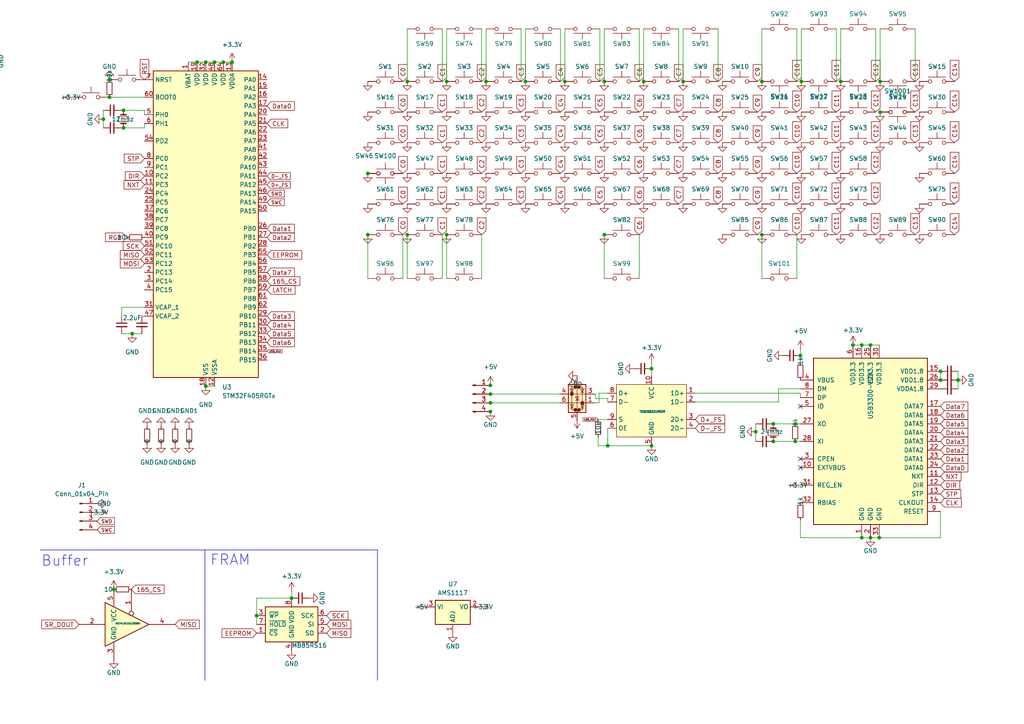
<source format=kicad_sch>
(kicad_sch (version 20240812) (generator "eeschema") (generator_version "8.99")
  (paper "A4")
  (lib_symbols
    (symbol "74xGxx:SN74LVC1G125DBV"
      (property "Reference" "U" (at -10.16 7.62 0))
      (property "Value" "SN74LVC1G125DBV" (at 2.54 -7.62 0))
      (symbol "SN74LVC1G125DBV_1_1"
        (pin input line (at -15.24 0 0) (length 7.62) (name "~") (number "2"))
        (pin power_in line (at -5.08 10.16 270) (length 5.08) (name "VCC") (number "5"))
        (pin power_in line (at -5.08 -10.16 90) (length 5.08) (name "GND") (number "3"))
        (pin input inverted (at 0 10.16 270) (length 7.62) (name "~") (number "1"))
        (pin tri_state line (at 12.7 0 180) (length 7.62) (name "~") (number "4"))
      )
    )
    (symbol "74xx:74HC165"
      (property "Reference" "U" (at -7.62 19.05 0))
      (property "Value" "74HC165" (at -7.62 -21.59 0))
      (symbol "74HC165_1_0"
        (pin input line (at -12.7 15.24 0) (length 5.08) (name "DS") (number "10"))
        (pin input line (at -12.7 12.7 0) (length 5.08) (name "D0") (number "11"))
        (pin input line (at -12.7 10.16 0) (length 5.08) (name "D1") (number "12"))
        (pin input line (at -12.7 7.62 0) (length 5.08) (name "D2") (number "13"))
        (pin input line (at -12.7 5.08 0) (length 5.08) (name "D3") (number "14"))
        (pin input line (at -12.7 2.54 0) (length 5.08) (name "D4") (number "3"))
        (pin input line (at -12.7 0 0) (length 5.08) (name "D5") (number "4"))
        (pin input line (at -12.7 -2.54 0) (length 5.08) (name "D6") (number "5"))
        (pin input line (at -12.7 -5.08 0) (length 5.08) (name "D7") (number "6"))
        (pin input line (at -12.7 -10.16 0) (length 5.08) (name "~{PL}") (number "1"))
        (pin input line (at -12.7 -15.24 0) (length 5.08) (name "CP") (number "2"))
        (pin input line (at -12.7 -17.78 0) (length 5.08) (name "~{CE}") (number "15"))
        (pin power_in line (at 0 22.86 270) (length 5.08) (name "VCC") (number "16"))
        (pin power_in line (at 0 -25.4 90) (length 5.08) (name "GND") (number "8"))
        (pin output line (at 12.7 15.24 180) (length 5.08) (name "Q7") (number "9"))
        (pin output line (at 12.7 12.7 180) (length 5.08) (name "~{Q7}") (number "7"))
      )
    )
    (symbol "Connector:Conn_01x04_Pin" (pin_names (offset 1.016) hide)
      (property "Reference" "J" (at 0 5.08 0))
      (property "Value" "Conn_01x04_Pin" (at 0 -7.62 0))
      (symbol "Conn_01x04_Pin_1_1"
        (pin passive line (at 5.08 2.54 180) (length 3.81) (name "Pin_1") (number "1"))
        (pin passive line (at 5.08 0 180) (length 3.81) (name "Pin_2") (number "2"))
        (pin passive line (at 5.08 -2.54 180) (length 3.81) (name "Pin_3") (number "3"))
        (pin passive line (at 5.08 -5.08 180) (length 3.81) (name "Pin_4") (number "4"))
      )
    )
    (symbol "Device:C_Small" (pin_numbers hide) (pin_names (offset 0.254) hide)
      (property "Reference" "C" (at 0.254 1.778 0))
      (property "Value" "C_Small" (at 0.254 -2.032 0))
      (symbol "C_Small_1_1"
        (pin passive line (at 0 2.54 270) (length 2.032) (name "~") (number "1"))
        (pin passive line (at 0 -2.54 90) (length 2.032) (name "~") (number "2"))
      )
    )
    (symbol "Device:Crystal_Small" (pin_numbers hide) (pin_names (offset 1.016) hide)
      (property "Reference" "Y" (at 0 2.54 0))
      (property "Value" "Crystal_Small" (at 0 -2.54 0))
      (symbol "Crystal_Small_1_1"
        (pin passive line (at -2.54 0 0) (length 1.27) (name "1") (number "1"))
        (pin passive line (at 2.54 0 180) (length 1.27) (name "2") (number "2"))
      )
    )
    (symbol "Device:R_Pack04" (pin_names (offset 0) hide)
      (property "Reference" "RN" (at -7.62 0 90))
      (property "Value" "R_Pack04" (at 5.08 0 90))
      (symbol "R_Pack04_1_1"
        (pin passive line (at -5.08 5.08 270) (length 2.54) (name "R1.2") (number "8"))
        (pin passive line (at -5.08 -5.08 90) (length 2.54) (name "R1.1") (number "1"))
        (pin passive line (at -2.54 5.08 270) (length 2.54) (name "R2.2") (number "7"))
        (pin passive line (at -2.54 -5.08 90) (length 2.54) (name "R2.1") (number "2"))
        (pin passive line (at 0 5.08 270) (length 2.54) (name "R3.2") (number "6"))
        (pin passive line (at 0 -5.08 90) (length 2.54) (name "R3.1") (number "3"))
        (pin passive line (at 2.54 5.08 270) (length 2.54) (name "R4.2") (number "5"))
        (pin passive line (at 2.54 -5.08 90) (length 2.54) (name "R4.1") (number "4"))
      )
    )
    (symbol "Device:R_Small" (pin_numbers hide) (pin_names (offset 0.254) hide)
      (property "Reference" "R" (at 0.762 0.508 0))
      (property "Value" "R_Small" (at 0.762 -1.016 0))
      (symbol "R_Small_1_1"
        (pin passive line (at 0 2.54 270) (length 0.762) (name "~") (number "1"))
        (pin passive line (at 0 -2.54 90) (length 0.762) (name "~") (number "2"))
      )
    )
    (symbol "Interface_USB:USB3300-EZK" (pin_names (offset 1.016))
      (property "Reference" "U" (at 0 1.27 0))
      (property "Value" "USB3300-EZK" (at 0 -1.27 0))
      (symbol "USB3300-EZK_1_1"
        (pin power_in line (at -20.32 17.78 0) (length 3.81) (name "VBUS") (number "4"))
        (pin bidirectional line (at -20.32 15.24 0) (length 3.81) (name "DM") (number "8"))
        (pin bidirectional line (at -20.32 12.7 0) (length 3.81) (name "DP") (number "7"))
        (pin input line (at -20.32 10.16 0) (length 3.81) (name "ID") (number "5"))
        (pin output line (at -20.32 5.08 0) (length 3.81) (name "XO") (number "27"))
        (pin input line (at -20.32 0 0) (length 3.81) (name "XI") (number "28"))
        (pin output line (at -20.32 -5.08 0) (length 3.81) (name "CPEN") (number "3"))
        (pin input line (at -20.32 -7.62 0) (length 3.81) (name "EXTVBUS") (number "10"))
        (pin bidirectional line (at -20.32 -12.7 0) (length 3.81) (name "REG_EN") (number "31"))
        (pin passive line (at -20.32 -17.78 0) (length 3.81) (name "RBIAS") (number "32"))
        (pin power_in line (at -5.08 27.94 270) (length 3.81) (name "VDD3.3") (number "6"))
        (pin power_in line (at -2.54 27.94 270) (length 3.81) (name "VDD3.3") (number "16"))
        (pin power_in line (at -2.54 -27.94 90) (length 3.81) (name "GND") (number "1"))
        (pin power_in line (at 0 27.94 270) (length 3.81) (name "VDD3.3") (number "25"))
        (pin power_in line (at 0 -27.94 90) (length 3.81) (name "GND") (number "2"))
        (pin power_in line (at 2.54 27.94 270) (length 3.81) (name "VDD3.3") (number "30"))
        (pin power_in line (at 2.54 -27.94 90) (length 3.81) (name "GND") (number "33"))
        (pin power_out line (at 20.32 20.32 180) (length 3.81) (name "VDD1.8") (number "15"))
        (pin power_out line (at 20.32 17.78 180) (length 3.81) (name "VDD1.8") (number "26"))
        (pin power_out line (at 20.32 15.24 180) (length 3.81) (name "VDDA1.8") (number "29"))
        (pin bidirectional line (at 20.32 10.16 180) (length 3.81) (name "DATA7") (number "17"))
        (pin bidirectional line (at 20.32 7.62 180) (length 3.81) (name "DATA6") (number "18"))
        (pin bidirectional line (at 20.32 5.08 180) (length 3.81) (name "DATA5") (number "19"))
        (pin bidirectional line (at 20.32 2.54 180) (length 3.81) (name "DATA4") (number "20"))
        (pin bidirectional line (at 20.32 0 180) (length 3.81) (name "DATA3") (number "21"))
        (pin bidirectional line (at 20.32 -2.54 180) (length 3.81) (name "DATA2") (number "22"))
        (pin bidirectional line (at 20.32 -5.08 180) (length 3.81) (name "DATA1") (number "23"))
        (pin bidirectional line (at 20.32 -7.62 180) (length 3.81) (name "DATA0") (number "24"))
        (pin output line (at 20.32 -10.16 180) (length 3.81) (name "NXT") (number "11"))
        (pin output line (at 20.32 -12.7 180) (length 3.81) (name "DIR") (number "12"))
        (pin input line (at 20.32 -15.24 180) (length 3.81) (name "STP") (number "13"))
        (pin output line (at 20.32 -17.78 180) (length 3.81) (name "CLKOUT") (number "14"))
        (pin input line (at 20.32 -20.32 180) (length 3.81) (name "RESET") (number "9"))
      )
    )
    (symbol "LED:WS2812B-2020" (pin_names (offset 0.254))
      (property "Reference" "D" (at 5.08 5.715 0))
      (property "Value" "WS2812B-2020" (at 1.27 -5.715 0))
      (symbol "WS2812B-2020_0_0"
        (text "RGB" (at 2.286 -4.191 0) (effects (font (size 0.762 0.762))))
      )
      (symbol "WS2812B-2020_1_1"
        (pin input line (at -7.62 0 0) (length 2.54) (name "DIN") (number "3"))
        (pin power_in line (at 0 7.62 270) (length 2.54) (name "VDD") (number "4"))
        (pin power_in line (at 0 -7.62 90) (length 2.54) (name "VSS") (number "2"))
        (pin output line (at 7.62 0 180) (length 2.54) (name "DOUT") (number "1"))
      )
    )
    (symbol "MCU_ST_STM32F4:STM32F405RGTx"
      (property "Reference" "U" (at -15.24 46.99 0))
      (property "Value" "STM32F405RGTx" (at 10.16 46.99 0))
      (symbol "STM32F405RGTx_1_1"
        (pin input line (at -17.78 43.18 0) (length 2.54) (name "NRST") (number "7"))
        (pin input line (at -17.78 38.1 0) (length 2.54) (name "BOOT0") (number "60"))
        (pin bidirectional line (at -17.78 33.02 0) (length 2.54) (name "PH0") (number "5"))
        (pin bidirectional line (at -17.78 30.48 0) (length 2.54) (name "PH1") (number "6"))
        (pin bidirectional line (at -17.78 25.4 0) (length 2.54) (name "PD2") (number "54"))
        (pin bidirectional line (at -17.78 20.32 0) (length 2.54) (name "PC0") (number "8"))
        (pin bidirectional line (at -17.78 17.78 0) (length 2.54) (name "PC1") (number "9"))
        (pin bidirectional line (at -17.78 15.24 0) (length 2.54) (name "PC2") (number "10"))
        (pin bidirectional line (at -17.78 12.7 0) (length 2.54) (name "PC3") (number "11"))
        (pin bidirectional line (at -17.78 10.16 0) (length 2.54) (name "PC4") (number "24"))
        (pin bidirectional line (at -17.78 7.62 0) (length 2.54) (name "PC5") (number "25"))
        (pin bidirectional line (at -17.78 5.08 0) (length 2.54) (name "PC6") (number "37"))
        (pin bidirectional line (at -17.78 2.54 0) (length 2.54) (name "PC7") (number "38"))
        (pin bidirectional line (at -17.78 0 0) (length 2.54) (name "PC8") (number "39"))
        (pin bidirectional line (at -17.78 -2.54 0) (length 2.54) (name "PC9") (number "40"))
        (pin bidirectional line (at -17.78 -5.08 0) (length 2.54) (name "PC10") (number "51"))
        (pin bidirectional line (at -17.78 -7.62 0) (length 2.54) (name "PC11") (number "52"))
        (pin bidirectional line (at -17.78 -10.16 0) (length 2.54) (name "PC12") (number "53"))
        (pin bidirectional line (at -17.78 -12.7 0) (length 2.54) (name "PC13") (number "2"))
        (pin bidirectional line (at -17.78 -15.24 0) (length 2.54) (name "PC14") (number "3"))
        (pin bidirectional line (at -17.78 -17.78 0) (length 2.54) (name "PC15") (number "4"))
        (pin power_out line (at -17.78 -22.86 0) (length 2.54) (name "VCAP_1") (number "31"))
        (pin power_out line (at -17.78 -25.4 0) (length 2.54) (name "VCAP_2") (number "47"))
        (pin power_in line (at -5.08 48.26 270) (length 2.54) (name "VBAT") (number "1"))
        (pin power_in line (at -2.54 48.26 270) (length 2.54) (name "VDD") (number "19"))
        (pin power_in line (at 0 48.26 270) (length 2.54) (name "VDD") (number "32"))
        (pin power_in line (at 0 -45.72 90) (length 2.54) (name "VSS") (number "18"))
        (pin passive line (at 0 -45.72 90) (length 2.54) hide (name "VSS") (number "63"))
        (pin power_in line (at 2.54 48.26 270) (length 2.54) (name "VDD") (number "48"))
        (pin power_in line (at 2.54 -45.72 90) (length 2.54) (name "VSSA") (number "12"))
        (pin power_in line (at 5.08 48.26 270) (length 2.54) (name "VDD") (number "64"))
        (pin power_in line (at 7.62 48.26 270) (length 2.54) (name "VDDA") (number "13"))
        (pin bidirectional line (at 17.78 43.18 180) (length 2.54) (name "PA0") (number "14"))
        (pin bidirectional line (at 17.78 40.64 180) (length 2.54) (name "PA1") (number "15"))
        (pin bidirectional line (at 17.78 38.1 180) (length 2.54) (name "PA2") (number "16"))
        (pin bidirectional line (at 17.78 35.56 180) (length 2.54) (name "PA3") (number "17"))
        (pin bidirectional line (at 17.78 33.02 180) (length 2.54) (name "PA4") (number "20"))
        (pin bidirectional line (at 17.78 30.48 180) (length 2.54) (name "PA5") (number "21"))
        (pin bidirectional line (at 17.78 27.94 180) (length 2.54) (name "PA6") (number "22"))
        (pin bidirectional line (at 17.78 25.4 180) (length 2.54) (name "PA7") (number "23"))
        (pin bidirectional line (at 17.78 22.86 180) (length 2.54) (name "PA8") (number "41"))
        (pin bidirectional line (at 17.78 20.32 180) (length 2.54) (name "PA9") (number "42"))
        (pin bidirectional line (at 17.78 17.78 180) (length 2.54) (name "PA10") (number "43"))
        (pin bidirectional line (at 17.78 15.24 180) (length 2.54) (name "PA11") (number "44"))
        (pin bidirectional line (at 17.78 12.7 180) (length 2.54) (name "PA12") (number "45"))
        (pin bidirectional line (at 17.78 10.16 180) (length 2.54) (name "PA13") (number "46"))
        (pin bidirectional line (at 17.78 7.62 180) (length 2.54) (name "PA14") (number "49"))
        (pin bidirectional line (at 17.78 5.08 180) (length 2.54) (name "PA15") (number "50"))
        (pin bidirectional line (at 17.78 0 180) (length 2.54) (name "PB0") (number "26"))
        (pin bidirectional line (at 17.78 -2.54 180) (length 2.54) (name "PB1") (number "27"))
        (pin bidirectional line (at 17.78 -5.08 180) (length 2.54) (name "PB2") (number "28"))
        (pin bidirectional line (at 17.78 -7.62 180) (length 2.54) (name "PB3") (number "55"))
        (pin bidirectional line (at 17.78 -10.16 180) (length 2.54) (name "PB4") (number "56"))
        (pin bidirectional line (at 17.78 -12.7 180) (length 2.54) (name "PB5") (number "57"))
        (pin bidirectional line (at 17.78 -15.24 180) (length 2.54) (name "PB6") (number "58"))
        (pin bidirectional line (at 17.78 -17.78 180) (length 2.54) (name "PB7") (number "59"))
        (pin bidirectional line (at 17.78 -20.32 180) (length 2.54) (name "PB8") (number "61"))
        (pin bidirectional line (at 17.78 -22.86 180) (length 2.54) (name "PB9") (number "62"))
        (pin bidirectional line (at 17.78 -25.4 180) (length 2.54) (name "PB10") (number "29"))
        (pin bidirectional line (at 17.78 -27.94 180) (length 2.54) (name "PB11") (number "30"))
        (pin bidirectional line (at 17.78 -30.48 180) (length 2.54) (name "PB12") (number "33"))
        (pin bidirectional line (at 17.78 -33.02 180) (length 2.54) (name "PB13") (number "34"))
        (pin bidirectional line (at 17.78 -35.56 180) (length 2.54) (name "PB14") (number "35"))
        (pin bidirectional line (at 17.78 -38.1 180) (length 2.54) (name "PB15") (number "36"))
      )
    )
    (symbol "Memory_NVRAM:MB85RS16" (pin_names (offset 1.016))
      (property "Reference" "U" (at -7.62 6.35 0))
      (property "Value" "MB85RS16" (at 1.27 6.35 0))
      (symbol "MB85RS16_1_1"
        (pin input line (at -10.16 2.54 0) (length 2.54) (name "~{WP}") (number "3"))
        (pin input line (at -10.16 0 0) (length 2.54) (name "~{HOLD}") (number "7"))
        (pin input line (at -10.16 -2.54 0) (length 2.54) (name "~{CS}") (number "1"))
        (pin power_in line (at 0 7.62 270) (length 2.54) (name "VDD") (number "8"))
        (pin power_in line (at 0 -7.62 90) (length 2.54) (name "GND") (number "4"))
        (pin input line (at 10.16 2.54 180) (length 2.54) (name "SCK") (number "6"))
        (pin input line (at 10.16 0 180) (length 2.54) (name "SI") (number "5"))
        (pin output line (at 10.16 -2.54 180) (length 2.54) (name "SO") (number "2"))
      )
    )
    (symbol "Power_Protection:USBLC6-2SC6" (pin_names hide)
      (property "Reference" "U" (at 0.635 5.715 0))
      (property "Value" "USBLC6-2SC6" (at 0.635 3.81 0))
      (symbol "USBLC6-2SC6_1_1"
        (pin passive line (at -5.08 0 0) (length 2.54) (name "I/O1") (number "1"))
        (pin passive line (at -5.08 -2.54 0) (length 2.54) (name "I/O2") (number "3"))
        (pin passive line (at 0 5.08 270) (length 2.54) (name "VBUS") (number "5"))
        (pin passive line (at 0 -7.62 90) (length 2.54) (name "GND") (number "2"))
        (pin passive line (at 5.08 0 180) (length 2.54) (name "I/O1") (number "6"))
        (pin passive line (at 5.08 -2.54 180) (length 2.54) (name "I/O2") (number "4"))
      )
    )
    (symbol "Regulator_Linear:AMS1117"
      (property "Reference" "U" (at -3.81 3.175 0))
      (property "Value" "AMS1117" (at 0 3.175 0))
      (symbol "AMS1117_1_1"
        (pin power_in line (at -7.62 0 0) (length 2.54) (name "VI") (number "3"))
        (pin input line (at 0 -7.62 90) (length 2.54) (name "ADJ") (number "1"))
        (pin power_out line (at 7.62 0 180) (length 2.54) (name "VO") (number "2"))
      )
    )
    (symbol "Switch:SW_Push" (pin_numbers hide) (pin_names (offset 1.016) hide)
      (property "Reference" "SW" (at 1.27 2.54 0))
      (property "Value" "SW_Push" (at 0 -1.524 0))
      (symbol "SW_Push_0_1"
        (pin passive line (at -5.08 0 0) (length 2.54) (name "1") (number "1"))
        (pin passive line (at 5.08 0 180) (length 2.54) (name "2") (number "2"))
      )
    )
    (symbol "power:+3.3V" (power) (pin_numbers hide) (pin_names (offset 0) hide)
      (property "Value" "+3.3V" (at 0 3.556 0))
      (symbol "+3.3V_1_1"
        (pin power_in line (at 0 0 90) (length 0) (name "~") (number "1"))
      )
    )
    (symbol "power:+5V" (power) (pin_numbers hide) (pin_names (offset 0) hide)
      (property "Value" "+5V" (at 0 3.556 0))
      (symbol "+5V_1_1"
        (pin power_in line (at 0 0 90) (length 0) (name "~") (number "1"))
      )
    )
    (symbol "power:GND" (power) (pin_numbers hide) (pin_names (offset 0) hide)
      (property "Value" "GND" (at 0 -3.81 0))
      (symbol "GND_1_1"
        (pin power_in line (at 0 0 270) (length 0) (name "~") (number "1"))
      )
    )
    (symbol "power:GND1" (power) (pin_numbers hide) (pin_names (offset 0) hide)
      (property "Value" "GND1" (at 0 -3.81 0))
      (symbol "GND1_1_1"
        (pin power_in line (at 0 0 270) (length 0) (name "~") (number "1"))
      )
    )
    (symbol "stm32f072:TS3USB221RSER"
      (property "Reference" "U2" (at 2.0194 -12.7 0))
      (property "Value" "TS3USB221RSER" (at 2.0194 -10.16 0))
      (symbol "TS3USB221RSER_1_1"
        (pin input line (at -12.7 5.08 0) (length 2.54) (name "D+") (number "8"))
        (pin input line (at -12.7 2.54 0) (length 2.54) (name "D-") (number "7"))
        (pin input line (at -12.7 -2.54 0) (length 2.54) (name "S") (number "9"))
        (pin input line (at -12.7 -5.08 0) (length 2.54) (name "OE") (number "6"))
        (pin input line (at 0 10.16 270) (length 2.54) (name "VCC") (number "10"))
        (pin input line (at 0 -10.16 90) (length 2.54) (name "GND") (number "5"))
        (pin input line (at 12.7 5.08 180) (length 2.54) (name "1D+") (number "1"))
        (pin input line (at 12.7 2.54 180) (length 2.54) (name "1D-") (number "2"))
        (pin input line (at 12.7 -2.54 180) (length 2.54) (name "2D+") (number "3"))
        (pin input line (at 12.7 -5.08 180) (length 2.54) (name "2D-") (number "4"))
      )
    )
  )
  (text "Buffer\n" (at 18.796 162.814 0) (effects (font (size 3 3))))
  (text "FRAM\n" (at 66.802 162.56 0) (effects (font (size 3 3))))
  (junction (at 140.97 23.622))
  (junction (at 89.662 312.42))
  (junction (at 183.134 307.594))
  (junction (at 142.24 116.84))
  (junction (at 114.3 361.188))
  (junction (at 28.702 300.736))
  (junction (at -252.73 164.592))
  (junction (at 217.17 282.448))
  (junction (at 255.27 32.512))
  (junction (at 74.422 178.562))
  (junction (at 59.69 18.034))
  (junction (at 192.532 233.68))
  (junction (at -3.556 21.336))
  (junction (at -10.922 287.782))
  (junction (at -3.556 24.892))
  (junction (at -8.382 287.782))
  (junction (at 118.11 23.622))
  (junction (at 186.69 23.622))
  (junction (at 219.202 125.222))
  (junction (at -8.636 21.336))
  (junction (at 43.18 300.736))
  (junction (at -237.49 149.352))
  (junction (at -8.636 32.004))
  (junction (at 220.98 68.072))
  (junction (at 230.632 122.936))
  (junction (at -3.556 32.004))
  (junction (at 198.12 23.622))
  (junction (at -252.73 149.352))
  (junction (at 35.814 37.084))
  (junction (at 142.24 119.38))
  (junction (at -207.01 149.352))
  (junction (at -3.556 42.672))
  (junction (at 45.72 300.736))
  (junction (at 118.11 68.072))
  (junction (at 229.616 245.364))
  (junction (at 92.202 312.42))
  (junction (at 252.476 155.956))
  (junction (at -8.636 46.228))
  (junction (at 189.992 233.68))
  (junction (at -15.24 287.782))
  (junction (at 279.146 257.81))
  (junction (at 161.036 258.826))
  (junction (at 272.796 107.696))
  (junction (at 281.686 257.81))
  (junction (at -115.57 164.592))
  (junction (at 296.164 257.81))
  (junction (at 33.782 300.736))
  (junction (at 152.4 23.622))
  (junction (at 288.544 257.81))
  (junction (at 112.014 283.464))
  (junction (at 62.23 18.034))
  (junction (at -8.636 56.896))
  (junction (at 163.576 258.826))
  (junction (at -191.77 149.352))
  (junction (at 230.632 128.016))
  (junction (at 315.722 257.81))
  (junction (at -8.636 17.78))
  (junction (at 255.27 23.622))
  (junction (at 243.84 23.622))
  (junction (at -8.636 35.56))
  (junction (at 224.282 122.936))
  (junction (at -176.53 149.352))
  (junction (at 293.624 257.81))
  (junction (at 16.256 336.55))
  (junction (at -176.53 164.592))
  (junction (at -3.556 17.78))
  (junction (at 284.226 257.81))
  (junction (at 59.69 112.014))
  (junction (at -115.57 149.352))
  (junction (at -146.05 164.592))
  (junction (at -3.556 39.116))
  (junction (at 149.098 258.826))
  (junction (at -3.556 49.784))
  (junction (at -222.25 164.592))
  (junction (at 31.242 300.736))
  (junction (at 266.192 245.364))
  (junction (at -130.81 149.352))
  (junction (at 142.24 114.3))
  (junction (at 175.26 23.622))
  (junction (at 158.496 258.826))
  (junction (at 175.26 68.072))
  (junction (at 185.674 233.68))
  (junction (at 249.936 100.076))
  (junction (at 180.594 233.68))
  (junction (at 126.492 283.464))
  (junction (at 117.094 283.464))
  (junction (at -3.556 53.34))
  (junction (at 40.64 300.736))
  (junction (at 114.3 312.42))
  (junction (at 65.278 349.504))
  (junction (at 31.75 28.194))
  (junction (at 16.256 287.782))
  (junction (at -161.29 149.352))
  (junction (at -161.29 164.592))
  (junction (at 84.582 173.482))
  (junction (at 114.554 283.464))
  (junction (at 33.02 170.942))
  (junction (at 67.31 18.034))
  (junction (at 142.24 111.76))
  (junction (at 121.412 283.464))
  (junction (at 106.68 50.292))
  (junction (at 129.032 283.464))
  (junction (at 252.476 100.076))
  (junction (at 246.634 245.364))
  (junction (at -191.77 164.592))
  (junction (at -17.78 287.782))
  (junction (at 65.278 300.736))
  (junction (at 163.83 23.622))
  (junction (at -8.636 42.672))
  (junction (at 188.976 106.934))
  (junction (at 155.956 258.826))
  (junction (at -146.05 149.352))
  (junction (at -8.636 49.784))
  (junction (at 224.282 128.016))
  (junction (at 77.724 312.42))
  (junction (at 57.15 18.034))
  (junction (at 266.192 294.132))
  (junction (at 247.396 100.076))
  (junction (at 146.558 258.826))
  (junction (at 197.612 233.68))
  (junction (at 232.156 245.364))
  (junction (at -20.32 287.782))
  (junction (at 94.742 312.42))
  (junction (at 272.796 110.236))
  (junction (at 220.98 23.622))
  (junction (at 217.17 233.68))
  (junction (at 129.54 68.072))
  (junction (at 239.014 245.364))
  (junction (at 106.68 68.072))
  (junction (at 315.722 306.578))
  (junction (at 183.134 233.68))
  (junction (at -8.636 24.892))
  (junction (at -3.302 287.782))
  (junction (at 255.016 155.956))
  (junction (at -222.25 149.352))
  (junction (at 38.354 96.774))
  (junction (at -3.556 35.56))
  (junction (at -3.556 56.896))
  (junction (at 188.976 129.286))
  (junction (at 232.156 103.124))
  (junction (at 31.75 23.114))
  (junction (at -8.636 39.116))
  (junction (at 35.814 32.004))
  (junction (at 249.936 155.956))
  (junction (at 148.59 283.464))
  (junction (at 80.264 312.42))
  (junction (at -130.81 164.592))
  (junction (at 195.072 233.68))
  (junction (at 87.122 312.42))
  (junction (at 148.59 332.232))
  (junction (at -3.556 28.448))
  (junction (at 176.276 129.286))
  (junction (at 82.804 312.42))
  (junction (at 234.696 245.364))
  (junction (at -8.636 53.34))
  (junction (at 129.54 23.622))
  (junction (at 151.638 258.826))
  (junction (at 277.876 110.236))
  (junction (at 183.134 258.826))
  (junction (at 232.41 23.622))
  (junction (at 291.084 257.81))
  (junction (at -5.842 287.782))
  (junction (at 241.554 245.364))
  (junction (at 64.77 18.034))
  (junction (at 38.1 300.736))
  (junction (at -237.49 164.592))
  (junction (at 123.952 283.464))
  (junction (at 29.972 34.544))
  (junction (at -3.556 46.228))
  (junction (at -207.01 164.592))
  (junction (at 244.094 245.364))
  (junction (at -8.636 28.448))
  (no_connect (at 195.834 269.24))
  (no_connect (at 77.978 311.15))
  (no_connect (at 28.956 298.196))
  (no_connect (at 278.892 255.778))
  (no_connect (at 127 322.834))
  (no_connect (at 229.87 244.094))
  (no_connect (at 232.156 133.096))
  (no_connect (at 328.422 268.224))
  (no_connect (at 232.156 135.636))
  (no_connect (at 232.156 117.856))
  (no_connect (at 161.29 293.878))
  (wire (pts (xy 198.12 8.382) (xy 198.12 23.622)))
  (wire (pts (xy 161.29 277.114) (xy 161.29 291.338)))
  (wire (pts (xy 255.016 155.956) (xy 272.796 155.956)))
  (wire (pts (xy 38.1 300.736) (xy 40.64 300.736)))
  (wire (pts (xy 167.386 109.22) (xy 167.386 108.966)))
  (wire (pts (xy 232.156 114.046) (xy 232.156 115.316)))
  (wire (pts (xy 146.558 258.826) (xy 149.098 258.826)))
  (wire (pts (xy 173.736 116.84) (xy 173.736 114.046)))
  (wire (pts (xy 3.556 295.656) (xy 3.556 289.052)))
  (wire (pts (xy -20.32 287.782) (xy -17.78 287.782)))
  (wire (pts (xy 101.6 353.314) (xy 101.6 361.188)))
  (wire (pts (xy 249.936 100.076) (xy 252.476 100.076)))
  (wire (pts (xy 255.27 8.382) (xy 255.27 23.622)))
  (wire (pts (xy 16.256 287.528) (xy 16.256 287.782)))
  (wire (pts (xy 129.54 80.772) (xy 129.54 68.072)))
  (wire (pts (xy 161.036 258.826) (xy 163.576 258.826)))
  (wire (pts (xy 173.482 129.286) (xy 176.276 129.286)))
  (wire (pts (xy 291.084 257.81) (xy 293.624 257.81)))
  (wire (pts (xy 59.69 112.014) (xy 62.23 112.014)))
  (wire (pts (xy 74.422 178.562) (xy 74.422 173.482)))
  (wire (pts (xy 126.492 283.464) (xy 129.032 283.464)))
  (wire (pts (xy 149.098 258.826) (xy 151.638 258.826)))
  (wire (pts (xy 77.978 289.052) (xy 77.978 308.61)))
  (wire (pts (xy -10.922 287.782) (xy -8.382 287.782)))
  (wire (pts (xy 89.662 312.42) (xy 92.202 312.42)))
  (wire (pts (xy 204.47 241.554) (xy 204.47 234.696)))
  (wire (pts (xy 41.91 33.274) (xy 41.91 32.004)))
  (wire (pts (xy 227.076 245.364) (xy 229.616 245.364)))
  (wire (pts (xy -130.81 164.592) (xy -115.57 164.592)))
  (wire (pts (xy 135.89 291.338) (xy 135.89 252.222)))
  (wire (pts (xy 57.15 18.034) (xy 59.69 18.034)))
  (wire (pts (xy 195.834 252.222) (xy 195.834 266.7)))
  (wire (pts (xy 204.47 274.574) (xy 204.47 282.448)))
  (wire (pts (xy 252.476 100.076) (xy 255.016 100.076)))
  (wire (pts (xy 135.89 332.232) (xy 148.59 332.232)))
  (wire (pts (xy -191.77 164.592) (xy -176.53 164.592)))
  (wire (pts (xy 135.89 324.358) (xy 135.89 332.232)))
  (wire (pts (xy 224.282 122.936) (xy 230.632 122.936)))
  (wire (pts (xy 265.43 8.382) (xy 265.43 23.622)))
  (wire (pts (xy 176.276 115.57) (xy 176.276 116.586)))
  (wire (pts (xy 201.676 116.586) (xy 225.806 116.586)))
  (wire (pts (xy 277.876 107.696) (xy 277.876 110.236)))
  (wire (pts (xy 176.276 129.286) (xy 188.976 129.286)))
  (wire (pts (xy 303.022 298.704) (xy 303.022 306.578)))
  (wire (pts (xy -22.86 287.782) (xy -20.32 287.782)))
  (wire (pts (xy 303.022 306.578) (xy 315.722 306.578)))
  (wire (pts (xy 225.806 112.776) (xy 232.156 112.776)))
  (wire (pts (xy 204.47 234.696) (xy 278.892 234.696)))
  (wire (pts (xy -252.73 164.592) (xy -237.49 164.592)))
  (wire (pts (xy -8.636 53.34) (xy -8.636 56.896)))
  (wire (pts (xy 74.422 173.482) (xy 84.582 173.482)))
  (wire (pts (xy 170.434 227.33) (xy 229.87 227.33)))
  (wire (pts (xy 272.796 107.696) (xy 272.796 110.236)))
  (wire (pts (xy -3.556 56.896) (xy -3.556 60.452)))
  (wire (pts (xy 116.84 80.772) (xy 116.84 68.072)))
  (wire (pts (xy 315.722 257.556) (xy 315.722 257.81)))
  (wire (pts (xy 118.11 80.772) (xy 118.11 68.072)))
  (wire (pts (xy 82.804 312.42) (xy 87.122 312.42)))
  (polyline (pts (xy 11.684 159.512) (xy 59.436 159.512)))
  (wire (pts (xy -8.636 42.672) (xy -8.636 46.228)))
  (wire (pts (xy 219.202 125.222) (xy 219.202 122.936)))
  (wire (pts (xy 109.474 283.464) (xy 112.014 283.464)))
  (wire (pts (xy -3.556 17.78) (xy -3.556 21.336)))
  (wire (pts (xy -191.77 149.352) (xy -176.53 149.352)))
  (wire (pts (xy 217.17 233.68) (xy 217.17 233.934)))
  (wire (pts (xy 94.742 312.42) (xy 114.3 312.42)))
  (wire (pts (xy -8.636 21.336) (xy -8.636 24.892)))
  (wire (pts (xy 118.11 8.382) (xy 118.11 23.622)))
  (wire (pts (xy 197.612 233.68) (xy 217.17 233.68)))
  (wire (pts (xy 232.156 150.876) (xy 232.156 155.956)))
  (wire (pts (xy 80.264 312.42) (xy 82.804 312.42)))
  (wire (pts (xy 175.26 8.382) (xy 175.26 23.622)))
  (wire (pts (xy -3.302 287.782) (xy 16.256 287.782)))
  (wire (pts (xy 167.386 121.92) (xy 167.386 121.666)))
  (wire (pts (xy 128.27 8.382) (xy 128.27 23.622)))
  (wire (pts (xy 65.278 300.482) (xy 65.278 300.736)))
  (wire (pts (xy -115.57 149.352) (xy -100.33 149.352)))
  (wire (pts (xy 173.482 126.746) (xy 173.482 129.286)))
  (wire (pts (xy -130.81 149.352) (xy -115.57 149.352)))
  (wire (pts (xy -5.842 287.782) (xy -3.302 287.782)))
  (wire (pts (xy 144.018 258.826) (xy 146.558 258.826)))
  (wire (pts (xy 183.134 307.848) (xy 183.134 307.594)))
  (wire (pts (xy 123.952 283.464) (xy 126.492 283.464)))
  (wire (pts (xy 232.156 245.364) (xy 234.696 245.364)))
  (wire (pts (xy 266.192 245.364) (xy 266.192 245.618)))
  (wire (pts (xy -237.49 149.352) (xy -222.25 149.352)))
  (wire (pts (xy 328.422 246.634) (xy 328.422 265.684)))
  (wire (pts (xy 277.876 110.236) (xy 277.876 112.776)))
  (wire (pts (xy 172.466 114.3) (xy 172.72 114.3)))
  (wire (pts (xy 148.59 283.21) (xy 148.59 283.464)))
  (wire (pts (xy -161.29 164.592) (xy -146.05 164.592)))
  (wire (pts (xy 185.674 233.68) (xy 189.992 233.68)))
  (wire (pts (xy 101.6 361.188) (xy 114.3 361.188)))
  (wire (pts (xy 163.576 258.826) (xy 183.134 258.826)))
  (wire (pts (xy 170.434 299.72) (xy 170.434 307.594)))
  (wire (pts (xy 151.638 258.826) (xy 155.956 258.826)))
  (wire (pts (xy 16.256 336.55) (xy 16.256 336.296)))
  (wire (pts (xy 64.77 18.034) (xy 67.31 18.034)))
  (wire (pts (xy 35.306 96.774) (xy 38.354 96.774)))
  (wire (pts (xy 189.992 233.68) (xy 192.532 233.68)))
  (wire (pts (xy -161.29 149.352) (xy -146.05 149.352)))
  (wire (pts (xy 163.83 8.382) (xy 163.83 23.622)))
  (wire (pts (xy -17.78 287.782) (xy -15.24 287.782)))
  (wire (pts (xy 293.624 257.81) (xy 296.164 257.81)))
  (wire (pts (xy 158.496 258.826) (xy 161.036 258.826)))
  (wire (pts (xy 35.814 32.004) (xy 41.91 32.004)))
  (wire (pts (xy 232.156 155.956) (xy 249.936 155.956)))
  (wire (pts (xy 3.556 289.052) (xy 77.978 289.052)))
  (wire (pts (xy 239.014 245.364) (xy 241.554 245.364)))
  (wire (pts (xy 196.85 8.382) (xy 196.85 23.622)))
  (wire (pts (xy 16.256 287.782) (xy 16.256 288.036)))
  (wire (pts (xy 114.554 283.464) (xy 117.094 283.464)))
  (wire (pts (xy -8.636 46.228) (xy -8.636 49.784)))
  (wire (pts (xy 3.556 336.55) (xy 16.256 336.55)))
  (wire (pts (xy 266.192 294.386) (xy 266.192 294.132)))
  (wire (pts (xy 192.532 233.68) (xy 195.072 233.68)))
  (wire (pts (xy -8.636 35.56) (xy -8.636 39.116)))
  (wire (pts (xy -8.636 24.892) (xy -8.636 28.448)))
  (wire (pts (xy -3.556 39.116) (xy -3.556 42.672)))
  (wire (pts (xy 284.226 257.81) (xy 288.544 257.81)))
  (wire (pts (xy 35.814 37.084) (xy 41.91 37.084)))
  (wire (pts (xy 29.972 34.544) (xy 29.972 32.004)))
  (wire (pts (xy -267.97 149.352) (xy -252.73 149.352)))
  (wire (pts (xy 40.64 300.736) (xy 43.18 300.736)))
  (wire (pts (xy -222.25 164.592) (xy -207.01 164.592)))
  (wire (pts (xy -176.53 149.352) (xy -161.29 149.352)))
  (wire (pts (xy 225.806 116.586) (xy 225.806 112.776)))
  (wire (pts (xy -267.97 164.592) (xy -252.73 164.592)))
  (wire (pts (xy 278.892 234.696) (xy 278.892 253.238)))
  (wire (pts (xy 217.17 233.426) (xy 217.17 233.68)))
  (wire (pts (xy 183.134 258.572) (xy 183.134 258.826)))
  (wire (pts (xy 162.56 8.382) (xy 162.56 23.622)))
  (wire (pts (xy 117.094 283.464) (xy 121.412 283.464)))
  (wire (pts (xy 142.24 114.3) (xy 162.306 114.3)))
  (wire (pts (xy 276.606 257.81) (xy 279.146 257.81)))
  (wire (pts (xy 170.434 266.7) (xy 170.434 227.33)))
  (wire (pts (xy 31.242 300.736) (xy 33.782 300.736)))
  (wire (pts (xy -207.01 164.592) (xy -191.77 164.592)))
  (wire (pts (xy 241.554 245.364) (xy 244.094 245.364)))
  (polyline (pts (xy -28.956 212.09) (xy -28.956 366.776)))
  (wire (pts (xy -8.636 39.116) (xy -8.636 42.672)))
  (wire (pts (xy 281.686 257.81) (xy 284.226 257.81)))
  (wire (pts (xy 217.17 282.448) (xy 217.17 282.194)))
  (wire (pts (xy -3.556 35.56) (xy -3.556 39.116)))
  (wire (pts (xy 65.278 349.504) (xy 65.278 349.25)))
  (wire (pts (xy 234.696 245.364) (xy 239.014 245.364)))
  (wire (pts (xy -146.05 149.352) (xy -130.81 149.352)))
  (wire (pts (xy 31.75 28.194) (xy 41.91 28.194)))
  (wire (pts (xy 253.492 294.132) (xy 266.192 294.132)))
  (wire (pts (xy 242.57 8.382) (xy 242.57 23.622)))
  (wire (pts (xy 152.4 8.382) (xy 152.4 23.622)))
  (wire (pts (xy 232.156 103.124) (xy 232.156 105.156)))
  (wire (pts (xy 3.556 328.676) (xy 3.556 336.55)))
  (wire (pts (xy 232.156 101.346) (xy 232.156 103.124)))
  (wire (pts (xy -8.636 17.78) (xy -8.636 21.336)))
  (wire (pts (xy 230.632 122.936) (xy 232.156 122.936)))
  (wire (pts (xy 127 302.006) (xy 127 320.294)))
  (wire (pts (xy -3.556 53.34) (xy -3.556 56.896)))
  (wire (pts (xy 231.14 8.382) (xy 231.14 23.622)))
  (wire (pts (xy 52.578 302.006) (xy 127 302.006)))
  (wire (pts (xy 45.72 300.736) (xy 65.278 300.736)))
  (wire (pts (xy 231.14 80.772) (xy 231.14 68.072)))
  (wire (pts (xy -3.556 24.892) (xy -3.556 28.448)))
  (wire (pts (xy 65.278 300.736) (xy 65.278 300.99)))
  (wire (pts (xy 52.578 341.63) (xy 52.578 349.504)))
  (wire (pts (xy 253.492 253.238) (xy 253.492 246.634)))
  (wire (pts (xy 266.192 294.132) (xy 266.192 293.878)))
  (wire (pts (xy 178.054 233.68) (xy 180.594 233.68)))
  (wire (pts (xy 244.094 245.364) (xy 246.634 245.364)))
  (wire (pts (xy 129.032 283.464) (xy 148.59 283.464)))
  (wire (pts (xy 142.24 116.84) (xy 162.306 116.84)))
  (wire (pts (xy 84.582 171.45) (xy 84.582 173.482)))
  (wire (pts (xy 315.722 257.81) (xy 315.722 258.064)))
  (wire (pts (xy -222.25 149.352) (xy -207.01 149.352)))
  (wire (pts (xy 62.23 18.034) (xy 64.77 18.034)))
  (wire (pts (xy 247.396 100.076) (xy 249.936 100.076)))
  (wire (pts (xy 31.496 28.194) (xy 31.75 28.194)))
  (wire (pts (xy 112.014 283.464) (xy 114.554 283.464)))
  (wire (pts (xy -8.636 49.784) (xy -8.636 53.34)))
  (wire (pts (xy 217.17 282.702) (xy 217.17 282.448)))
  (wire (pts (xy -115.57 164.592) (xy -100.33 164.592)))
  (wire (pts (xy 75.184 312.42) (xy 77.724 312.42)))
  (wire (pts (xy 315.722 306.832) (xy 315.722 306.578)))
  (wire (pts (xy 28.702 300.736) (xy 31.242 300.736)))
  (wire (pts (xy 172.466 116.84) (xy 173.736 116.84)))
  (wire (pts (xy 252.476 155.956) (xy 255.016 155.956)))
  (wire (pts (xy 35.306 91.694) (xy 35.306 89.154)))
  (wire (pts (xy 74.422 181.102) (xy 74.422 178.562)))
  (wire (pts (xy 129.54 8.382) (xy 129.54 23.622)))
  (wire (pts (xy 121.412 283.464) (xy 123.952 283.464)))
  (polyline (pts (xy 59.436 159.512) (xy 109.474 159.512)))
  (wire (pts (xy -252.73 149.352) (xy -237.49 149.352)))
  (wire (pts (xy 148.59 283.464) (xy 148.59 283.718)))
  (wire (pts (xy 188.976 106.934) (xy 188.976 108.966)))
  (wire (pts (xy -8.636 56.896) (xy -8.636 60.452)))
  (wire (pts (xy 140.97 8.382) (xy 140.97 23.622)))
  (wire (pts (xy 52.578 349.504) (xy 65.278 349.504)))
  (wire (pts (xy 185.42 8.382) (xy 185.42 23.622)))
  (wire (pts (xy -176.53 164.592) (xy -161.29 164.592)))
  (wire (pts (xy 173.482 121.666) (xy 176.276 121.666)))
  (polyline (pts (xy -28.956 366.776) (xy 363.728 366.776)))
  (wire (pts (xy 195.072 233.68) (xy 197.612 233.68)))
  (wire (pts (xy 224.282 128.016) (xy 230.632 128.016)))
  (wire (pts (xy 266.192 245.11) (xy 266.192 245.364)))
  (wire (pts (xy 183.134 233.68) (xy 185.674 233.68)))
  (wire (pts (xy 52.578 308.61) (xy 52.578 302.006)))
  (polyline (pts (xy 59.436 197.358) (xy 59.436 159.512)))
  (wire (pts (xy 249.936 155.956) (xy 252.476 155.956)))
  (wire (pts (xy 173.736 114.046) (xy 176.276 114.046)))
  (wire (pts (xy 173.99 8.382) (xy 173.99 23.622)))
  (wire (pts (xy 229.87 227.33) (xy 229.87 241.554)))
  (wire (pts (xy 151.13 8.382) (xy 151.13 23.622)))
  (wire (pts (xy -146.05 164.592) (xy -130.81 164.592)))
  (wire (pts (xy 35.306 89.154) (xy 41.91 89.154)))
  (wire (pts (xy 101.6 320.294) (xy 101.6 277.114)))
  (wire (pts (xy 219.202 125.222) (xy 219.202 128.016)))
  (polyline (pts (xy 363.728 211.836) (xy 363.728 366.776)))
  (wire (pts (xy 288.544 257.81) (xy 291.084 257.81)))
  (wire (pts (xy -3.556 42.672) (xy -3.556 46.228)))
  (wire (pts (xy 139.7 80.772) (xy 139.7 68.072)))
  (wire (pts (xy 186.69 8.382) (xy 186.69 23.622)))
  (wire (pts (xy 101.6 277.114) (xy 161.29 277.114)))
  (wire (pts (xy 185.42 80.772) (xy 185.42 68.072)))
  (wire (pts (xy 33.782 300.736) (xy 38.1 300.736)))
  (wire (pts (xy -8.636 28.448) (xy -8.636 32.004)))
  (wire (pts (xy 243.84 8.382) (xy 243.84 23.622)))
  (wire (pts (xy 114.3 312.166) (xy 114.3 312.42)))
  (wire (pts (xy 232.41 8.382) (xy 232.41 23.622)))
  (wire (pts (xy -8.636 32.004) (xy -8.636 35.56)))
  (wire (pts (xy -3.556 28.448) (xy -3.556 32.004)))
  (wire (pts (xy 230.632 128.016) (xy 232.156 128.016)))
  (wire (pts (xy 172.72 115.57) (xy 176.276 115.57)))
  (wire (pts (xy 29.972 34.544) (xy 29.972 37.084)))
  (wire (pts (xy -3.556 49.784) (xy -3.556 53.34)))
  (wire (pts (xy 41.91 35.814) (xy 41.91 37.084)))
  (wire (pts (xy 253.492 286.258) (xy 253.492 294.132)))
  (wire (pts (xy 87.122 312.42) (xy 89.662 312.42)))
  (wire (pts (xy 41.148 91.694) (xy 41.91 91.694)))
  (wire (pts (xy 77.724 312.42) (xy 80.264 312.42)))
  (wire (pts (xy -3.556 21.336) (xy -3.556 24.892)))
  (wire (pts (xy 155.956 258.826) (xy 158.496 258.826)))
  (wire (pts (xy 135.89 252.222) (xy 195.834 252.222)))
  (wire (pts (xy 54.61 18.034) (xy 57.15 18.034)))
  (wire (pts (xy 254 8.382) (xy 254 23.622)))
  (wire (pts (xy 246.634 245.364) (xy 266.192 245.364)))
  (wire (pts (xy 26.162 300.736) (xy 28.702 300.736)))
  (wire (pts (xy 35.052 37.084) (xy 35.814 37.084)))
  (wire (pts (xy -3.556 46.228) (xy -3.556 49.784)))
  (wire (pts (xy 172.72 114.3) (xy 172.72 115.57)))
  (wire (pts (xy 175.26 80.772) (xy 175.26 68.072)))
  (wire (pts (xy 183.134 307.594) (xy 183.134 307.34)))
  (wire (pts (xy 106.68 80.772) (xy 106.68 68.072)))
  (wire (pts (xy -3.556 32.004) (xy -3.556 35.56)))
  (wire (pts (xy 204.47 282.448) (xy 217.17 282.448)))
  (wire (pts (xy 220.98 8.382) (xy 220.98 23.622)))
  (wire (pts (xy -207.01 149.352) (xy -191.77 149.352)))
  (wire (pts (xy 35.052 32.004) (xy 35.814 32.004)))
  (wire (pts (xy 296.164 257.81) (xy 315.722 257.81)))
  (wire (pts (xy 201.676 114.046) (xy 232.156 114.046)))
  (wire (pts (xy 279.146 257.81) (xy 281.686 257.81)))
  (wire (pts (xy 180.594 233.68) (xy 183.134 233.68)))
  (wire (pts (xy 272.796 148.336) (xy 272.796 155.956)))
  (wire (pts (xy 43.18 300.736) (xy 45.72 300.736)))
  (wire (pts (xy 128.27 80.772) (xy 128.27 68.072)))
  (wire (pts (xy 139.7 8.382) (xy 139.7 23.622)))
  (wire (pts (xy 183.134 258.826) (xy 183.134 259.08)))
  (wire (pts (xy 176.276 124.206) (xy 176.276 129.286)))
  (wire (pts (xy 315.722 306.578) (xy 315.722 306.324)))
  (wire (pts (xy 229.616 245.364) (xy 232.156 245.364)))
  (wire (pts (xy -8.382 287.782) (xy -5.842 287.782)))
  (wire (pts (xy 220.98 80.772) (xy 220.98 68.072)))
  (wire (pts (xy 208.28 8.382) (xy 208.28 23.622)))
  (wire (pts (xy 59.69 18.034) (xy 62.23 18.034)))
  (polyline (pts (xy 363.728 212.09) (xy -28.956 212.09)))
  (wire (pts (xy 148.59 332.486) (xy 148.59 332.232)))
  (wire (pts (xy 188.976 105.156) (xy 188.976 106.934)))
  (wire (pts (xy 38.354 96.774) (xy 41.148 96.774)))
  (wire (pts (xy 253.492 246.634) (xy 328.422 246.634)))
  (wire (pts (xy 114.3 312.42) (xy 114.3 312.674)))
  (polyline (pts (xy 109.474 159.512) (xy 109.474 197.358)))
  (wire (pts (xy -237.49 164.592) (xy -222.25 164.592)))
  (wire (pts (xy 92.202 312.42) (xy 94.742 312.42)))
  (wire (pts (xy 170.434 307.594) (xy 183.134 307.594)))
  (wire (pts (xy 148.59 332.232) (xy 148.59 331.978)))
  (wire (pts (xy 114.3 361.188) (xy 114.3 360.934)))
  (wire (pts (xy -15.24 287.782) (xy -10.922 287.782)))
  (global_label "C6" (shape input) (at 185.42 32.512 90) (property "Intersheetrefs" "${INTERSHEET_REFS}" (effects (hide yes))))
  (global_label "STP" (shape input) (at 272.796 143.256 0) (property "Intersheetrefs" "${INTERSHEET_REFS}" (effects (hide yes))))
  (global_label "C3" (shape input) (at 151.13 50.292 90) (property "Intersheetrefs" "${INTERSHEET_REFS}" (effects (hide yes))))
  (global_label "C14" (shape input) (at 276.86 68.072 90) (property "Intersheetrefs" "${INTERSHEET_REFS}" (effects (hide yes))))
  (global_label "RGB" (shape input) (at 36.83 68.834 180) (property "Intersheetrefs" "${INTERSHEET_REFS}" (effects (hide yes))))
  (global_label "Data7" (shape input) (at 272.796 117.856 0) (property "Intersheetrefs" "${INTERSHEET_REFS}" (effects (hide yes))))
  (global_label "C7" (shape input) (at 196.85 50.292 90) (property "Intersheetrefs" "${INTERSHEET_REFS}" (effects (hide yes))))
  (global_label "C14" (shape input) (at 276.86 41.402 90) (property "Intersheetrefs" "${INTERSHEET_REFS}" (effects (hide yes))))
  (global_label "C10" (shape input) (at 231.14 41.402 90) (property "Intersheetrefs" "${INTERSHEET_REFS}" (effects (hide yes))))
  (global_label "C10" (shape input) (at 231.14 50.292 90) (property "Intersheetrefs" "${INTERSHEET_REFS}" (effects (hide yes))))
  (global_label "NXT" (shape input) (at 41.91 53.594 180) (property "Intersheetrefs" "${INTERSHEET_REFS}" (effects (hide yes))))
  (global_label "USB_MUX" (shape input) (at 77.47 101.854 0) (effects (font (size 0.5 0.5))) (property "Intersheetrefs" "${INTERSHEET_REFS}" (effects (hide yes))))
  (global_label "STP" (shape input) (at 41.91 45.974 180) (property "Intersheetrefs" "${INTERSHEET_REFS}" (effects (hide yes))))
  (global_label "D-_FS" (shape input) (at 201.676 124.206 0) (property "Intersheetrefs" "${INTERSHEET_REFS}" (effects (hide yes))))
  (global_label "SWC" (shape input) (at 77.47 58.674 0) (effects (font (size 1 1))) (property "Intersheetrefs" "${INTERSHEET_REFS}" (effects (hide yes))))
  (global_label "MOSI" (shape input) (at 94.742 181.102 0) (property "Intersheetrefs" "${INTERSHEET_REFS}" (effects (hide yes))))
  (global_label "SCK" (shape input) (at 253.492 283.718 180) (property "Intersheetrefs" "${INTERSHEET_REFS}" (effects (hide yes))))
  (global_label "C3" (shape input) (at 151.13 59.182 90) (property "Intersheetrefs" "${INTERSHEET_REFS}" (effects (hide yes))))
  (global_label "C8" (shape input) (at 208.28 32.512 90) (property "Intersheetrefs" "${INTERSHEET_REFS}" (effects (hide yes))))
  (global_label "Data4" (shape input) (at 77.47 94.234 0) (property "Intersheetrefs" "${INTERSHEET_REFS}" (effects (hide yes))))
  (global_label "LATCH" (shape input) (at 135.89 316.738 180) (property "Intersheetrefs" "${INTERSHEET_REFS}" (effects (hide yes))))
  (global_label "LATCH" (shape input) (at 52.578 334.01 180) (property "Intersheetrefs" "${INTERSHEET_REFS}" (effects (hide yes))))
  (global_label "C13" (shape input) (at 265.43 32.512 90) (property "Intersheetrefs" "${INTERSHEET_REFS}" (effects (hide yes))))
  (global_label "C8" (shape input) (at 208.28 50.292 90) (property "Intersheetrefs" "${INTERSHEET_REFS}" (effects (hide yes))))
  (global_label "C9" (shape input) (at 219.71 68.072 90) (property "Intersheetrefs" "${INTERSHEET_REFS}" (effects (hide yes))))
  (global_label "C14" (shape input) (at 276.86 59.182 90) (property "Intersheetrefs" "${INTERSHEET_REFS}" (effects (hide yes))))
  (global_label "C11" (shape input) (at 242.57 32.512 90) (property "Intersheetrefs" "${INTERSHEET_REFS}" (effects (hide yes))))
  (global_label "C2" (shape input) (at 139.7 68.072 90) (property "Intersheetrefs" "${INTERSHEET_REFS}" (effects (hide yes))))
  (global_label "Data7" (shape input) (at 77.47 78.994 0) (property "Intersheetrefs" "${INTERSHEET_REFS}" (effects (hide yes))))
  (global_label "SCK" (shape input) (at 204.47 272.034 180) (property "Intersheetrefs" "${INTERSHEET_REFS}" (effects (hide yes))))
  (global_label "C5" (shape input) (at 173.99 41.402 90) (property "Intersheetrefs" "${INTERSHEET_REFS}" (effects (hide yes))))
  (global_label "C0" (shape input) (at 116.84 59.182 90) (property "Intersheetrefs" "${INTERSHEET_REFS}" (effects (hide yes))))
  (global_label "C3" (shape input) (at 151.13 23.622 90) (property "Intersheetrefs" "${INTERSHEET_REFS}" (effects (hide yes))))
  (global_label "D+_FS" (shape input) (at 201.676 121.666 0) (property "Intersheetrefs" "${INTERSHEET_REFS}" (effects (hide yes))))
  (global_label "C9" (shape input) (at 219.71 41.402 90) (property "Intersheetrefs" "${INTERSHEET_REFS}" (effects (hide yes))))
  (global_label "C3" (shape input) (at 151.13 41.402 90) (property "Intersheetrefs" "${INTERSHEET_REFS}" (effects (hide yes))))
  (global_label "C13" (shape input) (at 265.43 23.622 90) (property "Intersheetrefs" "${INTERSHEET_REFS}" (effects (hide yes))))
  (global_label "Data6" (shape input) (at 272.796 120.396 0) (property "Intersheetrefs" "${INTERSHEET_REFS}" (effects (hide yes))))
  (global_label "C4" (shape input) (at 162.56 32.512 90) (property "Intersheetrefs" "${INTERSHEET_REFS}" (effects (hide yes))))
  (global_label "EEPROM" (shape input) (at 74.422 183.642 180) (property "Intersheetrefs" "${INTERSHEET_REFS}" (effects (hide yes))))
  (global_label "LATCH" (shape input) (at 204.47 266.954 180) (property "Intersheetrefs" "${INTERSHEET_REFS}" (effects (hide yes))))
  (global_label "SWC" (shape input) (at 28.194 153.67 0) (effects (font (size 1 1))) (property "Intersheetrefs" "${INTERSHEET_REFS}" (effects (hide yes))))
  (global_label "Data1" (shape input) (at 77.47 66.294 0) (property "Intersheetrefs" "${INTERSHEET_REFS}" (effects (hide yes))))
  (global_label "Data2" (shape input) (at 77.47 68.834 0) (property "Intersheetrefs" "${INTERSHEET_REFS}" (effects (hide yes))))
  (global_label "Data0" (shape input) (at 272.796 135.636 0) (property "Intersheetrefs" "${INTERSHEET_REFS}" (effects (hide yes))))
  (global_label "SCK" (shape input) (at 41.91 71.374 180) (property "Intersheetrefs" "${INTERSHEET_REFS}" (effects (hide yes))))
  (global_label "SCK" (shape input) (at 94.742 178.562 0) (property "Intersheetrefs" "${INTERSHEET_REFS}" (effects (hide yes))))
  (global_label "C8" (shape input) (at 208.28 59.182 90) (property "Intersheetrefs" "${INTERSHEET_REFS}" (effects (hide yes))))
  (global_label "SCK" (shape input) (at 3.556 326.136 180) (property "Intersheetrefs" "${INTERSHEET_REFS}" (effects (hide yes))))
  (global_label "C14" (shape input) (at 276.86 23.622 90) (property "Intersheetrefs" "${INTERSHEET_REFS}" (effects (hide yes))))
  (global_label "C0" (shape input) (at 116.84 32.512 90) (property "Intersheetrefs" "${INTERSHEET_REFS}" (effects (hide yes))))
  (global_label "MOSI" (shape input) (at 41.91 76.454 180) (property "Intersheetrefs" "${INTERSHEET_REFS}" (effects (hide yes))))
  (global_label "C0" (shape input) (at 116.84 50.292 90) (property "Intersheetrefs" "${INTERSHEET_REFS}" (effects (hide yes))))
  (global_label "C10" (shape input) (at 231.14 23.622 90) (property "Intersheetrefs" "${INTERSHEET_REFS}" (effects (hide yes))))
  (global_label "LATCH" (shape input) (at 253.492 278.638 180) (property "Intersheetrefs" "${INTERSHEET_REFS}" (effects (hide yes))))
  (global_label "D+_FS" (shape input) (at 77.47 53.594 0) (effects (font (size 1 1))) (property "Intersheetrefs" "${INTERSHEET_REFS}" (effects (hide yes))))
  (global_label "C11" (shape input) (at 242.57 59.182 90) (property "Intersheetrefs" "${INTERSHEET_REFS}" (effects (hide yes))))
  (global_label "C2" (shape input) (at 139.7 32.512 90) (property "Intersheetrefs" "${INTERSHEET_REFS}" (effects (hide yes))))
  (global_label "C2" (shape input) (at 139.7 59.182 90) (property "Intersheetrefs" "${INTERSHEET_REFS}" (effects (hide yes))))
  (global_label "RST" (shape input) (at 41.91 23.114 90) (property "Intersheetrefs" "${INTERSHEET_REFS}" (effects (hide yes))))
  (global_label "C7" (shape input) (at 196.85 59.182 90) (property "Intersheetrefs" "${INTERSHEET_REFS}" (effects (hide yes))))
  (global_label "C1" (shape input) (at 128.27 41.402 90) (property "Intersheetrefs" "${INTERSHEET_REFS}" (effects (hide yes))))
  (global_label "C8" (shape input) (at 208.28 41.402 90) (property "Intersheetrefs" "${INTERSHEET_REFS}" (effects (hide yes))))
  (global_label "C10" (shape input) (at 231.14 68.072 90) (property "Intersheetrefs" "${INTERSHEET_REFS}" (effects (hide yes))))
  (global_label "C0" (shape input) (at 116.84 68.072 90) (property "Intersheetrefs" "${INTERSHEET_REFS}" (effects (hide yes))))
  (global_label "C6" (shape input) (at 185.42 23.622 90) (property "Intersheetrefs" "${INTERSHEET_REFS}" (effects (hide yes))))
  (global_label "C1" (shape input) (at 128.27 32.512 90) (property "Intersheetrefs" "${INTERSHEET_REFS}" (effects (hide yes))))
  (global_label "EEPROM" (shape input) (at 77.47 73.914 0) (property "Intersheetrefs" "${INTERSHEET_REFS}" (effects (hide yes))))
  (global_label "SWD" (shape input) (at 77.47 56.134 0) (effects (font (size 1 1))) (property "Intersheetrefs" "${INTERSHEET_REFS}" (effects (hide yes))))
  (global_label "C4" (shape input) (at 162.56 50.292 90) (property "Intersheetrefs" "${INTERSHEET_REFS}" (effects (hide yes))))
  (global_label "Data5" (shape input) (at 77.47 96.774 0) (property "Intersheetrefs" "${INTERSHEET_REFS}" (effects (hide yes))))
  (global_label "C6" (shape input) (at 185.42 41.402 90) (property "Intersheetrefs" "${INTERSHEET_REFS}" (effects (hide yes))))
  (global_label "Data3" (shape input) (at 77.47 91.694 0) (property "Intersheetrefs" "${INTERSHEET_REFS}" (effects (hide yes))))
  (global_label "C12" (shape input) (at 254 23.622 90) (property "Intersheetrefs" "${INTERSHEET_REFS}" (effects (hide yes))))
  (global_label "C5" (shape input) (at 173.99 23.622 90) (property "Intersheetrefs" "${INTERSHEET_REFS}" (effects (hide yes))))
  (global_label "C9" (shape input) (at 219.71 50.292 90) (property "Intersheetrefs" "${INTERSHEET_REFS}" (effects (hide yes))))
  (global_label "C4" (shape input) (at 162.56 59.182 90) (property "Intersheetrefs" "${INTERSHEET_REFS}" (effects (hide yes))))
  (global_label "C6" (shape input) (at 185.42 50.292 90) (property "Intersheetrefs" "${INTERSHEET_REFS}" (effects (hide yes))))
  (global_label "C12" (shape input) (at 254 68.072 90) (property "Intersheetrefs" "${INTERSHEET_REFS}" (effects (hide yes))))
  (global_label "C9" (shape input) (at 219.71 23.622 90) (property "Intersheetrefs" "${INTERSHEET_REFS}" (effects (hide yes))))
  (global_label "C2" (shape input) (at 139.7 41.402 90) (property "Intersheetrefs" "${INTERSHEET_REFS}" (effects (hide yes))))
  (global_label "C5" (shape input) (at 173.99 32.512 90) (property "Intersheetrefs" "${INTERSHEET_REFS}" (effects (hide yes))))
  (global_label "DIR" (shape input) (at 272.796 140.716 0) (property "Intersheetrefs" "${INTERSHEET_REFS}" (effects (hide yes))))
  (global_label "Data5" (shape input) (at 272.796 122.936 0) (property "Intersheetrefs" "${INTERSHEET_REFS}" (effects (hide yes))))
  (global_label "SR_DOUT" (shape input) (at 28.956 295.656 0) (property "Intersheetrefs" "${INTERSHEET_REFS}" (effects (hide yes))))
  (global_label "C6" (shape input) (at 185.42 59.182 90) (property "Intersheetrefs" "${INTERSHEET_REFS}" (effects (hide yes))))
  (global_label "C0" (shape input) (at 116.84 23.622 90) (property "Intersheetrefs" "${INTERSHEET_REFS}" (effects (hide yes))))
  (global_label "C14" (shape input) (at 276.86 32.512 90) (property "Intersheetrefs" "${INTERSHEET_REFS}" (effects (hide yes))))
  (global_label "LATCH" (shape input) (at 101.6 345.694 180) (property "Intersheetrefs" "${INTERSHEET_REFS}" (effects (hide yes))))
  (global_label "C2" (shape input) (at 139.7 23.622 90) (property "Intersheetrefs" "${INTERSHEET_REFS}" (effects (hide yes))))
  (global_label "C7" (shape input) (at 196.85 23.622 90) (property "Intersheetrefs" "${INTERSHEET_REFS}" (effects (hide yes))))
  (global_label "SCK" (shape input) (at 101.6 350.774 180) (property "Intersheetrefs" "${INTERSHEET_REFS}" (effects (hide yes))))
  (global_label "C13" (shape input) (at 265.43 41.402 90) (property "Intersheetrefs" "${INTERSHEET_REFS}" (effects (hide yes))))
  (global_label "C1" (shape input) (at 128.27 59.182 90) (property "Intersheetrefs" "${INTERSHEET_REFS}" (effects (hide yes))))
  (global_label "C2" (shape input) (at 139.7 50.292 90) (property "Intersheetrefs" "${INTERSHEET_REFS}" (effects (hide yes))))
  (global_label "LATCH" (shape input) (at 3.556 321.056 180) (property "Intersheetrefs" "${INTERSHEET_REFS}" (effects (hide yes))))
  (global_label "MISO" (shape input) (at 50.8 181.102 0) (property "Intersheetrefs" "${INTERSHEET_REFS}" (effects (hide yes))))
  (global_label "SCK" (shape input) (at 52.578 339.09 180) (property "Intersheetrefs" "${INTERSHEET_REFS}" (effects (hide yes))))
  (global_label "C4" (shape input) (at 162.56 41.402 90) (property "Intersheetrefs" "${INTERSHEET_REFS}" (effects (hide yes))))
  (global_label "Data0" (shape input) (at 77.47 30.734 0) (property "Intersheetrefs" "${INTERSHEET_REFS}" (effects (hide yes))))
  (global_label "C13" (shape input) (at 265.43 68.072 90) (property "Intersheetrefs" "${INTERSHEET_REFS}" (effects (hide yes))))
  (global_label "SWD" (shape input) (at 28.194 151.13 0) (effects (font (size 1 1))) (property "Intersheetrefs" "${INTERSHEET_REFS}" (effects (hide yes))))
  (global_label "C7" (shape input) (at 196.85 32.512 90) (property "Intersheetrefs" "${INTERSHEET_REFS}" (effects (hide yes))))
  (global_label "C9" (shape input) (at 219.71 32.512 90) (property "Intersheetrefs" "${INTERSHEET_REFS}" (effects (hide yes))))
  (global_label "LATCH" (shape input) (at 77.47 84.074 0) (property "Intersheetrefs" "${INTERSHEET_REFS}" (effects (hide yes))))
  (global_label "SCK" (shape input) (at 303.022 296.164 180) (property "Intersheetrefs" "${INTERSHEET_REFS}" (effects (hide yes))))
  (global_label "C12" (shape input) (at 254 41.402 90) (property "Intersheetrefs" "${INTERSHEET_REFS}" (effects (hide yes))))
  (global_label "CLK" (shape input) (at 77.47 35.814 0) (property "Intersheetrefs" "${INTERSHEET_REFS}" (effects (hide yes))))
  (global_label "Data3" (shape input) (at 272.796 128.016 0) (property "Intersheetrefs" "${INTERSHEET_REFS}" (effects (hide yes))))
  (global_label "C14" (shape input) (at 276.86 50.292 90) (property "Intersheetrefs" "${INTERSHEET_REFS}" (effects (hide yes))))
  (global_label "165_CS" (shape input) (at 77.47 81.534 0) (property "Intersheetrefs" "${INTERSHEET_REFS}" (effects (hide yes))))
  (global_label "USB_MUX" (shape input) (at 173.482 121.666 180) (effects (font (size 0.5 0.5))) (property "Intersheetrefs" "${INTERSHEET_REFS}" (effects (hide yes))))
  (global_label "C12" (shape input) (at 254 32.512 90) (property "Intersheetrefs" "${INTERSHEET_REFS}" (effects (hide yes))))
  (global_label "Data2" (shape input) (at 272.796 130.556 0) (property "Intersheetrefs" "${INTERSHEET_REFS}" (effects (hide yes))))
  (global_label "C12" (shape input) (at 254 50.292 90) (property "Intersheetrefs" "${INTERSHEET_REFS}" (effects (hide yes))))
  (global_label "C9" (shape input) (at 219.71 59.182 90) (property "Intersheetrefs" "${INTERSHEET_REFS}" (effects (hide yes))))
  (global_label "C11" (shape input) (at 242.57 41.402 90) (property "Intersheetrefs" "${INTERSHEET_REFS}" (effects (hide yes))))
  (global_label "C6" (shape input) (at 185.42 68.072 90) (property "Intersheetrefs" "${INTERSHEET_REFS}" (effects (hide yes))))
  (global_label "D-_FS" (shape input) (at 77.47 51.054 0) (effects (font (size 1 1))) (property "Intersheetrefs" "${INTERSHEET_REFS}" (effects (hide yes))))
  (global_label "LATCH" (shape input) (at 170.434 292.1 180) (property "Intersheetrefs" "${INTERSHEET_REFS}" (effects (hide yes))))
  (global_label "C3" (shape input) (at 151.13 32.512 90) (property "Intersheetrefs" "${INTERSHEET_REFS}" (effects (hide yes))))
  (global_label "SR_DOUT" (shape input) (at 22.86 181.102 180) (property "Intersheetrefs" "${INTERSHEET_REFS}" (effects (hide yes))))
  (global_label "Data4" (shape input) (at 272.796 125.476 0) (property "Intersheetrefs" "${INTERSHEET_REFS}" (effects (hide yes))))
  (global_label "Data1" (shape input) (at 272.796 133.096 0) (property "Intersheetrefs" "${INTERSHEET_REFS}" (effects (hide yes))))
  (global_label "CLK" (shape input) (at 272.796 145.796 0) (property "Intersheetrefs" "${INTERSHEET_REFS}" (effects (hide yes))))
  (global_label "C7" (shape input) (at 196.85 41.402 90) (property "Intersheetrefs" "${INTERSHEET_REFS}" (effects (hide yes))))
  (global_label "C1" (shape input) (at 128.27 68.072 90) (property "Intersheetrefs" "${INTERSHEET_REFS}" (effects (hide yes))))
  (global_label "NXT" (shape input) (at 272.796 138.176 0) (property "Intersheetrefs" "${INTERSHEET_REFS}" (effects (hide yes))))
  (global_label "C5" (shape input) (at 173.99 59.182 90) (property "Intersheetrefs" "${INTERSHEET_REFS}" (effects (hide yes))))
  (global_label "MISO" (shape input) (at 94.742 183.642 0) (property "Intersheetrefs" "${INTERSHEET_REFS}" (effects (hide yes))))
  (global_label "C10" (shape input) (at 231.14 59.182 90) (property "Intersheetrefs" "${INTERSHEET_REFS}" (effects (hide yes))))
  (global_label "DIR" (shape input) (at 41.91 51.054 180) (property "Intersheetrefs" "${INTERSHEET_REFS}" (effects (hide yes))))
  (global_label "C11" (shape input) (at 242.57 68.072 90) (property "Intersheetrefs" "${INTERSHEET_REFS}" (effects (hide yes))))
  (global_label "RGB" (shape input) (at -275.59 156.972 180) (property "Intersheetrefs" "${INTERSHEET_REFS}" (effects (hide yes))))
  (global_label "C4" (shape input) (at 162.56 23.622 90) (property "Intersheetrefs" "${INTERSHEET_REFS}" (effects (hide yes))))
  (global_label "C1" (shape input) (at 128.27 50.292 90) (property "Intersheetrefs" "${INTERSHEET_REFS}" (effects (hide yes))))
  (global_label "SCK" (shape input) (at 170.434 297.18 180) (property "Intersheetrefs" "${INTERSHEET_REFS}" (effects (hide yes))))
  (global_label "C11" (shape input) (at 242.57 50.292 90) (property "Intersheetrefs" "${INTERSHEET_REFS}" (effects (hide yes))))
  (global_label "C5" (shape input) (at 173.99 50.292 90) (property "Intersheetrefs" "${INTERSHEET_REFS}" (effects (hide yes))))
  (global_label "C10" (shape input) (at 231.14 32.512 90) (property "Intersheetrefs" "${INTERSHEET_REFS}" (effects (hide yes))))
  (global_label "SCK" (shape input) (at 135.89 321.818 180) (property "Intersheetrefs" "${INTERSHEET_REFS}" (effects (hide yes))))
  (global_label "C11" (shape input) (at 242.57 23.622 90) (property "Intersheetrefs" "${INTERSHEET_REFS}" (effects (hide yes))))
  (global_label "C1" (shape input) (at 128.27 23.622 90) (property "Intersheetrefs" "${INTERSHEET_REFS}" (effects (hide yes))))
  (global_label "Data6" (shape input) (at 77.47 99.314 0) (property "Intersheetrefs" "${INTERSHEET_REFS}" (effects (hide yes))))
  (global_label "LATCH" (shape input) (at 303.022 291.084 180) (property "Intersheetrefs" "${INTERSHEET_REFS}" (effects (hide yes))))
  (global_label "C8" (shape input) (at 208.28 23.622 90) (property "Intersheetrefs" "${INTERSHEET_REFS}" (effects (hide yes))))
  (global_label "C0" (shape input) (at 116.84 41.402 90) (property "Intersheetrefs" "${INTERSHEET_REFS}" (effects (hide yes))))
  (global_label "165_CS" (shape input) (at 38.1 170.942 0) (property "Intersheetrefs" "${INTERSHEET_REFS}" (effects (hide yes))))
  (global_label "C12" (shape input) (at 254 59.182 90) (property "Intersheetrefs" "${INTERSHEET_REFS}" (effects (hide yes))))
  (global_label "MISO" (shape input) (at 41.91 73.914 180) (property "Intersheetrefs" "${INTERSHEET_REFS}" (effects (hide yes))))
  (symbol (lib_id "Device:R_Pack04") (at 77.724 317.5 180) (unit 1)
    (property "Reference" "RN5" (effects (hide yes)))
    (property "Value" "R_Pack04" (effects (hide yes)))
    (property "Footprint" "Resistor_SMD:R_Array_Convex_4x0603" (effects (hide yes)))
  )
  (symbol (lib_id "power:GND") (at 142.24 119.38 0) (unit 1)
    (property "Reference" "#PWR0172" (effects (hide yes)))
    (property "Value" "GND" (at 142.24 123.19 0))
    (property "Description" "Power symbol creates a global label with name \"GND\" , ground" (effects (hide yes)))
  )
  (symbol (lib_id "Switch:SW_Push") (at 214.63 59.182 0) (unit 1)
    (property "Reference" "SW70" (at 214.63 54.864 0))
    (property "Value" "SW_Push" (effects (hide yes)))
    (property "Footprint" "MX_cherry:MXOnly-1U_N" (effects (hide yes)))
    (property "Description" "Push button switch, generic, two pins" (effects (hide yes)))
  )
  (symbol (lib_id "Device:R_Pack04") (at 180.594 238.76 180) (unit 1)
    (property "Reference" "RN11" (effects (hide yes)))
    (property "Value" "R_Pack04" (effects (hide yes)))
    (property "Footprint" "Resistor_SMD:R_Array_Convex_4x0603" (effects (hide yes)))
  )
  (symbol (lib_id "Device:R_Pack04") (at 89.662 317.5 180) (unit 1)
    (property "Reference" "RN6" (effects (hide yes)))
    (property "Value" "R_Pack04" (effects (hide yes)))
    (property "Footprint" "Resistor_SMD:R_Array_Convex_4x0603" (effects (hide yes)))
  )
  (symbol (lib_id "power:GND1") (at 186.69 50.292 0) (unit 1)
    (property "Reference" "#PWR075" (effects (hide yes)))
    (property "Value" "GND1" (effects (hide yes)))
    (property "Description" "Power symbol creates a global label with name \"GND1\" , ground" (effects (hide yes)))
  )
  (symbol (lib_id "power:GND1") (at 266.7 23.622 0) (unit 1)
    (property "Reference" "#PWR037" (effects (hide yes)))
    (property "Value" "GND1" (effects (hide yes)))
    (property "Description" "Power symbol creates a global label with name \"GND1\" , ground" (effects (hide yes)))
  )
  (symbol (lib_id "power:GND") (at 114.3 361.188 0) (unit 1)
    (property "Reference" "#PWR0113" (effects (hide yes)))
    (property "Value" "GND" (at 114.3 364.998 0))
    (property "Description" "Power symbol creates a global label with name \"GND\" , ground" (effects (hide yes)))
  )
  (symbol (lib_id "power:GND") (at 59.69 112.014 0) (unit 1)
    (property "Reference" "#PWR081" (effects (hide yes)))
    (property "Value" "GND" (at 59.69 117.348 0))
    (property "Description" "Power symbol creates a global label with name \"GND\" , ground" (effects (hide yes)))
  )
  (symbol (lib_id "power:GND") (at 131.318 183.642 0) (unit 1)
    (property "Reference" "#PWR0164" (effects (hide yes)))
    (property "Value" "GND" (at 131.318 187.452 0))
    (property "Description" "Power symbol creates a global label with name \"GND\" , ground" (effects (hide yes)))
  )
  (symbol (lib_id "Device:C_Small") (at 32.512 37.084 90) (unit 1)
    (property "Reference" "C15" (effects (hide yes)))
    (property "Value" "9pf" (effects (hide yes)))
    (property "Footprint" "Capacitor_SMD:C_0603_1608Metric" (effects (hide yes)))
    (property "Description" "Unpolarized capacitor, small symbol" (effects (hide yes)))
  )
  (symbol (lib_id "Switch:SW_Push") (at 203.2 41.402 0) (unit 1)
    (property "Reference" "SW39" (at 203.2 37.084 0))
    (property "Value" "SW_Push" (effects (hide yes)))
    (property "Footprint" "MX_cherry:MXOnly-1U_N" (effects (hide yes)))
    (property "Description" "Push button switch, generic, two pins" (effects (hide yes)))
  )
  (symbol (lib_id "Device:Crystal_Small") (at 35.814 34.544 90) (unit 1)
    (property "Reference" "Y1" (effects (hide yes)))
    (property "Value" "12mhz" (at 38.862 34.5439 90) (effects (justify left)))
    (property "Footprint" "Crystal:Crystal_SMD_5032-2Pin_5.0x3.2mm" (effects (hide yes)))
    (property "Description" "Two pin crystal, small symbol" (effects (hide yes)))
  )
  (symbol (lib_id "power:GND1") (at 106.68 23.622 0) (unit 1)
    (property "Reference" "#PWR020" (effects (hide yes)))
    (property "Value" "GND1" (effects (hide yes)))
    (property "Description" "Power symbol creates a global label with name \"GND1\" , ground" (effects (hide yes)))
  )
  (symbol (lib_id "Switch:SW_Push") (at 111.76 23.622 0) (unit 1)
    (property "Reference" "SW1" (at 111.76 19.304 0))
    (property "Value" "SW_Push" (effects (hide yes)))
    (property "Footprint" "MX_cherry:MXOnly-1U_N" (effects (hide yes)))
    (property "Description" "Push button switch, generic, two pins" (effects (hide yes)))
  )
  (symbol (lib_id "power:GND1") (at 152.4 23.622 0) (unit 1)
    (property "Reference" "#PWR027" (effects (hide yes)))
    (property "Value" "GND1" (effects (hide yes)))
    (property "Description" "Power symbol creates a global label with name \"GND1\" , ground" (effects (hide yes)))
  )
  (symbol (lib_id "Connector:Conn_01x04_Pin") (at 23.114 148.59 0) (unit 1)
    (property "Reference" "J1" (at 23.749 140.716 0))
    (property "Value" "Conn_01x04_Pin" (at 23.749 143.256 0))
    (property "Footprint" "Connector_JST:JST_EH_B4B-EH-A_1x04_P2.50mm_Vertical" (effects (hide yes)))
    (property "Description" "Generic connector, single row, 01x04, script generated" (effects (hide yes)))
  )
  (symbol (lib_id "Switch:SW_Push") (at 226.06 32.512 0) (unit 1)
    (property "Reference" "SW26" (at 226.06 28.194 0))
    (property "Value" "SW_Push" (effects (hide yes)))
    (property "Footprint" "MX_cherry:MXOnly-1U_N" (effects (hide yes)))
    (property "Description" "Push button switch, generic, two pins" (effects (hide yes)))
  )
  (symbol (lib_id "Switch:SW_Push") (at 180.34 59.182 0) (unit 1)
    (property "Reference" "SW67" (at 180.34 54.864 0))
    (property "Value" "SW_Push" (effects (hide yes)))
    (property "Footprint" "MX_cherry:MXOnly-1U_N" (effects (hide yes)))
    (property "Description" "Push button switch, generic, two pins" (effects (hide yes)))
  )
  (symbol (lib_id "Switch:SW_Push") (at 168.91 23.622 0) (unit 1)
    (property "Reference" "SW6" (at 168.91 19.304 0))
    (property "Value" "SW_Push" (effects (hide yes)))
    (property "Footprint" "MX_cherry:MXOnly-1U_N" (effects (hide yes)))
    (property "Description" "Push button switch, generic, two pins" (effects (hide yes)))
  )
  (symbol (lib_id "Switch:SW_Push") (at 203.2 8.382 180) (unit 1)
    (property "Reference" "SW91" (at 203.2 12.7 0))
    (property "Value" "SW_Push" (effects (hide yes)))
    (property "Footprint" "MX_cherry:MXOnly-1U_N" (effects (hide yes)))
    (property "Description" "Push button switch, generic, two pins" (effects (hide yes)))
  )
  (symbol (lib_id "Switch:SW_Push") (at 237.49 23.622 180) (unit 1)
    (property "Reference" "SW12" (at 237.49 27.94 0))
    (property "Value" "SW_Push" (effects (hide yes)))
    (property "Footprint" "MX_cherry:MXOnly-1U_N" (effects (hide yes)))
    (property "Description" "Push button switch, generic, two pins" (effects (hide yes)))
  )
  (symbol (lib_id "power:GND1") (at 198.12 50.292 0) (unit 1)
    (property "Reference" "#PWR076" (effects (hide yes)))
    (property "Value" "GND1" (effects (hide yes)))
    (property "Description" "Power symbol creates a global label with name \"GND1\" , ground" (effects (hide yes)))
  )
  (symbol (lib_id "Device:C_Small") (at -6.096 56.896 90) (unit 1)
    (property "Reference" "C12" (effects (hide yes)))
    (property "Value" "0.1uF" (effects (hide yes)))
    (property "Footprint" "Capacitor_SMD:C_0603_1608Metric" (effects (hide yes)))
    (property "Description" "Unpolarized capacitor, small symbol" (effects (hide yes)))
  )
  (symbol (lib_id "power:GND1") (at 186.69 41.402 0) (unit 1)
    (property "Reference" "#PWR060" (effects (hide yes)))
    (property "Value" "GND1" (effects (hide yes)))
    (property "Description" "Power symbol creates a global label with name \"GND1\" , ground" (effects (hide yes)))
  )
  (symbol (lib_id "power:GND1") (at 106.68 50.292 0) (unit 1)
    (property "Reference" "#PWR068" (effects (hide yes)))
    (property "Value" "GND1" (effects (hide yes)))
    (property "Description" "Power symbol creates a global label with name \"GND1\" , ground" (effects (hide yes)))
  )
  (symbol (lib_id "Switch:SW_Push") (at 237.49 41.402 0) (unit 1)
    (property "Reference" "SW42" (at 237.49 37.084 0))
    (property "Value" "SW_Push" (effects (hide yes)))
    (property "Footprint" "MX_cherry:MXOnly-1U_N" (effects (hide yes)))
    (property "Description" "Push button switch, generic, two pins" (effects (hide yes)))
  )
  (symbol (lib_id "Device:R_Small") (at 35.56 170.942 90) (unit 1)
    (property "Reference" "R2" (effects (hide yes)))
    (property "Value" "10k" (at 33.782 170.942 90) (effects (justify left)))
    (property "Footprint" "Resistor_SMD:R_0603_1608Metric" (effects (hide yes)))
    (property "Description" "Resistor, small symbol" (effects (hide yes)))
  )
  (symbol (lib_id "Switch:SW_Push") (at 180.34 68.072 0) (unit 1)
    (property "Reference" "SW82" (at 180.34 63.754 0))
    (property "Value" "SW_Push" (effects (hide yes)))
    (property "Footprint" "MX_cherry:MXOnly-6.25U-FLIPPED-ReversedStabilizers_N" (effects (hide yes)))
    (property "Description" "Push button switch, generic, two pins" (effects (hide yes)))
  )
  (symbol (lib_id "power:+3.3V") (at 84.582 171.45 0) (unit 1)
    (property "Reference" "#PWR0115" (effects (hide yes)))
    (property "Value" "+3.3V" (at 84.582 167.132 0))
    (property "Description" "Power symbol creates a global label with name \"+3.3V\"" (effects (hide yes)))
  )
  (symbol (lib_id "power:GND1") (at 152.4 32.512 0) (unit 1)
    (property "Reference" "#PWR042" (effects (hide yes)))
    (property "Value" "GND1" (effects (hide yes)))
    (property "Description" "Power symbol creates a global label with name \"GND1\" , ground" (effects (hide yes)))
  )
  (symbol (lib_id "power:GND1") (at 175.26 32.512 0) (unit 1)
    (property "Reference" "#PWR044" (effects (hide yes)))
    (property "Value" "GND1" (effects (hide yes)))
    (property "Description" "Power symbol creates a global label with name \"GND1\" , ground" (effects (hide yes)))
  )
  (symbol (lib_id "Switch:SW_Push") (at 180.34 41.402 0) (unit 1)
    (property "Reference" "SW37" (at 180.34 37.084 0))
    (property "Value" "SW_Push" (effects (hide yes)))
    (property "Footprint" "MX_cherry:MXOnly-1U_N" (effects (hide yes)))
    (property "Description" "Push button switch, generic, two pins" (effects (hide yes)))
  )
  (symbol (lib_id "Switch:SW_Push") (at 214.63 23.622 0) (unit 1)
    (property "Reference" "SW10" (at 214.63 19.304 0))
    (property "Value" "SW_Push" (effects (hide yes)))
    (property "Footprint" "MX_cherry:MXOnly-1U_N" (effects (hide yes)))
    (property "Description" "Push button switch, generic, two pins" (effects (hide yes)))
  )
  (symbol (lib_id "Device:R_Small") (at 50.8 126.238 180) (unit 1)
    (property "Reference" "R6" (effects (hide yes)))
    (property "Value" "0" (at 50.8 127.254 90) (effects (justify left)))
    (property "Footprint" "Resistor_SMD:R_0603_1608Metric" (effects (hide yes)))
    (property "Description" "Resistor, small symbol" (effects (hide yes)))
  )
  (symbol (lib_id "Switch:SW_Push") (at 226.06 80.772 0) (unit 1)
    (property "Reference" "SW101" (at 226.06 76.454 0))
    (property "Value" "SW_Push" (effects (hide yes)))
    (property "Footprint" "MX_cherry:MXOnly-1.5U_N" (effects (hide yes)))
    (property "Description" "Push button switch, generic, two pins" (effects (hide yes)))
  )
  (symbol (lib_id "Device:C_Small") (at -6.096 42.672 90) (unit 1)
    (property "Reference" "C8" (effects (hide yes)))
    (property "Value" "0.1uF" (effects (hide yes)))
    (property "Footprint" "Capacitor_SMD:C_0603_1608Metric" (effects (hide yes)))
    (property "Description" "Unpolarized capacitor, small symbol" (effects (hide yes)))
  )
  (symbol (lib_id "power:GND1") (at 129.54 68.072 0) (unit 1)
    (property "Reference" "#PWR0100" (effects (hide yes)))
    (property "Value" "GND1" (effects (hide yes)))
    (property "Description" "Power symbol creates a global label with name \"GND1\" , ground" (effects (hide yes)))
  )
  (symbol (lib_id "Switch:SW_Push") (at 123.19 59.182 0) (unit 1)
    (property "Reference" "SW62" (at 123.19 54.864 0))
    (property "Value" "SW_Push" (effects (hide yes)))
    (property "Footprint" "MX_cherry:MXOnly-1U_N" (effects (hide yes)))
    (property "Description" "Push button switch, generic, two pins" (effects (hide yes)))
  )
  (symbol (lib_id "Switch:SW_Push") (at 123.19 23.622 0) (unit 1)
    (property "Reference" "SW2" (at 123.19 19.304 0))
    (property "Value" "SW_Push" (effects (hide yes)))
    (property "Footprint" "MX_cherry:MXOnly-1U_N" (effects (hide yes)))
    (property "Description" "Push button switch, generic, two pins" (effects (hide yes)))
  )
  (symbol (lib_id "power:GND") (at 183.896 106.934 270) (unit 1)
    (property "Reference" "#PWR0217" (effects (hide yes)))
    (property "Value" "GND" (at 180.086 106.934 0))
    (property "Description" "Power symbol creates a global label with name \"GND\" , ground" (effects (hide yes)))
  )
  (symbol (lib_id "power:GND1") (at 266.7 59.182 0) (unit 1)
    (property "Reference" "#PWR097" (effects (hide yes)))
    (property "Value" "GND1" (effects (hide yes)))
    (property "Description" "Power symbol creates a global label with name \"GND1\" , ground" (effects (hide yes)))
  )
  (symbol (lib_id "LED:WS2812B-2020") (at -130.81 156.972 0) (unit 1)
    (property "Reference" "D91" (effects (hide yes)))
    (property "Value" "WS2812B-2020" (effects (hide yes)))
    (property "Footprint" "LED_SMD:LED_WS2812B-2020_PLCC4_2.0x2.0mm" (effects (hide yes)))
    (property "Datasheet" "https://cdn-shop.adafruit.com/product-files/4684/4684_WS2812B-2020_V1.3_EN.pdf" (effects (hide yes)))
    (property "Description" "RGB LED with integrated controller, 2.0 x 2.0 mm, 12 mA" (effects (hide yes)))
  )
  (symbol (lib_id "Device:R_Small") (at 232.156 148.336 0) (unit 1)
    (property "Reference" "R13" (effects (hide yes)))
    (property "Value" "1k" (at 232.156 146.558 90) (effects (justify left)))
    (property "Footprint" "Resistor_SMD:R_0603_1608Metric" (effects (hide yes)))
    (property "Description" "Resistor, small symbol" (effects (hide yes)))
  )
  (symbol (lib_id "Switch:SW_Push") (at 271.78 59.182 0) (unit 1)
    (property "Reference" "SW75" (at 271.78 54.864 0))
    (property "Value" "SW_Push" (effects (hide yes)))
    (property "Footprint" "MX_cherry:MXOnly-1U_N" (effects (hide yes)))
    (property "Description" "Push button switch, generic, two pins" (effects (hide yes)))
  )
  (symbol (lib_id "Switch:SW_Push") (at 134.62 50.292 0) (unit 1)
    (property "Reference" "SW48" (at 134.62 45.974 0))
    (property "Value" "SW_Push" (effects (hide yes)))
    (property "Footprint" "MX_cherry:MXOnly-1U_N" (effects (hide yes)))
    (property "Description" "Push button switch, generic, two pins" (effects (hide yes)))
  )
  (symbol (lib_id "power:GND1") (at 118.11 41.402 0) (unit 1)
    (property "Reference" "#PWR054" (effects (hide yes)))
    (property "Value" "GND1" (effects (hide yes)))
    (property "Description" "Power symbol creates a global label with name \"GND1\" , ground" (effects (hide yes)))
  )
  (symbol (lib_id "Switch:SW_Push") (at 134.62 41.402 0) (unit 1)
    (property "Reference" "SW33" (at 134.62 37.084 0))
    (property "Value" "SW_Push" (effects (hide yes)))
    (property "Footprint" "MX_cherry:MXOnly-1U_N" (effects (hide yes)))
    (property "Description" "Push button switch, generic, two pins" (effects (hide yes)))
  )
  (symbol (lib_id "LED:WS2812B-2020") (at -207.01 156.972 0) (unit 1)
    (property "Reference" "D88" (effects (hide yes)))
    (property "Value" "WS2812B-2020" (effects (hide yes)))
    (property "Footprint" "LED_SMD:LED_WS2812B-2020_PLCC4_2.0x2.0mm" (effects (hide yes)))
    (property "Datasheet" "https://cdn-shop.adafruit.com/product-files/4684/4684_WS2812B-2020_V1.3_EN.pdf" (effects (hide yes)))
    (property "Description" "RGB LED with integrated controller, 2.0 x 2.0 mm, 12 mA" (effects (hide yes)))
  )
  (symbol (lib_id "power:+3.3V") (at 217.17 233.426 0) (unit 1)
    (property "Reference" "#PWR0120" (effects (hide yes)))
    (property "Value" "+3.3V" (at 217.17 229.108 0))
    (property "Description" "Power symbol creates a global label with name \"+3.3V\"" (effects (hide yes)))
  )
  (symbol (lib_id "LED:WS2812B-2020") (at -237.49 156.972 0) (unit 1)
    (property "Reference" "D85" (effects (hide yes)))
    (property "Value" "WS2812B-2020" (effects (hide yes)))
    (property "Footprint" "LED_SMD:LED_WS2812B-2020_PLCC4_2.0x2.0mm" (effects (hide yes)))
    (property "Datasheet" "https://cdn-shop.adafruit.com/product-files/4684/4684_WS2812B-2020_V1.3_EN.pdf" (effects (hide yes)))
    (property "Description" "RGB LED with integrated controller, 2.0 x 2.0 mm, 12 mA" (effects (hide yes)))
  )
  (symbol (lib_id "power:GND1") (at 232.41 50.292 0) (unit 1)
    (property "Reference" "#PWR079" (effects (hide yes)))
    (property "Value" "GND1" (effects (hide yes)))
    (property "Description" "Power symbol creates a global label with name \"GND1\" , ground" (effects (hide yes)))
  )
  (symbol (lib_id "power:GND") (at 28.194 146.05 90) (unit 1)
    (property "Reference" "#PWR06" (effects (hide yes)))
    (property "Value" "GND" (at 32.258 146.0499 90) (effects (justify left)))
    (property "Description" "Power symbol creates a global label with name \"GND\" , ground" (effects (hide yes)))
  )
  (symbol (lib_id "Device:C_Small") (at 35.306 94.234 0) (unit 1)
    (property "Reference" "C16" (effects (hide yes)))
    (property "Value" "2.2uF" (effects (hide yes)))
    (property "Footprint" "Capacitor_SMD:C_0603_1608Metric" (effects (hide yes)))
    (property "Description" "Unpolarized capacitor, small symbol" (effects (hide yes)))
  )
  (symbol (lib_id "Regulator_Linear:AMS1117") (at 131.318 176.022 0) (unit 1)
    (property "Reference" "U7" (at 131.318 169.418 0))
    (property "Value" "AMS1117" (at 131.318 171.958 0))
    (property "Footprint" "Package_TO_SOT_SMD:SOT-223-3_TabPin2" (effects (hide yes)))
    (property "Datasheet" "http://www.advanced-monolithic.com/pdf/ds1117.pdf" (effects (hide yes)))
    (property "Description" "1A Low Dropout regulator, positive, adjustable output, SOT-223" (effects (hide yes)))
  )
  (symbol (lib_id "power:GND") (at 227.076 103.124 270) (unit 1)
    (property "Reference" "#PWR0245" (effects (hide yes)))
    (property "Value" "GND" (at 223.266 103.124 0))
    (property "Description" "Power symbol creates a global label with name \"GND\" , ground" (effects (hide yes)))
  )
  (symbol (lib_id "power:GND") (at -191.77 164.592 90) (unit 1)
    (property "Reference" "#PWR018" (effects (hide yes)))
    (property "Value" "GND" (at -186.69 164.5919 90) (effects (justify right)))
    (property "Description" "Power symbol creates a global label with name \"GND\" , ground" (effects (hide yes)))
  )
  (symbol (lib_id "power:GND1") (at 54.864 123.698 180) (unit 1)
    (property "Reference" "#PWR021" (effects (hide yes)))
    (property "Value" "GND1" (at 54.864 119.126 0))
    (property "Description" "Power symbol creates a global label with name \"GND1\" , ground" (effects (hide yes)))
  )
  (symbol (lib_id "power:GND1") (at 209.55 32.512 0) (unit 1)
    (property "Reference" "#PWR047" (effects (hide yes)))
    (property "Value" "GND1" (effects (hide yes)))
    (property "Description" "Power symbol creates a global label with name \"GND1\" , ground" (effects (hide yes)))
  )
  (symbol (lib_id "74xx:74HC165") (at 65.278 323.85 0) (unit 1)
    (property "Reference" "U4" (effects (hide yes)))
    (property "Value" "74HC165" (at 63.754 324.104 0) (effects (justify left)))
    (property "Footprint" "Package_SO:SOP-16_3.9x9.9mm_P1.27mm" (effects (hide yes)))
    (property "Datasheet" "https://assets.nexperia.com/documents/data-sheet/74HC_HCT165.pdf" (effects (hide yes)))
    (property "Description" "Shift Register, 8-bit, Parallel Load" (effects (hide yes)))
  )
  (symbol (lib_id "power:GND") (at 183.134 307.848 0) (unit 1)
    (property "Reference" "#PWR0119" (effects (hide yes)))
    (property "Value" "GND" (at 183.134 311.658 0))
    (property "Description" "Power symbol creates a global label with name \"GND\" , ground" (effects (hide yes)))
  )
  (symbol (lib_id "Device:R_Pack04") (at 279.146 262.89 180) (unit 1)
    (property "Reference" "RN15" (effects (hide yes)))
    (property "Value" "R_Pack04" (effects (hide yes)))
    (property "Footprint" "Resistor_SMD:R_Array_Convex_4x0603" (effects (hide yes)))
  )
  (symbol (lib_id "power:GND1") (at 232.41 68.072 0) (unit 1)
    (property "Reference" "#PWR0109" (effects (hide yes)))
    (property "Value" "GND1" (effects (hide yes)))
    (property "Description" "Power symbol creates a global label with name \"GND1\" , ground" (effects (hide yes)))
  )
  (symbol (lib_id "Device:C_Small") (at -6.096 24.892 90) (unit 1)
    (property "Reference" "C3" (effects (hide yes)))
    (property "Value" "0.1uF" (effects (hide yes)))
    (property "Footprint" "Capacitor_SMD:C_0603_1608Metric" (effects (hide yes)))
    (property "Description" "Unpolarized capacitor, small symbol" (effects (hide yes)))
  )
  (symbol (lib_id "power:GND1") (at 209.55 50.292 0) (unit 1)
    (property "Reference" "#PWR077" (effects (hide yes)))
    (property "Value" "GND1" (effects (hide yes)))
    (property "Description" "Power symbol creates a global label with name \"GND1\" , ground" (effects (hide yes)))
  )
  (symbol (lib_id "power:GND1") (at 106.68 68.072 0) (unit 1)
    (property "Reference" "#PWR098" (effects (hide yes)))
    (property "Value" "GND1" (effects (hide yes)))
    (property "Description" "Power symbol creates a global label with name \"GND1\" , ground" (effects (hide yes)))
  )
  (symbol (lib_id "power:GND1") (at 255.27 23.622 0) (unit 1)
    (property "Reference" "#PWR036" (effects (hide yes)))
    (property "Value" "GND1" (effects (hide yes)))
    (property "Description" "Power symbol creates a global label with name \"GND1\" , ground" (effects (hide yes)))
  )
  (symbol (lib_id "power:+3.3V") (at 33.02 170.942 0) (unit 1)
    (property "Reference" "#PWR010" (effects (hide yes)))
    (property "Value" "+3.3V" (at 33.02 165.862 0))
    (property "Description" "Power symbol creates a global label with name \"+3.3V\"" (effects (hide yes)))
  )
  (symbol (lib_id "Switch:SW_Push") (at 36.83 23.114 0) (unit 1)
    (property "Reference" "SWboot2" (effects (hide yes)))
    (property "Value" "SW_Push" (effects (hide yes)))
    (property "Footprint" "Connector_JST:JST_XH_B2B-XH-A_1x02_P2.50mm_Vertical" (effects (hide yes)))
    (property "Description" "Push button switch, generic, two pins" (effects (hide yes)))
  )
  (symbol (lib_id "power:GND1") (at 255.27 32.512 0) (unit 1)
    (property "Reference" "#PWR051" (effects (hide yes)))
    (property "Value" "GND1" (effects (hide yes)))
    (property "Description" "Power symbol creates a global label with name \"GND1\" , ground" (effects (hide yes)))
  )
  (symbol (lib_id "Switch:SW_Push") (at 180.34 50.292 0) (unit 1)
    (property "Reference" "SW52" (at 180.34 45.974 0))
    (property "Value" "SW_Push" (effects (hide yes)))
    (property "Footprint" "MX_cherry:MXOnly-1U_N" (effects (hide yes)))
    (property "Description" "Push button switch, generic, two pins" (effects (hide yes)))
  )
  (symbol (lib_id "power:+5V") (at 142.24 111.76 0) (unit 1)
    (property "Reference" "#PWR0171" (effects (hide yes)))
    (property "Value" "+5V" (at 142.24 106.426 0))
    (property "Description" "Power symbol creates a global label with name \"+5V\"" (effects (hide yes)))
  )
  (symbol (lib_id "Switch:SW_Push") (at 271.78 23.622 0) (unit 1)
    (property "Reference" "SW15" (at 271.78 19.304 0))
    (property "Value" "SW_Push" (effects (hide yes)))
    (property "Footprint" "MX_cherry:MXOnly-1U_N" (effects (hide yes)))
    (property "Description" "Push button switch, generic, two pins" (effects (hide yes)))
  )
  (symbol (lib_id "Switch:SW_Push") (at 111.76 80.772 0) (unit 1)
    (property "Reference" "SW96" (at 111.76 76.454 0))
    (property "Value" "SW_Push" (effects (hide yes)))
    (property "Footprint" "MX_cherry:MXOnly-1.5U_N" (effects (hide yes)))
    (property "Description" "Push button switch, generic, two pins" (effects (hide yes)))
  )
  (symbol (lib_id "power:GND1") (at 220.98 23.622 0) (unit 1)
    (property "Reference" "#PWR033" (effects (hide yes)))
    (property "Value" "GND1" (effects (hide yes)))
    (property "Description" "Power symbol creates a global label with name \"GND1\" , ground" (effects (hide yes)))
  )
  (symbol (lib_id "power:+3.3V") (at 148.59 283.21 0) (unit 1)
    (property "Reference" "#PWR0114" (effects (hide yes)))
    (property "Value" "+3.3V" (at 148.59 278.892 0))
    (property "Description" "Power symbol creates a global label with name \"+3.3V\"" (effects (hide yes)))
  )
  (symbol (lib_id "power:GND1") (at 42.672 123.698 180) (unit 1)
    (property "Reference" "#PWR013" (effects (hide yes)))
    (property "Value" "GND1" (at 42.672 119.126 0))
    (property "Description" "Power symbol creates a global label with name \"GND1\" , ground" (effects (hide yes)))
  )
  (symbol (lib_id "power:GND1") (at 175.26 68.072 0) (unit 1)
    (property "Reference" "#PWR0104" (effects (hide yes)))
    (property "Value" "GND1" (effects (hide yes)))
    (property "Description" "Power symbol creates a global label with name \"GND1\" , ground" (effects (hide yes)))
  )
  (symbol (lib_id "power:GND1") (at 232.41 32.512 0) (unit 1)
    (property "Reference" "#PWR049" (effects (hide yes)))
    (property "Value" "GND1" (effects (hide yes)))
    (property "Description" "Power symbol creates a global label with name \"GND1\" , ground" (effects (hide yes)))
  )
  (symbol (lib_id "power:GND1") (at 118.11 32.512 0) (unit 1)
    (property "Reference" "#PWR039" (effects (hide yes)))
    (property "Value" "GND1" (effects (hide yes)))
    (property "Description" "Power symbol creates a global label with name \"GND1\" , ground" (effects (hide yes)))
  )
  (symbol (lib_id "Switch:SW_Push") (at 271.78 41.402 0) (unit 1)
    (property "Reference" "SW45" (at 271.78 37.084 0))
    (property "Value" "SW_Push" (effects (hide yes)))
    (property "Footprint" "MX_cherry:MXOnly-1U_N" (effects (hide yes)))
    (property "Description" "Push button switch, generic, two pins" (effects (hide yes)))
  )
  (symbol (lib_id "power:+5V") (at -191.77 149.352 270) (unit 1)
    (property "Reference" "#PWR023" (effects (hide yes)))
    (property "Value" "+5V" (at -188.214 149.3519 90) (effects (justify left)))
    (property "Description" "Power symbol creates a global label with name \"+5V\"" (effects (hide yes)))
  )
  (symbol (lib_id "power:+5V") (at 123.698 176.022 90) (unit 1)
    (property "Reference" "#PWR0151" (effects (hide yes)))
    (property "Value" "+5V" (at 120.142 176.0219 90) (effects (justify right)))
    (property "Description" "Power symbol creates a global label with name \"+5V\"" (effects (hide yes)))
  )
  (symbol (lib_id "Switch:SW_Push") (at 146.05 50.292 0) (unit 1)
    (property "Reference" "SW49" (at 146.05 45.974 0))
    (property "Value" "SW_Push" (effects (hide yes)))
    (property "Footprint" "MX_cherry:MXOnly-1U_N" (effects (hide yes)))
    (property "Description" "Push button switch, generic, two pins" (effects (hide yes)))
  )
  (symbol (lib_id "Switch:SW_Push") (at 191.77 23.622 0) (unit 1)
    (property "Reference" "SW8" (at 191.77 19.304 0))
    (property "Value" "SW_Push" (effects (hide yes)))
    (property "Footprint" "MX_cherry:MXOnly-1U_N" (effects (hide yes)))
    (property "Description" "Push button switch, generic, two pins" (effects (hide yes)))
  )
  (symbol (lib_id "Switch:SW_Push") (at 180.34 32.512 0) (unit 1)
    (property "Reference" "SW22" (at 180.34 28.194 0))
    (property "Value" "SW_Push" (effects (hide yes)))
    (property "Footprint" "MX_cherry:MXOnly-1U_N" (effects (hide yes)))
    (property "Description" "Push button switch, generic, two pins" (effects (hide yes)))
  )
  (symbol (lib_id "Switch:SW_Push") (at 248.92 32.512 0) (unit 1)
    (property "Reference" "SW28" (at 248.92 28.194 0))
    (property "Value" "SW_Push" (effects (hide yes)))
    (property "Footprint" "MX_cherry:MXOnly-1U_N" (effects (hide yes)))
    (property "Description" "Push button switch, generic, two pins" (effects (hide yes)))
  )
  (symbol (lib_id "Switch:SW_Push") (at 203.2 50.292 0) (unit 1)
    (property "Reference" "SW54" (at 203.2 45.974 0))
    (property "Value" "SW_Push" (effects (hide yes)))
    (property "Footprint" "MX_cherry:MXOnly-1U_N" (effects (hide yes)))
    (property "Description" "Push button switch, generic, two pins" (effects (hide yes)))
  )
  (symbol (lib_id "Device:R_Pack04") (at 146.558 263.906 180) (unit 1)
    (property "Reference" "RN9" (effects (hide yes)))
    (property "Value" "R_Pack04" (effects (hide yes)))
    (property "Footprint" "Resistor_SMD:R_Array_Convex_4x0603" (effects (hide yes)))
  )
  (symbol (lib_id "power:GND1") (at 232.41 41.402 0) (unit 1)
    (property "Reference" "#PWR064" (effects (hide yes)))
    (property "Value" "GND1" (effects (hide yes)))
    (property "Description" "Power symbol creates a global label with name \"GND1\" , ground" (effects (hide yes)))
  )
  (symbol (lib_id "Device:R_Pack04") (at 291.084 262.89 180) (unit 1)
    (property "Reference" "RN16" (effects (hide yes)))
    (property "Value" "R_Pack04" (effects (hide yes)))
    (property "Footprint" "Resistor_SMD:R_Array_Convex_4x0603" (effects (hide yes)))
  )
  (symbol (lib_id "Switch:SW_Push") (at 111.76 59.182 0) (unit 1)
    (property "Reference" "SW61" (at 111.76 54.864 0))
    (property "Value" "SW_Push" (effects (hide yes)))
    (property "Footprint" "MX_cherry:MXOnly-2.25U_N" (effects (hide yes)))
    (property "Description" "Push button switch, generic, two pins" (effects (hide yes)))
  )
  (symbol (lib_id "LED:WS2812B-2020") (at -252.73 156.972 0) (unit 1)
    (property "Reference" "D84" (effects (hide yes)))
    (property "Value" "WS2812B-2020" (effects (hide yes)))
    (property "Footprint" "LED_SMD:LED_WS2812B-2020_PLCC4_2.0x2.0mm" (effects (hide yes)))
    (property "Datasheet" "https://cdn-shop.adafruit.com/product-files/4684/4684_WS2812B-2020_V1.3_EN.pdf" (effects (hide yes)))
    (property "Description" "RGB LED with integrated controller, 2.0 x 2.0 mm, 12 mA" (effects (hide yes)))
  )
  (symbol (lib_id "Switch:SW_Push") (at 111.76 68.072 0) (unit 1)
    (property "Reference" "SW76" (at 111.76 63.754 0))
    (property "Value" "SW_Push" (effects (hide yes)))
    (property "Footprint" "MX_cherry:MXOnly-1.25U_N" (effects (hide yes)))
    (property "Description" "Push button switch, generic, two pins" (effects (hide yes)))
  )
  (symbol (lib_id "power:GND1") (at 175.26 59.182 0) (unit 1)
    (property "Reference" "#PWR089" (effects (hide yes)))
    (property "Value" "GND1" (effects (hide yes)))
    (property "Description" "Power symbol creates a global label with name \"GND1\" , ground" (effects (hide yes)))
  )
  (symbol (lib_id "74xx:74HC165") (at 16.256 310.896 0) (unit 1)
    (property "Reference" "U1" (effects (hide yes)))
    (property "Value" "74HC165" (at 14.732 311.15 0) (effects (justify left)))
    (property "Footprint" "Package_SO:SOP-16_3.9x9.9mm_P1.27mm" (effects (hide yes)))
    (property "Datasheet" "https://assets.nexperia.com/documents/data-sheet/74HC_HCT165.pdf" (effects (hide yes)))
    (property "Description" "Shift Register, 8-bit, Parallel Load" (effects (hide yes)))
  )
  (symbol (lib_id "power:+5V") (at 232.156 101.346 0) (unit 1)
    (property "Reference" "#PWR0246" (effects (hide yes)))
    (property "Value" "+5V" (at 232.156 96.012 0))
    (property "Description" "Power symbol creates a global label with name \"+5V\"" (effects (hide yes)))
  )
  (symbol (lib_id "power:GND1") (at 266.7 32.512 0) (unit 1)
    (property "Reference" "#PWR052" (effects (hide yes)))
    (property "Value" "GND1" (effects (hide yes)))
    (property "Description" "Power symbol creates a global label with name \"GND1\" , ground" (effects (hide yes)))
  )
  (symbol (lib_id "power:GND1") (at 140.97 59.182 0) (unit 1)
    (property "Reference" "#PWR086" (effects (hide yes)))
    (property "Value" "GND1" (effects (hide yes)))
    (property "Description" "Power symbol creates a global label with name \"GND1\" , ground" (effects (hide yes)))
  )
  (symbol (lib_id "Device:C_Small") (at -6.096 35.56 90) (unit 1)
    (property "Reference" "C6" (effects (hide yes)))
    (property "Value" "0.1uF" (effects (hide yes)))
    (property "Footprint" "Capacitor_SMD:C_0603_1608Metric" (effects (hide yes)))
    (property "Description" "Unpolarized capacitor, small symbol" (effects (hide yes)))
  )
  (symbol (lib_id "Device:C_Small") (at -6.096 46.228 90) (unit 1)
    (property "Reference" "C9" (effects (hide yes)))
    (property "Value" "1uF" (effects (hide yes)))
    (property "Footprint" "Capacitor_SMD:C_0603_1608Metric" (effects (hide yes)))
    (property "Description" "Unpolarized capacitor, small symbol" (effects (hide yes)))
  )
  (symbol (lib_id "power:GND") (at 54.864 128.778 0) (unit 1)
    (property "Reference" "#PWR022" (effects (hide yes)))
    (property "Value" "GND" (at 54.864 134.112 0))
    (property "Description" "Power symbol creates a global label with name \"GND\" , ground" (effects (hide yes)))
  )
  (symbol (lib_id "Switch:SW_Push") (at 180.34 80.772 0) (unit 1)
    (property "Reference" "SW99" (at 180.34 76.454 0))
    (property "Value" "SW_Push" (effects (hide yes)))
    (property "Footprint" "MX_cherry:MXOnly-7U-ReversedStabilizers_N" (effects (hide yes)))
    (property "Description" "Push button switch, generic, two pins" (effects (hide yes)))
  )
  (symbol (lib_id "Switch:SW_Push") (at 191.77 32.512 0) (unit 1)
    (property "Reference" "SW23" (at 191.77 28.194 0))
    (property "Value" "SW_Push" (effects (hide yes)))
    (property "Footprint" "MX_cherry:MXOnly-1U_N" (effects (hide yes)))
    (property "Description" "Push button switch, generic, two pins" (effects (hide yes)))
  )
  (symbol (lib_id "Switch:SW_Push") (at 237.49 59.182 0) (unit 1)
    (property "Reference" "SW72" (at 237.49 54.864 0))
    (property "Value" "SW_Push" (effects (hide yes)))
    (property "Footprint" "MX_cherry:MXOnly-1.75U_N" (effects (hide yes)))
    (property "Description" "Push button switch, generic, two pins" (effects (hide yes)))
  )
  (symbol (lib_id "LED:WS2812B-2020") (at -222.25 156.972 0) (unit 1)
    (property "Reference" "D87" (effects (hide yes)))
    (property "Value" "WS2812B-2020" (effects (hide yes)))
    (property "Footprint" "LED_SMD:LED_WS2812B-2020_PLCC4_2.0x2.0mm" (effects (hide yes)))
    (property "Datasheet" "https://cdn-shop.adafruit.com/product-files/4684/4684_WS2812B-2020_V1.3_EN.pdf" (effects (hide yes)))
    (property "Description" "RGB LED with integrated controller, 2.0 x 2.0 mm, 12 mA" (effects (hide yes)))
  )
  (symbol (lib_id "power:GND") (at 31.75 23.114 180) (unit 1)
    (property "Reference" "#PWR09" (effects (hide yes)))
    (property "Value" "GND" (at 31.75 19.304 0))
    (property "Description" "Power symbol creates a global label with name \"GND\" , ground" (effects (hide yes)))
  )
  (symbol (lib_id "power:+3.3V") (at 315.722 257.556 0) (unit 1)
    (property "Reference" "#PWR0124" (effects (hide yes)))
    (property "Value" "+3.3V" (at 315.722 253.238 0))
    (property "Description" "Power symbol creates a global label with name \"+3.3V\"" (effects (hide yes)))
  )
  (symbol (lib_id "Device:R_Pack04") (at 192.532 238.76 180) (unit 1)
    (property "Reference" "RN12" (effects (hide yes)))
    (property "Value" "R_Pack04" (effects (hide yes)))
    (property "Footprint" "Resistor_SMD:R_Array_Convex_4x0603" (effects (hide yes)))
  )
  (symbol (lib_id "Device:C_Small") (at -6.096 28.448 90) (unit 1)
    (property "Reference" "C4" (effects (hide yes)))
    (property "Value" "0.1uF" (effects (hide yes)))
    (property "Footprint" "Capacitor_SMD:C_0603_1608Metric" (effects (hide yes)))
    (property "Description" "Unpolarized capacitor, small symbol" (effects (hide yes)))
  )
  (symbol (lib_id "power:GND1") (at 152.4 50.292 0) (unit 1)
    (property "Reference" "#PWR072" (effects (hide yes)))
    (property "Value" "GND1" (effects (hide yes)))
    (property "Description" "Power symbol creates a global label with name \"GND1\" , ground" (effects (hide yes)))
  )
  (symbol (lib_id "power:GND1") (at 243.84 68.072 0) (unit 1)
    (property "Reference" "#PWR0110" (effects (hide yes)))
    (property "Value" "GND1" (effects (hide yes)))
    (property "Description" "Power symbol creates a global label with name \"GND1\" , ground" (effects (hide yes)))
  )
  (symbol (lib_id "power:GND1") (at 220.98 50.292 0) (unit 1)
    (property "Reference" "#PWR078" (effects (hide yes)))
    (property "Value" "GND1" (effects (hide yes)))
    (property "Description" "Power symbol creates a global label with name \"GND1\" , ground" (effects (hide yes)))
  )
  (symbol (lib_id "power:GND1") (at 186.69 23.622 0) (unit 1)
    (property "Reference" "#PWR030" (effects (hide yes)))
    (property "Value" "GND1" (effects (hide yes)))
    (property "Description" "Power symbol creates a global label with name \"GND1\" , ground" (effects (hide yes)))
  )
  (symbol (lib_id "Device:C_Small") (at 275.336 107.696 90) (unit 1)
    (property "Reference" "C23" (effects (hide yes)))
    (property "Value" "1uF" (effects (hide yes)))
    (property "Footprint" "Capacitor_SMD:C_0603_1608Metric" (effects (hide yes)))
    (property "Description" "Unpolarized capacitor, small symbol" (effects (hide yes)))
  )
  (symbol (lib_id "Switch:SW_Push") (at 226.06 23.622 180) (unit 1)
    (property "Reference" "SW11" (at 226.06 27.94 0))
    (property "Value" "SW_Push" (effects (hide yes)))
    (property "Footprint" "MX_cherry:MXOnly-1U_N" (effects (hide yes)))
    (property "Description" "Push button switch, generic, two pins" (effects (hide yes)))
  )
  (symbol (lib_id "Device:C_Small") (at 275.336 112.776 90) (unit 1)
    (property "Reference" "C25" (effects (hide yes)))
    (property "Value" "1uF" (effects (hide yes)))
    (property "Footprint" "Capacitor_SMD:C_0603_1608Metric" (effects (hide yes)))
    (property "Description" "Unpolarized capacitor, small symbol" (effects (hide yes)))
  )
  (symbol (lib_id "Switch:SW_Push") (at 214.63 32.512 0) (unit 1)
    (property "Reference" "SW25" (at 214.63 28.194 0))
    (property "Value" "SW_Push" (effects (hide yes)))
    (property "Footprint" "MX_cherry:MXOnly-1U_N" (effects (hide yes)))
    (property "Description" "Push button switch, generic, two pins" (effects (hide yes)))
  )
  (symbol (lib_id "Device:C_Small") (at 229.616 103.124 90) (unit 1)
    (property "Reference" "C22" (effects (hide yes)))
    (property "Value" "1uF" (effects (hide yes)))
    (property "Footprint" "Capacitor_SMD:C_0603_1608Metric" (effects (hide yes)))
    (property "Description" "Unpolarized capacitor, small symbol" (effects (hide yes)))
  )
  (symbol (lib_id "Switch:SW_Push") (at 123.19 8.382 180) (unit 1)
    (property "Reference" "SW59" (at 123.19 12.7 0))
    (property "Value" "SW_Push" (effects (hide yes)))
    (property "Footprint" "MX_cherry:MXOnly-1U_N" (effects (hide yes)))
    (property "Description" "Push button switch, generic, two pins" (effects (hide yes)))
  )
  (symbol (lib_id "power:GND1") (at 209.55 23.622 0) (unit 1)
    (property "Reference" "#PWR032" (effects (hide yes)))
    (property "Value" "GND1" (effects (hide yes)))
    (property "Description" "Power symbol creates a global label with name \"GND1\" , ground" (effects (hide yes)))
  )
  (symbol (lib_id "Device:C_Small") (at 41.148 94.234 0) (unit 1)
    (property "Reference" "C17" (effects (hide yes)))
    (property "Value" "2.2uF" (at 35.56 92.202 0) (effects (justify left)))
    (property "Footprint" "Capacitor_SMD:C_0603_1608Metric" (effects (hide yes)))
    (property "Description" "Unpolarized capacitor, small symbol" (effects (hide yes)))
  )
  (symbol (lib_id "Switch:SW_Push") (at 248.92 50.292 0) (unit 1)
    (property "Reference" "SW58" (at 248.92 45.974 0))
    (property "Value" "SW_Push" (effects (hide yes)))
    (property "Footprint" "MX_cherry:MXOnly-2.25U_N" (effects (hide yes)))
    (property "Description" "Push button switch, generic, two pins" (effects (hide yes)))
  )
  (symbol (lib_id "Switch:SW_Push") (at 248.92 41.402 0) (unit 1)
    (property "Reference" "SW43" (at 248.92 37.084 0))
    (property "Value" "SW_Push" (effects (hide yes)))
    (property "Footprint" "MX_cherry:MXOnly-1U_N" (effects (hide yes)))
    (property "Description" "Push button switch, generic, two pins" (effects (hide yes)))
  )
  (symbol (lib_id "Device:C_Small") (at 221.742 122.936 90) (unit 1)
    (property "Reference" "C20" (effects (hide yes)))
    (property "Value" "9pf" (effects (hide yes)))
    (property "Footprint" "Capacitor_SMD:C_0603_1608Metric" (effects (hide yes)))
    (property "Description" "Unpolarized capacitor, small symbol" (effects (hide yes)))
  )
  (symbol (lib_id "Device:C_Small") (at -6.096 21.336 90) (unit 1)
    (property "Reference" "C2" (effects (hide yes)))
    (property "Value" "0.1uF" (effects (hide yes)))
    (property "Footprint" "Capacitor_SMD:C_0603_1608Metric" (effects (hide yes)))
    (property "Description" "Unpolarized capacitor, small symbol" (effects (hide yes)))
  )
  (symbol (lib_id "Switch:SW_Push") (at 191.77 50.292 0) (unit 1)
    (property "Reference" "SW53" (at 191.77 45.974 0))
    (property "Value" "SW_Push" (effects (hide yes)))
    (property "Footprint" "MX_cherry:MXOnly-1U_N" (effects (hide yes)))
    (property "Description" "Push button switch, generic, two pins" (effects (hide yes)))
  )
  (symbol (lib_id "Switch:SW_Push") (at 226.06 59.182 0) (unit 1)
    (property "Reference" "SW71" (at 226.06 54.864 0))
    (property "Value" "SW_Push" (effects (hide yes)))
    (property "Footprint" "MX_cherry:MXOnly-1U_N" (effects (hide yes)))
    (property "Description" "Push button switch, generic, two pins" (effects (hide yes)))
  )
  (symbol (lib_id "power:GND") (at 84.582 188.722 0) (unit 1)
    (property "Reference" "#PWR0116" (effects (hide yes)))
    (property "Value" "GND" (at 84.582 192.532 0))
    (property "Description" "Power symbol creates a global label with name \"GND\" , ground" (effects (hide yes)))
  )
  (symbol (lib_id "power:GND") (at 266.192 294.386 0) (unit 1)
    (property "Reference" "#PWR0123" (effects (hide yes)))
    (property "Value" "GND" (at 266.192 298.196 0))
    (property "Description" "Power symbol creates a global label with name \"GND\" , ground" (effects (hide yes)))
  )
  (symbol (lib_id "Switch:SW_Push") (at 271.78 32.512 0) (unit 1)
    (property "Reference" "SW30" (at 271.78 28.194 0))
    (property "Value" "SW_Push" (effects (hide yes)))
    (property "Footprint" "MX_cherry:MXOnly-1U_N" (effects (hide yes)))
    (property "Description" "Push button switch, generic, two pins" (effects (hide yes)))
  )
  (symbol (lib_id "Switch:SW_Push") (at 123.19 68.072 0) (unit 1)
    (property "Reference" "SW77" (at 123.19 63.754 0))
    (property "Value" "SW_Push" (effects (hide yes)))
    (property "Footprint" "MX_cherry:MXOnly-1.25U_N" (effects (hide yes)))
    (property "Description" "Push button switch, generic, two pins" (effects (hide yes)))
  )
  (symbol (lib_id "Switch:SW_Push") (at 203.2 23.622 0) (unit 1)
    (property "Reference" "SW9" (at 203.2 19.304 0))
    (property "Value" "SW_Push" (effects (hide yes)))
    (property "Footprint" "MX_cherry:MXOnly-1U_N" (effects (hide yes)))
    (property "Description" "Push button switch, generic, two pins" (effects (hide yes)))
  )
  (symbol (lib_id "Interface_USB:USB3300-EZK") (at 252.476 128.016 0) (unit 1)
    (property "Reference" "U13" (effects (hide yes)))
    (property "Value" "USB3300-EZK" (at 252.476 121.666 90) (effects (justify left)))
    (property "Footprint" "Package_DFN_QFN:QFN-32-1EP_5x5mm_P0.5mm_EP3.45x3.45mm" (effects (hide yes)))
    (property "Datasheet" "http://ww1.microchip.com/downloads/en/DeviceDoc/00001783C.pdf" (effects (hide yes)))
    (property "Description" "Hi-Speed USB Host, Device or OTG PHY with ULPI Interface" (effects (hide yes)))
  )
  (symbol (lib_id "Connector:Conn_01x04_Pin") (at 137.16 114.3 0) (unit 1)
    (property "Reference" "J7" (effects (hide yes)))
    (property "Value" "Conn_01x04_Pin" (effects (hide yes)))
    (property "Footprint" "Connector_JST:JST_SH_SM04B-SRSS-TB_1x04-1MP_P1.00mm_Horizontal" (effects (hide yes)))
    (property "Description" "Generic connector, single row, 01x04, script generated" (effects (hide yes)))
  )
  (symbol (lib_id "power:+3.3V") (at 21.336 28.194 90) (unit 1)
    (property "Reference" "#PWR03" (effects (hide yes)))
    (property "Value" "+3.3V" (at 17.526 28.1939 90) (effects (justify right)))
    (property "Description" "Power symbol creates a global label with name \"+3.3V\"" (effects (hide yes)))
  )
  (symbol (lib_id "LED:WS2812B-2020") (at -191.77 156.972 0) (unit 1)
    (property "Reference" "D33" (effects (hide yes)))
    (property "Value" "WS2812B-2020" (effects (hide yes)))
    (property "Footprint" "LED_SMD:LED_WS2812B-2020_PLCC4_2.0x2.0mm" (effects (hide yes)))
    (property "Datasheet" "https://cdn-shop.adafruit.com/product-files/4684/4684_WS2812B-2020_V1.3_EN.pdf" (effects (hide yes)))
    (property "Description" "RGB LED with integrated controller, 2.0 x 2.0 mm, 12 mA" (effects (hide yes)))
  )
  (symbol (lib_id "Switch:SW_Push") (at 26.416 28.194 0) (unit 1)
    (property "Reference" "SWboot1" (effects (hide yes)))
    (property "Value" "SW_Push" (effects (hide yes)))
    (property "Footprint" "Connector_JST:JST_XH_B2B-XH-A_1x02_P2.50mm_Vertical" (effects (hide yes)))
    (property "Description" "Push button switch, generic, two pins" (effects (hide yes)))
  )
  (symbol (lib_id "power:GND") (at 252.476 155.956 0) (unit 1)
    (property "Reference" "#PWR0257" (effects (hide yes)))
    (property "Value" "GND" (at 252.476 159.766 0))
    (property "Description" "Power symbol creates a global label with name \"GND\" , ground" (effects (hide yes)))
  )
  (symbol (lib_id "Device:C_Small") (at 186.436 106.934 90) (unit 1)
    (property "Reference" "C19" (effects (hide yes)))
    (property "Value" "1uF" (effects (hide yes)))
    (property "Footprint" "Capacitor_SMD:C_0603_1608Metric" (effects (hide yes)))
    (property "Description" "Unpolarized capacitor, small symbol" (effects (hide yes)))
  )
  (symbol (lib_id "power:+3.3V") (at 266.192 245.11 0) (unit 1)
    (property "Reference" "#PWR0122" (effects (hide yes)))
    (property "Value" "+3.3V" (at 266.192 240.792 0))
    (property "Description" "Power symbol creates a global label with name \"+3.3V\"" (effects (hide yes)))
  )
  (symbol (lib_id "power:+3.3V") (at 16.256 287.528 0) (unit 1)
    (property "Reference" "#PWR04" (effects (hide yes)))
    (property "Value" "+3.3V" (at 16.256 283.21 0))
    (property "Description" "Power symbol creates a global label with name \"+3.3V\"" (effects (hide yes)))
  )
  (symbol (lib_id "power:GND") (at 148.59 332.486 0) (unit 1)
    (property "Reference" "#PWR0117" (effects (hide yes)))
    (property "Value" "GND" (at 148.59 336.296 0))
    (property "Description" "Power symbol creates a global label with name \"GND\" , ground" (effects (hide yes)))
  )
  (symbol (lib_id "power:+3.3V") (at 188.976 105.156 0) (unit 1)
    (property "Reference" "#PWR0218" (effects (hide yes)))
    (property "Value" "+3.3V" (at 188.976 100.838 0))
    (property "Description" "Power symbol creates a global label with name \"+3.3V\"" (effects (hide yes)))
  )
  (symbol (lib_id "Switch:SW_Push") (at 134.62 32.512 0) (unit 1)
    (property "Reference" "SW18" (at 134.62 28.194 0))
    (property "Value" "SW_Push" (effects (hide yes)))
    (property "Footprint" "MX_cherry:MXOnly-1U_N" (effects (hide yes)))
    (property "Description" "Push button switch, generic, two pins" (effects (hide yes)))
  )
  (symbol (lib_id "Switch:SW_Push") (at 157.48 50.292 0) (unit 1)
    (property "Reference" "SW50" (at 157.48 45.974 0))
    (property "Value" "SW_Push" (effects (hide yes)))
    (property "Footprint" "MX_cherry:MXOnly-1U_N" (effects (hide yes)))
    (property "Description" "Push button switch, generic, two pins" (effects (hide yes)))
  )
  (symbol (lib_id "power:GND1") (at 198.12 59.182 0) (unit 1)
    (property "Reference" "#PWR091" (effects (hide yes)))
    (property "Value" "GND1" (effects (hide yes)))
    (property "Description" "Power symbol creates a global label with name \"GND1\" , ground" (effects (hide yes)))
  )
  (symbol (lib_id "power:GND1") (at 152.4 59.182 0) (unit 1)
    (property "Reference" "#PWR087" (effects (hide yes)))
    (property "Value" "GND1" (effects (hide yes)))
    (property "Description" "Power symbol creates a global label with name \"GND1\" , ground" (effects (hide yes)))
  )
  (symbol (lib_id "Switch:SW_Push") (at 134.62 23.622 0) (unit 1)
    (property "Reference" "SW3" (at 134.62 19.304 0))
    (property "Value" "SW_Push" (effects (hide yes)))
    (property "Footprint" "MX_cherry:MXOnly-1U_N" (effects (hide yes)))
    (property "Description" "Push button switch, generic, two pins" (effects (hide yes)))
  )
  (symbol (lib_id "power:+3.3V") (at 28.194 148.59 270) (unit 1)
    (property "Reference" "#PWR07" (effects (hide yes)))
    (property "Value" "+3.3V" (at 31.496 148.5899 90) (effects (justify right)))
    (property "Description" "Power symbol creates a global label with name \"+3.3V\"" (effects (hide yes)))
  )
  (symbol (lib_id "Switch:SW_Push") (at 226.06 68.072 0) (unit 1)
    (property "Reference" "SW86" (at 226.06 63.754 0))
    (property "Value" "SW_Push" (effects (hide yes)))
    (property "Footprint" "MX_cherry:MXOnly-1.25U_N" (effects (hide yes)))
    (property "Description" "Push button switch, generic, two pins" (effects (hide yes)))
  )
  (symbol (lib_id "power:GND") (at 167.386 108.966 270) (unit 1)
    (property "Reference" "#PWR0200" (effects (hide yes)))
    (property "Value" "GND" (at 166.878 111.506 90))
    (property "Description" "Power symbol creates a global label with name \"GND\" , ground" (effects (hide yes)))
  )
  (symbol (lib_id "Device:C_Small") (at -6.096 53.34 90) (unit 1)
    (property "Reference" "C11" (effects (hide yes)))
    (property "Value" "1uF" (effects (hide yes)))
    (property "Footprint" "Capacitor_SMD:C_0603_1608Metric" (effects (hide yes)))
    (property "Description" "Unpolarized capacitor, small symbol" (effects (hide yes)))
  )
  (symbol (lib_id "power:GND") (at 42.672 128.778 0) (unit 1)
    (property "Reference" "#PWR014" (effects (hide yes)))
    (property "Value" "GND" (at 42.672 134.112 0))
    (property "Description" "Power symbol creates a global label with name \"GND\" , ground" (effects (hide yes)))
  )
  (symbol (lib_id "Switch:SW_Push") (at 168.91 59.182 0) (unit 1)
    (property "Reference" "SW66" (at 168.91 54.864 0))
    (property "Value" "SW_Push" (effects (hide yes)))
    (property "Footprint" "MX_cherry:MXOnly-1U_N" (effects (hide yes)))
    (property "Description" "Push button switch, generic, two pins" (effects (hide yes)))
  )
  (symbol (lib_id "Device:R_Pack04") (at 28.702 305.816 180) (unit 1)
    (property "Reference" "RN3" (effects (hide yes)))
    (property "Value" "R_Pack04" (effects (hide yes)))
    (property "Footprint" "Resistor_SMD:R_Array_Convex_4x0603" (effects (hide yes)))
  )
  (symbol (lib_id "Switch:SW_Push") (at 191.77 41.402 0) (unit 1)
    (property "Reference" "SW38" (at 191.77 37.084 0))
    (property "Value" "SW_Push" (effects (hide yes)))
    (property "Footprint" "MX_cherry:MXOnly-1U_N" (effects (hide yes)))
    (property "Description" "Push button switch, generic, two pins" (effects (hide yes)))
  )
  (symbol (lib_id "power:GND") (at 16.256 336.55 0) (unit 1)
    (property "Reference" "#PWR05" (effects (hide yes)))
    (property "Value" "GND" (at 16.256 340.36 0))
    (property "Description" "Power symbol creates a global label with name \"GND\" , ground" (effects (hide yes)))
  )
  (symbol (lib_id "Switch:SW_Push") (at 260.35 32.512 180) (unit 1)
    (property "Reference" "SW1001" (at 260.35 26.416 0))
    (property "Value" "SW_Push" (effects (hide yes)))
    (property "Footprint" "MX_cherry:MXOnly-2U_N" (effects (hide yes)))
    (property "Description" "Push button switch, generic, two pins" (effects (hide yes)))
  )
  (symbol (lib_id "Switch:SW_Push") (at 248.92 68.072 0) (unit 1)
    (property "Reference" "SW88" (at 248.92 63.754 0))
    (property "Value" "SW_Push" (effects (hide yes)))
    (property "Footprint" "MX_cherry:MXOnly-1U_N" (effects (hide yes)))
    (property "Description" "Push button switch, generic, two pins" (effects (hide yes)))
  )
  (symbol (lib_id "LED:WS2812B-2020") (at -161.29 156.972 0) (unit 1)
    (property "Reference" "D80" (effects (hide yes)))
    (property "Value" "WS2812B-2020" (effects (hide yes)))
    (property "Footprint" "LED_SMD:LED_WS2812B-2020_PLCC4_2.0x2.0mm" (effects (hide yes)))
    (property "Datasheet" "https://cdn-shop.adafruit.com/product-files/4684/4684_WS2812B-2020_V1.3_EN.pdf" (effects (hide yes)))
    (property "Description" "RGB LED with integrated controller, 2.0 x 2.0 mm, 12 mA" (effects (hide yes)))
  )
  (symbol (lib_id "Switch:SW_Push") (at 180.34 8.382 180) (unit 1)
    (property "Reference" "SW83" (at 180.34 12.7 0))
    (property "Value" "SW_Push" (effects (hide yes)))
    (property "Footprint" "MX_cherry:MXOnly-1U_N" (effects (hide yes)))
    (property "Description" "Push button switch, generic, two pins" (effects (hide yes)))
  )
  (symbol (lib_id "power:GND1") (at 255.27 41.402 0) (unit 1)
    (property "Reference" "#PWR066" (effects (hide yes)))
    (property "Value" "GND1" (effects (hide yes)))
    (property "Description" "Power symbol creates a global label with name \"GND1\" , ground" (effects (hide yes)))
  )
  (symbol (lib_id "Switch:SW_Push") (at 248.92 8.382 0) (unit 1)
    (property "Reference" "SW94" (at 248.92 4.064 0))
    (property "Value" "SW_Push" (effects (hide yes)))
    (property "Footprint" "MX_cherry:MXOnly-1U_N" (effects (hide yes)))
    (property "Description" "Push button switch, generic, two pins" (effects (hide yes)))
  )
  (symbol (lib_id "Switch:SW_Push") (at 134.62 80.772 0) (unit 1)
    (property "Reference" "SW98" (at 134.62 76.454 0))
    (property "Value" "SW_Push" (effects (hide yes)))
    (property "Footprint" "MX_cherry:MXOnly-1.5U_N" (effects (hide yes)))
    (property "Description" "Push button switch, generic, two pins" (effects (hide yes)))
  )
  (symbol (lib_id "power:GND1") (at 220.98 59.182 0) (unit 1)
    (property "Reference" "#PWR093" (effects (hide yes)))
    (property "Value" "GND1" (effects (hide yes)))
    (property "Description" "Power symbol creates a global label with name \"GND1\" , ground" (effects (hide yes)))
  )
  (symbol (lib_id "power:GND1") (at 198.12 23.622 0) (unit 1)
    (property "Reference" "#PWR031" (effects (hide yes)))
    (property "Value" "GND1" (effects (hide yes)))
    (property "Description" "Power symbol creates a global label with name \"GND1\" , ground" (effects (hide yes)))
  )
  (symbol (lib_id "Device:R_Small") (at 232.156 107.696 0) (unit 1)
    (property "Reference" "R12" (effects (hide yes)))
    (property "Value" "1k" (at 232.156 105.918 90) (effects (justify left)))
    (property "Footprint" "Resistor_SMD:R_0603_1608Metric" (effects (hide yes)))
    (property "Description" "Resistor, small symbol" (effects (hide yes)))
  )
  (symbol (lib_id "Switch:SW_Push") (at 237.49 8.382 0) (unit 1)
    (property "Reference" "SW93" (at 237.49 4.064 0))
    (property "Value" "SW_Push" (effects (hide yes)))
    (property "Footprint" "MX_cherry:MXOnly-1U_N" (effects (hide yes)))
    (property "Description" "Push button switch, generic, two pins" (effects (hide yes)))
  )
  (symbol (lib_id "power:GND1") (at 220.98 32.512 0) (unit 1)
    (property "Reference" "#PWR048" (effects (hide yes)))
    (property "Value" "GND1" (effects (hide yes)))
    (property "Description" "Power symbol creates a global label with name \"GND1\" , ground" (effects (hide yes)))
  )
  (symbol (lib_id "Switch:SW_Push") (at 146.05 41.402 0) (unit 1)
    (property "Reference" "SW34" (at 146.05 37.084 0))
    (property "Value" "SW_Push" (effects (hide yes)))
    (property "Footprint" "MX_cherry:MXOnly-1U_N" (effects (hide yes)))
    (property "Description" "Push button switch, generic, two pins" (effects (hide yes)))
  )
  (symbol (lib_id "power:GND") (at 46.736 128.778 0) (unit 1)
    (property "Reference" "#PWR016" (effects (hide yes)))
    (property "Value" "GND" (at 46.736 134.112 0))
    (property "Description" "Power symbol creates a global label with name \"GND\" , ground" (effects (hide yes)))
  )
  (symbol (lib_id "Device:R_Pack04") (at 158.496 263.906 180) (unit 1)
    (property "Reference" "RN10" (effects (hide yes)))
    (property "Value" "R_Pack04" (effects (hide yes)))
    (property "Footprint" "Resistor_SMD:R_Array_Convex_4x0603" (effects (hide yes)))
  )
  (symbol (lib_id "74xx:74HC165") (at 183.134 281.94 0) (unit 1)
    (property "Reference" "U11" (effects (hide yes)))
    (property "Value" "74HC165" (at 181.61 282.194 0) (effects (justify left)))
    (property "Footprint" "Package_SO:SOP-16_3.9x9.9mm_P1.27mm" (effects (hide yes)))
    (property "Datasheet" "https://assets.nexperia.com/documents/data-sheet/74HC_HCT165.pdf" (effects (hide yes)))
    (property "Description" "Shift Register, 8-bit, Parallel Load" (effects (hide yes)))
  )
  (symbol (lib_id "power:GND1") (at 198.12 32.512 0) (unit 1)
    (property "Reference" "#PWR046" (effects (hide yes)))
    (property "Value" "GND1" (effects (hide yes)))
    (property "Description" "Power symbol creates a global label with name \"GND1\" , ground" (effects (hide yes)))
  )
  (symbol (lib_id "power:+3.3V") (at 247.396 100.076 0) (unit 1)
    (property "Reference" "#PWR0256" (effects (hide yes)))
    (property "Value" "+3.3V" (at 247.396 95.758 0))
    (property "Description" "Power symbol creates a global label with name \"+3.3V\"" (effects (hide yes)))
  )
  (symbol (lib_id "Switch:SW_Push") (at 180.34 23.622 0) (unit 1)
    (property "Reference" "SW7" (at 180.34 19.304 0))
    (property "Value" "SW_Push" (effects (hide yes)))
    (property "Footprint" "MX_cherry:MXOnly-1U_N" (effects (hide yes)))
    (property "Description" "Push button switch, generic, two pins" (effects (hide yes)))
  )
  (symbol (lib_id "power:GND1") (at 243.84 41.402 0) (unit 1)
    (property "Reference" "#PWR065" (effects (hide yes)))
    (property "Value" "GND1" (effects (hide yes)))
    (property "Description" "Power symbol creates a global label with name \"GND1\" , ground" (effects (hide yes)))
  )
  (symbol (lib_id "Switch:SW_Push") (at 260.35 41.402 0) (unit 1)
    (property "Reference" "SW44" (at 260.35 37.084 0))
    (property "Value" "SW_Push" (effects (hide yes)))
    (property "Footprint" "MX_cherry:MXOnly-1.5U_N" (effects (hide yes)))
    (property "Description" "Push button switch, generic, two pins" (effects (hide yes)))
  )
  (symbol (lib_id "power:GND1") (at 232.41 23.622 0) (unit 1)
    (property "Reference" "#PWR034" (effects (hide yes)))
    (property "Value" "GND1" (effects (hide yes)))
    (property "Description" "Power symbol creates a global label with name \"GND1\" , ground" (effects (hide yes)))
  )
  (symbol (lib_id "power:GND1") (at 118.11 23.622 0) (unit 1)
    (property "Reference" "#PWR024" (effects (hide yes)))
    (property "Value" "GND1" (effects (hide yes)))
    (property "Description" "Power symbol creates a global label with name \"GND1\" , ground" (effects (hide yes)))
  )
  (symbol (lib_id "Switch:SW_Push") (at 146.05 23.622 0) (unit 1)
    (property "Reference" "SW4" (at 146.05 19.304 0))
    (property "Value" "SW_Push" (effects (hide yes)))
    (property "Footprint" "MX_cherry:MXOnly-1U_N" (effects (hide yes)))
    (property "Description" "Push button switch, generic, two pins" (effects (hide yes)))
  )
  (symbol (lib_id "stm32f072:TS3USB221RSER") (at 188.976 119.126 0) (unit 1)
    (property "Reference" "U10" (effects (hide yes)))
    (property "Value" "TS3USB221RSER" (at 185.42 119.38 0) (effects (font (size 0.6 0.6)) (justify left)))
    (property "Footprint" "Package_DFN_QFN:Texas_UQFN-10_1.5x2mm_P0.5mm" (effects (hide yes)))
  )
  (symbol (lib_id "power:GND1") (at 163.83 59.182 0) (unit 1)
    (property "Reference" "#PWR088" (effects (hide yes)))
    (property "Value" "GND1" (effects (hide yes)))
    (property "Description" "Power symbol creates a global label with name \"GND1\" , ground" (effects (hide yes)))
  )
  (symbol (lib_id "Switch:SW_Push") (at 168.91 50.292 0) (unit 1)
    (property "Reference" "SW51" (at 168.91 45.974 0))
    (property "Value" "SW_Push" (effects (hide yes)))
    (property "Footprint" "MX_cherry:MXOnly-1U_N" (effects (hide yes)))
    (property "Description" "Push button switch, generic, two pins" (effects (hide yes)))
  )
  (symbol (lib_id "power:GND1") (at 118.11 68.072 0) (unit 1)
    (property "Reference" "#PWR099" (effects (hide yes)))
    (property "Value" "GND1" (effects (hide yes)))
    (property "Description" "Power symbol creates a global label with name \"GND1\" , ground" (effects (hide yes)))
  )
  (symbol (lib_id "power:GND1") (at 243.84 32.512 0) (unit 1)
    (property "Reference" "#PWR050" (effects (hide yes)))
    (property "Value" "GND1" (effects (hide yes)))
    (property "Description" "Power symbol creates a global label with name \"GND1\" , ground" (effects (hide yes)))
  )
  (symbol (lib_id "Device:C_Small") (at -6.096 39.116 90) (unit 1)
    (property "Reference" "C7" (effects (hide yes)))
    (property "Value" "1uF" (effects (hide yes)))
    (property "Footprint" "Capacitor_SMD:C_0603_1608Metric" (effects (hide yes)))
    (property "Description" "Unpolarized capacitor, small symbol" (effects (hide yes)))
  )
  (symbol (lib_id "Switch:SW_Push") (at 111.76 50.292 0) (unit 1)
    (property "Reference" "SW100" (at 111.76 45.212 0))
    (property "Value" "SW_Push" (effects (hide yes)))
    (property "Footprint" "MX_cherry:MXOnly-1.25U_N" (effects (hide yes)))
    (property "Description" "Push button switch, generic, two pins" (effects (hide yes)))
  )
  (symbol (lib_id "power:GND1") (at 266.7 50.292 0) (unit 1)
    (property "Reference" "#PWR082" (effects (hide yes)))
    (property "Value" "GND1" (effects (hide yes)))
    (property "Description" "Power symbol creates a global label with name \"GND1\" , ground" (effects (hide yes)))
  )
  (symbol (lib_id "power:GND1") (at 232.41 59.182 0) (unit 1)
    (property "Reference" "#PWR094" (effects (hide yes)))
    (property "Value" "GND1" (effects (hide yes)))
    (property "Description" "Power symbol creates a global label with name \"GND1\" , ground" (effects (hide yes)))
  )
  (symbol (lib_id "Switch:SW_Push") (at 146.05 59.182 0) (unit 1)
    (property "Reference" "SW64" (at 146.05 54.864 0))
    (property "Value" "SW_Push" (effects (hide yes)))
    (property "Footprint" "MX_cherry:MXOnly-1U_N" (effects (hide yes)))
    (property "Description" "Push button switch, generic, two pins" (effects (hide yes)))
  )
  (symbol (lib_id "power:GND1") (at 152.4 41.402 0) (unit 1)
    (property "Reference" "#PWR057" (effects (hide yes)))
    (property "Value" "GND1" (effects (hide yes)))
    (property "Description" "Power symbol creates a global label with name \"GND1\" , ground" (effects (hide yes)))
  )
  (symbol (lib_id "power:GND1") (at 50.8 123.698 180) (unit 1)
    (property "Reference" "#PWR017" (effects (hide yes)))
    (property "Value" "GND1" (at 50.8 119.126 0))
    (property "Description" "Power symbol creates a global label with name \"GND1\" , ground" (effects (hide yes)))
  )
  (symbol (lib_id "power:GND1") (at 209.55 41.402 0) (unit 1)
    (property "Reference" "#PWR062" (effects (hide yes)))
    (property "Value" "GND1" (effects (hide yes)))
    (property "Description" "Power symbol creates a global label with name \"GND1\" , ground" (effects (hide yes)))
  )
  (symbol (lib_id "LED:WS2812B-2020") (at -115.57 156.972 0) (unit 1)
    (property "Reference" "D92" (effects (hide yes)))
    (property "Value" "WS2812B-2020" (effects (hide yes)))
    (property "Footprint" "LED_SMD:LED_WS2812B-2020_PLCC4_2.0x2.0mm" (effects (hide yes)))
    (property "Datasheet" "https://cdn-shop.adafruit.com/product-files/4684/4684_WS2812B-2020_V1.3_EN.pdf" (effects (hide yes)))
    (property "Description" "RGB LED with integrated controller, 2.0 x 2.0 mm, 12 mA" (effects (hide yes)))
  )
  (symbol (lib_id "74xGxx:SN74LVC1G125DBV") (at 38.1 181.102 0) (unit 1)
    (property "Reference" "U2" (effects (hide yes)))
    (property "Value" "SN74LVC1G125DBV" (at 37.084 180.848 0) (effects (font (size 0.5 0.5))))
    (property "Footprint" "Package_TO_SOT_SMD:SOT-23-5" (effects (hide yes)))
    (property "Datasheet" "http://www.ti.com/lit/ds/symlink/sn74lvc1g125.pdf" (effects (hide yes)))
    (property "Description" "Single Buffer Gate Tri-State, Low-Voltage CMOS, SOT-23-5" (effects (hide yes)))
  )
  (symbol (lib_id "power:+5V") (at 167.386 121.666 180) (unit 1)
    (property "Reference" "#PWR0201" (effects (hide yes)))
    (property "Value" "+5V" (at 167.386 126.492 0))
    (property "Description" "Power symbol creates a global label with name \"+5V\"" (effects (hide yes)))
  )
  (symbol (lib_id "LED:WS2812B-2020") (at -176.53 156.972 0) (unit 1)
    (property "Reference" "D15" (effects (hide yes)))
    (property "Value" "WS2812B-2020" (effects (hide yes)))
    (property "Footprint" "LED_SMD:LED_WS2812B-2020_PLCC4_2.0x2.0mm" (effects (hide yes)))
    (property "Datasheet" "https://cdn-shop.adafruit.com/product-files/4684/4684_WS2812B-2020_V1.3_EN.pdf" (effects (hide yes)))
    (property "Description" "RGB LED with integrated controller, 2.0 x 2.0 mm, 12 mA" (effects (hide yes)))
  )
  (symbol (lib_id "Device:C_Small") (at -6.096 60.452 90) (unit 1)
    (property "Reference" "C13" (effects (hide yes)))
    (property "Value" "1uF" (effects (hide yes)))
    (property "Footprint" "Capacitor_SMD:C_0603_1608Metric" (effects (hide yes)))
    (property "Description" "Unpolarized capacitor, small symbol" (effects (hide yes)))
  )
  (symbol (lib_id "Switch:SW_Push") (at 260.35 23.622 180) (unit 1)
    (property "Reference" "SW14" (at 260.35 27.94 0))
    (property "Value" "SW_Push" (effects (hide yes)))
    (property "Footprint" "MX_cherry:MXOnly-1U_N" (effects (hide yes)))
    (property "Description" "Push button switch, generic, two pins" (effects (hide yes)))
  )
  (symbol (lib_id "power:GND1") (at 140.97 23.622 0) (unit 1)
    (property "Reference" "#PWR026" (effects (hide yes)))
    (property "Value" "GND1" (effects (hide yes)))
    (property "Description" "Power symbol creates a global label with name \"GND1\" , ground" (effects (hide yes)))
  )
  (symbol (lib_id "LED:WS2812B-2020") (at -100.33 156.972 0) (unit 1)
    (property "Reference" "D98" (effects (hide yes)))
    (property "Value" "WS2812B-2020" (effects (hide yes)))
    (property "Footprint" "LED_SMD:LED_WS2812B-2020_PLCC4_2.0x2.0mm" (effects (hide yes)))
    (property "Datasheet" "https://cdn-shop.adafruit.com/product-files/4684/4684_WS2812B-2020_V1.3_EN.pdf" (effects (hide yes)))
    (property "Description" "RGB LED with integrated controller, 2.0 x 2.0 mm, 12 mA" (effects (hide yes)))
  )
  (symbol (lib_id "power:GND1") (at 140.97 50.292 0) (unit 1)
    (property "Reference" "#PWR071" (effects (hide yes)))
    (property "Value" "GND1" (effects (hide yes)))
    (property "Description" "Power symbol creates a global label with name \"GND1\" , ground" (effects (hide yes)))
  )
  (symbol (lib_id "power:GND1") (at 163.83 41.402 0) (unit 1)
    (property "Reference" "#PWR058" (effects (hide yes)))
    (property "Value" "GND1" (effects (hide yes)))
    (property "Description" "Power symbol creates a global label with name \"GND1\" , ground" (effects (hide yes)))
  )
  (symbol (lib_id "Device:R_Small") (at 54.864 126.238 180) (unit 1)
    (property "Reference" "R7" (effects (hide yes)))
    (property "Value" "0" (at 54.864 127.254 90) (effects (justify left)))
    (property "Footprint" "Resistor_SMD:R_0603_1608Metric" (effects (hide yes)))
    (property "Description" "Resistor, small symbol" (effects (hide yes)))
  )
  (symbol (lib_id "power:+3.3V") (at 183.134 258.572 0) (unit 1)
    (property "Reference" "#PWR0118" (effects (hide yes)))
    (property "Value" "+3.3V" (at 183.134 254.254 0))
    (property "Description" "Power symbol creates a global label with name \"+3.3V\"" (effects (hide yes)))
  )
  (symbol (lib_id "power:GND1") (at 106.68 32.512 0) (unit 1)
    (property "Reference" "#PWR038" (effects (hide yes)))
    (property "Value" "GND1" (effects (hide yes)))
    (property "Description" "Power symbol creates a global label with name \"GND1\" , ground" (effects (hide yes)))
  )
  (symbol (lib_id "LED:WS2812B-2020") (at -267.97 156.972 0) (unit 1)
    (property "Reference" "D83" (effects (hide yes)))
    (property "Value" "WS2812B-2020" (effects (hide yes)))
    (property "Footprint" "LED_SMD:LED_WS2812B-2020_PLCC4_2.0x2.0mm" (effects (hide yes)))
    (property "Datasheet" "https://cdn-shop.adafruit.com/product-files/4684/4684_WS2812B-2020_V1.3_EN.pdf" (effects (hide yes)))
    (property "Description" "RGB LED with integrated controller, 2.0 x 2.0 mm, 12 mA" (effects (hide yes)))
  )
  (symbol (lib_id "Switch:SW_Push") (at 123.19 80.772 0) (unit 1)
    (property "Reference" "SW97" (at 123.19 76.454 0))
    (property "Value" "SW_Push" (effects (hide yes)))
    (property "Footprint" "MX_cherry:MXOnly-1U_N" (effects (hide yes)))
    (property "Description" "Push button switch, generic, two pins" (effects (hide yes)))
  )
  (symbol (lib_id "Switch:SW_Push") (at 157.48 8.382 180) (unit 1)
    (property "Reference" "SW80" (at 157.48 12.7 0))
    (property "Value" "SW_Push" (effects (hide yes)))
    (property "Footprint" "MX_cherry:MXOnly-1U_N" (effects (hide yes)))
    (property "Description" "Push button switch, generic, two pins" (effects (hide yes)))
  )
  (symbol (lib_id "power:+3.3V") (at 232.156 140.716 90) (unit 1)
    (property "Reference" "#PWR0247" (effects (hide yes)))
    (property "Value" "+3.3V" (at 228.346 140.7159 90) (effects (justify right)))
    (property "Description" "Power symbol creates a global label with name \"+3.3V\"" (effects (hide yes)))
  )
  (symbol (lib_id "power:GND1") (at 243.84 23.622 0) (unit 1)
    (property "Reference" "#PWR035" (effects (hide yes)))
    (property "Value" "GND1" (effects (hide yes)))
    (property "Description" "Power symbol creates a global label with name \"GND1\" , ground" (effects (hide yes)))
  )
  (symbol (lib_id "Device:R_Pack04") (at -8.382 292.862 180) (unit 1)
    (property "Reference" "RN2" (effects (hide yes)))
    (property "Value" "R_Pack04" (effects (hide yes)))
    (property "Footprint" "Resistor_SMD:R_Array_Convex_4x0603" (effects (hide yes)))
  )
  (symbol (lib_id "Device:R_Pack04") (at 229.616 250.444 180) (unit 1)
    (property "Reference" "RN13" (effects (hide yes)))
    (property "Value" "R_Pack04" (effects (hide yes)))
    (property "Footprint" "Resistor_SMD:R_Array_Convex_4x0603" (effects (hide yes)))
  )
  (symbol (lib_id "Switch:SW_Push") (at 260.35 32.512 0) (unit 1)
    (property "Reference" "SW29" (at 260.35 28.194 0))
    (property "Value" "SW_Push" (effects (hide yes)))
    (property "Footprint" "MX_cherry:MXOnly-1U_N" (effects (hide yes)))
    (property "Description" "Push button switch, generic, two pins" (effects (hide yes)))
  )
  (symbol (lib_id "Switch:SW_Push") (at 111.76 32.512 0) (unit 1)
    (property "Reference" "SW16" (at 111.76 28.194 0))
    (property "Value" "SW_Push" (effects (hide yes)))
    (property "Footprint" "MX_cherry:MXOnly-1U_N" (effects (hide yes)))
    (property "Description" "Push button switch, generic, two pins" (effects (hide yes)))
  )
  (symbol (lib_id "power:GND1") (at 46.736 123.698 180) (unit 1)
    (property "Reference" "#PWR015" (effects (hide yes)))
    (property "Value" "GND1" (at 46.736 119.126 0))
    (property "Description" "Power symbol creates a global label with name \"GND1\" , ground" (effects (hide yes)))
  )
  (symbol (lib_id "Switch:SW_Push") (at 157.48 32.512 0) (unit 1)
    (property "Reference" "SW20" (at 157.48 28.194 0))
    (property "Value" "SW_Push" (effects (hide yes)))
    (property "Footprint" "MX_cherry:MXOnly-1U_N" (effects (hide yes)))
    (property "Description" "Push button switch, generic, two pins" (effects (hide yes)))
  )
  (symbol (lib_id "Switch:SW_Push") (at 226.06 8.382 0) (unit 1)
    (property "Reference" "SW92" (at 226.06 4.064 0))
    (property "Value" "SW_Push" (effects (hide yes)))
    (property "Footprint" "MX_cherry:MXOnly-1U_N" (effects (hide yes)))
    (property "Description" "Push button switch, generic, two pins" (effects (hide yes)))
  )
  (symbol (lib_id "power:+3.3V") (at 67.31 18.034 0) (unit 1)
    (property "Reference" "#PWR0103" (effects (hide yes)))
    (property "Value" "+3.3V" (at 67.31 12.954 0))
    (property "Description" "Power symbol creates a global label with name \"+3.3V\"" (effects (hide yes)))
  )
  (symbol (lib_id "power:GND") (at 217.17 282.702 0) (unit 1)
    (property "Reference" "#PWR0121" (effects (hide yes)))
    (property "Value" "GND" (at 217.17 286.512 0))
    (property "Description" "Power symbol creates a global label with name \"GND\" , ground" (effects (hide yes)))
  )
  (symbol (lib_id "power:GND") (at 29.972 34.544 270) (unit 1)
    (property "Reference" "#PWR08" (effects (hide yes)))
    (property "Value" "GND" (at 26.162 34.544 0))
    (property "Description" "Power symbol creates a global label with name \"GND\" , ground" (effects (hide yes)))
  )
  (symbol (lib_id "Switch:SW_Push") (at 226.06 41.402 0) (unit 1)
    (property "Reference" "SW41" (at 226.06 37.084 0))
    (property "Value" "SW_Push" (effects (hide yes)))
    (property "Footprint" "MX_cherry:MXOnly-1U_N" (effects (hide yes)))
    (property "Description" "Push button switch, generic, two pins" (effects (hide yes)))
  )
  (symbol (lib_id "power:GND") (at 277.876 110.236 90) (unit 1)
    (property "Reference" "#PWR0284" (effects (hide yes)))
    (property "Value" "GND" (at 281.686 110.236 0))
    (property "Description" "Power symbol creates a global label with name \"GND\" , ground" (effects (hide yes)))
  )
  (symbol (lib_id "Device:R_Pack04") (at 40.64 305.816 180) (unit 1)
    (property "Reference" "RN4" (effects (hide yes)))
    (property "Value" "R_Pack04" (effects (hide yes)))
    (property "Footprint" "Resistor_SMD:R_Array_Convex_4x0603" (effects (hide yes)))
  )
  (symbol (lib_id "power:GND1") (at 163.83 50.292 0) (unit 1)
    (property "Reference" "#PWR073" (effects (hide yes)))
    (property "Value" "GND1" (effects (hide yes)))
    (property "Description" "Power symbol creates a global label with name \"GND1\" , ground" (effects (hide yes)))
  )
  (symbol (lib_id "power:GND1") (at 175.26 50.292 0) (unit 1)
    (property "Reference" "#PWR074" (effects (hide yes)))
    (property "Value" "GND1" (effects (hide yes)))
    (property "Description" "Power symbol creates a global label with name \"GND1\" , ground" (effects (hide yes)))
  )
  (symbol (lib_id "Device:R_Pack04") (at 123.952 288.544 180) (unit 1)
    (property "Reference" "RN8" (effects (hide yes)))
    (property "Value" "R_Pack04" (effects (hide yes)))
    (property "Footprint" "Resistor_SMD:R_Array_Convex_4x0603" (effects (hide yes)))
  )
  (symbol (lib_id "Switch:SW_Push") (at 237.49 50.292 0) (unit 1)
    (property "Reference" "SW57" (at 237.49 45.974 0))
    (property "Value" "SW_Push" (effects (hide yes)))
    (property "Footprint" "MX_cherry:MXOnly-1U_N" (effects (hide yes)))
    (property "Description" "Push button switch, generic, two pins" (effects (hide yes)))
  )
  (symbol (lib_id "power:GND") (at 33.02 191.262 0) (unit 1)
    (property "Reference" "#PWR011" (effects (hide yes)))
    (property "Value" "GND" (at 33.02 195.072 0))
    (property "Description" "Power symbol creates a global label with name \"GND\" , ground" (effects (hide yes)))
  )
  (symbol (lib_id "power:+3.3V") (at -8.636 17.78 90) (unit 1)
    (property "Reference" "#PWR01" (effects (hide yes)))
    (property "Value" "+3.3V" (at -12.446 17.7799 90) (effects (justify right)))
    (property "Description" "Power symbol creates a global label with name \"+3.3V\"" (effects (hide yes)))
  )
  (symbol (lib_id "power:GND1") (at 129.54 41.402 0) (unit 1)
    (property "Reference" "#PWR055" (effects (hide yes)))
    (property "Value" "GND1" (effects (hide yes)))
    (property "Description" "Power symbol creates a global label with name \"GND1\" , ground" (effects (hide yes)))
  )
  (symbol (lib_id "power:GND1") (at 163.83 32.512 0) (unit 1)
    (property "Reference" "#PWR043" (effects (hide yes)))
    (property "Value" "GND1" (effects (hide yes)))
    (property "Description" "Power symbol creates a global label with name \"GND1\" , ground" (effects (hide yes)))
  )
  (symbol (lib_id "Device:C_Small") (at 87.122 173.482 270) (unit 1)
    (property "Reference" "C18" (effects (hide yes)))
    (property "Value" "1uF" (effects (hide yes)))
    (property "Footprint" "Capacitor_SMD:C_0603_1608Metric" (effects (hide yes)))
    (property "Description" "Unpolarized capacitor, small symbol" (effects (hide yes)))
  )
  (symbol (lib_id "Device:C_Small") (at -6.096 49.784 90) (unit 1)
    (property "Reference" "C10" (effects (hide yes)))
    (property "Value" "0.1uF" (effects (hide yes)))
    (property "Footprint" "Capacitor_SMD:C_0603_1608Metric" (effects (hide yes)))
    (property "Description" "Unpolarized capacitor, small symbol" (effects (hide yes)))
  )
  (symbol (lib_id "power:GND1") (at 118.11 50.292 0) (unit 1)
    (property "Reference" "#PWR069" (effects (hide yes)))
    (property "Value" "GND1" (effects (hide yes)))
    (property "Description" "Power symbol creates a global label with name \"GND1\" , ground" (effects (hide yes)))
  )
  (symbol (lib_id "power:GND1") (at 243.84 50.292 0) (unit 1)
    (property "Reference" "#PWR080" (effects (hide yes)))
    (property "Value" "GND1" (effects (hide yes)))
    (property "Description" "Power symbol creates a global label with name \"GND1\" , ground" (effects (hide yes)))
  )
  (symbol (lib_id "Device:R_Small") (at 39.37 68.834 90) (unit 1)
    (property "Reference" "R3" (effects (hide yes)))
    (property "Value" "10k" (at 37.592 68.834 90) (effects (justify left)))
    (property "Footprint" "Resistor_SMD:R_0603_1608Metric" (effects (hide yes)))
    (property "Description" "Resistor, small symbol" (effects (hide yes)))
  )
  (symbol (lib_id "Switch:SW_Push") (at 248.92 23.622 180) (unit 1)
    (property "Reference" "SW13" (at 248.92 27.94 0))
    (property "Value" "SW_Push" (effects (hide yes)))
    (property "Footprint" "MX_cherry:MXOnly-1U_N" (effects (hide yes)))
    (property "Description" "Push button switch, generic, two pins" (effects (hide yes)))
  )
  (symbol (lib_id "Switch:SW_Push") (at 203.2 59.182 0) (unit 1)
    (property "Reference" "SW69" (at 203.2 54.864 0))
    (property "Value" "SW_Push" (effects (hide yes)))
    (property "Footprint" "MX_cherry:MXOnly-1U_N" (effects (hide yes)))
    (property "Description" "Push button switch, generic, two pins" (effects (hide yes)))
  )
  (symbol (lib_id "Memory_NVRAM:MB85RS16") (at 84.582 181.102 0) (unit 1)
    (property "Reference" "U5" (effects (hide yes)))
    (property "Value" "MB85RS16" (at 84.582 187.198 0) (effects (justify left)))
    (property "Footprint" "Package_SO:SOIC-8_3.9x4.9mm_P1.27mm" (effects (hide yes)))
    (property "Datasheet" "http://www.fujitsu.com/downloads/MICRO/fsa/pdf/products/memory/fram/MB85RS16-DS501-00014-6v0-E.pdf" (effects (hide yes)))
    (property "Description" "FRAM memory with SPI interface, SOIC-8 SON-8" (effects (hide yes)))
  )
  (symbol (lib_id "Switch:SW_Push") (at 146.05 8.382 180) (unit 1)
    (property "Reference" "SW79" (at 146.05 12.7 0))
    (property "Value" "SW_Push" (effects (hide yes)))
    (property "Footprint" "MX_cherry:MXOnly-1U_N" (effects (hide yes)))
    (property "Description" "Push button switch, generic, two pins" (effects (hide yes)))
  )
  (symbol (lib_id "Switch:SW_Push") (at 226.06 50.292 0) (unit 1)
    (property "Reference" "SW56" (at 226.06 45.974 0))
    (property "Value" "SW_Push" (effects (hide yes)))
    (property "Footprint" "MX_cherry:MXOnly-1U_N" (effects (hide yes)))
    (property "Description" "Push button switch, generic, two pins" (effects (hide yes)))
  )
  (symbol (lib_id "power:GND1") (at 163.83 23.622 0) (unit 1)
    (property "Reference" "#PWR028" (effects (hide yes)))
    (property "Value" "GND1" (effects (hide yes)))
    (property "Description" "Power symbol creates a global label with name \"GND1\" , ground" (effects (hide yes)))
  )
  (symbol (lib_id "power:GND1") (at 198.12 41.402 0) (unit 1)
    (property "Reference" "#PWR061" (effects (hide yes)))
    (property "Value" "GND1" (effects (hide yes)))
    (property "Description" "Power symbol creates a global label with name \"GND1\" , ground" (effects (hide yes)))
  )
  (symbol (lib_id "Switch:SW_Push") (at 237.49 32.512 0) (unit 1)
    (property "Reference" "SW27" (at 237.49 28.194 0))
    (property "Value" "SW_Push" (effects (hide yes)))
    (property "Footprint" "MX_cherry:MXOnly-1U_N" (effects (hide yes)))
    (property "Description" "Push button switch, generic, two pins" (effects (hide yes)))
  )
  (symbol (lib_id "power:GND1") (at 129.54 59.182 0) (unit 1)
    (property "Reference" "#PWR085" (effects (hide yes)))
    (property "Value" "GND1" (effects (hide yes)))
    (property "Description" "Power symbol creates a global label with name \"GND1\" , ground" (effects (hide yes)))
  )
  (symbol (lib_id "Switch:SW_Push") (at 134.62 59.182 0) (unit 1)
    (property "Reference" "SW63" (at 134.62 54.864 0))
    (property "Value" "SW_Push" (effects (hide yes)))
    (property "Footprint" "MX_cherry:MXOnly-1U_N" (effects (hide yes)))
    (property "Description" "Push button switch, generic, two pins" (effects (hide yes)))
  )
  (symbol (lib_id "Switch:SW_Push") (at 203.2 32.512 0) (unit 1)
    (property "Reference" "SW24" (at 203.2 28.194 0))
    (property "Value" "SW_Push" (effects (hide yes)))
    (property "Footprint" "MX_cherry:MXOnly-1U_N" (effects (hide yes)))
    (property "Description" "Push button switch, generic, two pins" (effects (hide yes)))
  )
  (symbol (lib_id "power:GND1") (at 255.27 68.072 0) (unit 1)
    (property "Reference" "#PWR0111" (effects (hide yes)))
    (property "Value" "GND1" (effects (hide yes)))
    (property "Description" "Power symbol creates a global label with name \"GND1\" , ground" (effects (hide yes)))
  )
  (symbol (lib_id "power:GND1") (at 129.54 50.292 0) (unit 1)
    (property "Reference" "#PWR070" (effects (hide yes)))
    (property "Value" "GND1" (effects (hide yes)))
    (property "Description" "Power symbol creates a global label with name \"GND1\" , ground" (effects (hide yes)))
  )
  (symbol (lib_id "Switch:SW_Push") (at 191.77 59.182 0) (unit 1)
    (property "Reference" "SW68" (at 191.77 54.864 0))
    (property "Value" "SW_Push" (effects (hide yes)))
    (property "Footprint" "MX_cherry:MXOnly-1U_N" (effects (hide yes)))
    (property "Description" "Push button switch, generic, two pins" (effects (hide yes)))
  )
  (symbol (lib_id "Switch:SW_Push") (at 271.78 50.292 0) (unit 1)
    (property "Reference" "SW60" (at 271.78 45.974 0))
    (property "Value" "SW_Push" (effects (hide yes)))
    (property "Footprint" "MX_cherry:MXOnly-1U_N" (effects (hide yes)))
    (property "Description" "Push button switch, generic, two pins" (effects (hide yes)))
  )
  (symbol (lib_id "power:GND1") (at 140.97 32.512 0) (unit 1)
    (property "Reference" "#PWR041" (effects (hide yes)))
    (property "Value" "GND1" (effects (hide yes)))
    (property "Description" "Power symbol creates a global label with name \"GND1\" , ground" (effects (hide yes)))
  )
  (symbol (lib_id "74xx:74HC165") (at 217.17 256.794 0) (unit 1)
    (property "Reference" "U12" (effects (hide yes)))
    (property "Value" "74HC165" (at 215.646 257.048 0) (effects (justify left)))
    (property "Footprint" "Package_SO:SOP-16_3.9x9.9mm_P1.27mm" (effects (hide yes)))
    (property "Datasheet" "https://assets.nexperia.com/documents/data-sheet/74HC_HCT165.pdf" (effects (hide yes)))
    (property "Description" "Shift Register, 8-bit, Parallel Load" (effects (hide yes)))
  )
  (symbol (lib_id "Switch:SW_Push") (at 123.19 50.292 0) (unit 1)
    (property "Reference" "SW47" (at 123.19 45.974 0))
    (property "Value" "SW_Push" (effects (hide yes)))
    (property "Footprint" "MX_cherry:MXOnly-1U_N" (effects (hide yes)))
    (property "Description" "Push button switch, generic, two pins" (effects (hide yes)))
  )
  (symbol (lib_id "Switch:SW_Push") (at 214.63 50.292 0) (unit 1)
    (property "Reference" "SW55" (at 214.63 45.974 0))
    (property "Value" "SW_Push" (effects (hide yes)))
    (property "Footprint" "MX_cherry:MXOnly-1U_N" (effects (hide yes)))
    (property "Description" "Push button switch, generic, two pins" (effects (hide yes)))
  )
  (symbol (lib_id "Switch:SW_Push") (at 157.48 59.182 0) (unit 1)
    (property "Reference" "SW65" (at 157.48 54.864 0))
    (property "Value" "SW_Push" (effects (hide yes)))
    (property "Footprint" "MX_cherry:MXOnly-1U_N" (effects (hide yes)))
    (property "Description" "Push button switch, generic, two pins" (effects (hide yes)))
  )
  (symbol (lib_id "power:GND") (at 188.976 129.286 0) (unit 1)
    (property "Reference" "#PWR0219" (effects (hide yes)))
    (property "Value" "GND" (at 188.976 133.096 0))
    (property "Description" "Power symbol creates a global label with name \"GND\" , ground" (effects (hide yes)))
  )
  (symbol (lib_id "power:GND1") (at 186.69 59.182 0) (unit 1)
    (property "Reference" "#PWR090" (effects (hide yes)))
    (property "Value" "GND1" (effects (hide yes)))
    (property "Description" "Power symbol creates a global label with name \"GND1\" , ground" (effects (hide yes)))
  )
  (symbol (lib_id "power:GND1") (at 220.98 68.072 0) (unit 1)
    (property "Reference" "#PWR0108" (effects (hide yes)))
    (property "Value" "GND1" (effects (hide yes)))
    (property "Description" "Power symbol creates a global label with name \"GND1\" , ground" (effects (hide yes)))
  )
  (symbol (lib_id "power:GND1") (at 129.54 32.512 0) (unit 1)
    (property "Reference" "#PWR040" (effects (hide yes)))
    (property "Value" "GND1" (effects (hide yes)))
    (property "Description" "Power symbol creates a global label with name \"GND1\" , ground" (effects (hide yes)))
  )
  (symbol (lib_id "power:GND1") (at 106.68 41.402 0) (unit 1)
    (property "Reference" "#PWR053" (effects (hide yes)))
    (property "Value" "GND1" (effects (hide yes)))
    (property "Description" "Power symbol creates a global label with name \"GND1\" , ground" (effects (hide yes)))
  )
  (symbol (lib_id "power:+3.3V") (at 114.3 312.166 0) (unit 1)
    (property "Reference" "#PWR0106" (effects (hide yes)))
    (property "Value" "+3.3V" (at 114.3 307.848 0))
    (property "Description" "Power symbol creates a global label with name \"+3.3V\"" (effects (hide yes)))
  )
  (symbol (lib_id "power:GND1") (at 140.97 41.402 0) (unit 1)
    (property "Reference" "#PWR056" (effects (hide yes)))
    (property "Value" "GND1" (effects (hide yes)))
    (property "Description" "Power symbol creates a global label with name \"GND1\" , ground" (effects (hide yes)))
  )
  (symbol (lib_id "power:GND1") (at 129.54 23.622 0) (unit 1)
    (property "Reference" "#PWR025" (effects (hide yes)))
    (property "Value" "GND1" (effects (hide yes)))
    (property "Description" "Power symbol creates a global label with name \"GND1\" , ground" (effects (hide yes)))
  )
  (symbol (lib_id "power:GND") (at 38.354 96.774 0) (unit 1)
    (property "Reference" "#PWR012" (effects (hide yes)))
    (property "Value" "GND" (at 38.354 102.108 0))
    (property "Description" "Power symbol creates a global label with name \"GND\" , ground" (effects (hide yes)))
  )
  (symbol (lib_id "Switch:SW_Push") (at 191.77 8.382 180) (unit 1)
    (property "Reference" "SW84" (at 191.77 12.7 0))
    (property "Value" "SW_Push" (effects (hide yes)))
    (property "Footprint" "MX_cherry:MXOnly-1U_N" (effects (hide yes)))
    (property "Description" "Push button switch, generic, two pins" (effects (hide yes)))
  )
  (symbol (lib_id "Switch:SW_Push") (at 146.05 32.512 0) (unit 1)
    (property "Reference" "SW19" (at 146.05 28.194 0))
    (property "Value" "SW_Push" (effects (hide yes)))
    (property "Footprint" "MX_cherry:MXOnly-1U_N" (effects (hide yes)))
    (property "Description" "Push button switch, generic, two pins" (effects (hide yes)))
  )
  (symbol (lib_id "Switch:SW_Push") (at 134.62 8.382 180) (unit 1)
    (property "Reference" "SW74" (at 134.62 12.7 0))
    (property "Value" "SW_Push" (effects (hide yes)))
    (property "Footprint" "MX_cherry:MXOnly-1U_N" (effects (hide yes)))
    (property "Description" "Push button switch, generic, two pins" (effects (hide yes)))
  )
  (symbol (lib_id "power:GND1") (at 266.7 41.402 0) (unit 1)
    (property "Reference" "#PWR067" (effects (hide yes)))
    (property "Value" "GND1" (effects (hide yes)))
    (property "Description" "Power symbol creates a global label with name \"GND1\" , ground" (effects (hide yes)))
  )
  (symbol (lib_id "power:GND1") (at 175.26 23.622 0) (unit 1)
    (property "Reference" "#PWR029" (effects (hide yes)))
    (property "Value" "GND1" (effects (hide yes)))
    (property "Description" "Power symbol creates a global label with name \"GND1\" , ground" (effects (hide yes)))
  )
  (symbol (lib_id "Switch:SW_Push") (at 157.48 41.402 0) (unit 1)
    (property "Reference" "SW35" (at 157.48 37.084 0))
    (property "Value" "SW_Push" (effects (hide yes)))
    (property "Footprint" "MX_cherry:MXOnly-1U_N" (effects (hide yes)))
    (property "Description" "Push button switch, generic, two pins" (effects (hide yes)))
  )
  (symbol (lib_id "power:GND1") (at 209.55 68.072 0) (unit 1)
    (property "Reference" "#PWR0107" (effects (hide yes)))
    (property "Value" "GND1" (effects (hide yes)))
    (property "Description" "Power symbol creates a global label with name \"GND1\" , ground" (effects (hide yes)))
  )
  (symbol (lib_id "74xx:74HC165") (at 148.59 306.578 0) (unit 1)
    (property "Reference" "U8" (effects (hide yes)))
    (property "Value" "74HC165" (at 147.066 306.832 0) (effects (justify left)))
    (property "Footprint" "Package_SO:SOP-16_3.9x9.9mm_P1.27mm" (effects (hide yes)))
    (property "Datasheet" "https://assets.nexperia.com/documents/data-sheet/74HC_HCT165.pdf" (effects (hide yes)))
    (property "Description" "Shift Register, 8-bit, Parallel Load" (effects (hide yes)))
  )
  (symbol (lib_id "power:GND1") (at 106.68 59.182 0) (unit 1)
    (property "Reference" "#PWR083" (effects (hide yes)))
    (property "Value" "GND1" (effects (hide yes)))
    (property "Description" "Power symbol creates a global label with name \"GND1\" , ground" (effects (hide yes)))
  )
  (symbol (lib_id "Switch:SW_Push") (at 168.91 41.402 0) (unit 1)
    (property "Reference" "SW36" (at 168.91 37.084 0))
    (property "Value" "SW_Push" (effects (hide yes)))
    (property "Footprint" "MX_cherry:MXOnly-1U_N" (effects (hide yes)))
    (property "Description" "Push button switch, generic, two pins" (effects (hide yes)))
  )
  (symbol (lib_id "Device:C_Small") (at -6.096 17.78 90) (unit 1)
    (property "Reference" "C1" (effects (hide yes)))
    (property "Value" "0.1uF" (at -1.016 41.402 0) (effects (justify left)))
    (property "Footprint" "Capacitor_SMD:C_0603_1608Metric" (effects (hide yes)))
    (property "Description" "Unpolarized capacitor, small symbol" (effects (hide yes)))
  )
  (symbol (lib_id "Switch:SW_Push") (at 123.19 41.402 0) (unit 1)
    (property "Reference" "SW32" (at 123.19 37.084 0))
    (property "Value" "SW_Push" (effects (hide yes)))
    (property "Footprint" "MX_cherry:MXOnly-1U_N" (effects (hide yes)))
    (property "Description" "Push button switch, generic, two pins" (effects (hide yes)))
  )
  (symbol (lib_id "power:GND") (at 315.722 306.832 0) (unit 1)
    (property "Reference" "#PWR0125" (effects (hide yes)))
    (property "Value" "GND" (at 315.722 310.642 0))
    (property "Description" "Power symbol creates a global label with name \"GND\" , ground" (effects (hide yes)))
  )
  (symbol (lib_id "power:GND1") (at 209.55 59.182 0) (unit 1)
    (property "Reference" "#PWR092" (effects (hide yes)))
    (property "Value" "GND1" (effects (hide yes)))
    (property "Description" "Power symbol creates a global label with name \"GND1\" , ground" (effects (hide yes)))
  )
  (symbol (lib_id "power:GND") (at 219.202 125.222 270) (unit 1)
    (property "Reference" "#PWR0242" (effects (hide yes)))
    (property "Value" "GND" (at 215.392 125.222 0))
    (property "Description" "Power symbol creates a global label with name \"GND\" , ground" (effects (hide yes)))
  )
  (symbol (lib_id "power:GND") (at 65.278 349.504 0) (unit 1)
    (property "Reference" "#PWR0105" (effects (hide yes)))
    (property "Value" "GND" (at 65.278 353.314 0))
    (property "Description" "Power symbol creates a global label with name \"GND\" , ground" (effects (hide yes)))
  )
  (symbol (lib_id "Device:R_Pack04") (at 112.014 288.544 180) (unit 1)
    (property "Reference" "RN7" (effects (hide yes)))
    (property "Value" "R_Pack04" (effects (hide yes)))
    (property "Footprint" "Resistor_SMD:R_Array_Convex_4x0603" (effects (hide yes)))
  )
  (symbol (lib_id "Switch:SW_Push") (at 157.48 23.622 0) (unit 1)
    (property "Reference" "SW5" (at 157.48 19.304 0))
    (property "Value" "SW_Push" (effects (hide yes)))
    (property "Footprint" "MX_cherry:MXOnly-1U_N" (effects (hide yes)))
    (property "Description" "Push button switch, generic, two pins" (effects (hide yes)))
  )
  (symbol (lib_id "Switch:SW_Push") (at 271.78 68.072 0) (unit 1)
    (property "Reference" "SW90" (at 271.78 63.754 0))
    (property "Value" "SW_Push" (effects (hide yes)))
    (property "Footprint" "MX_cherry:MXOnly-1U_N" (effects (hide yes)))
    (property "Description" "Push button switch, generic, two pins" (effects (hide yes)))
  )
  (symbol (lib_id "Switch:SW_Push") (at 168.91 32.512 0) (unit 1)
    (property "Reference" "SW21" (at 168.91 28.194 0))
    (property "Value" "SW_Push" (effects (hide yes)))
    (property "Footprint" "MX_cherry:MXOnly-1U_N" (effects (hide yes)))
    (property "Description" "Push button switch, generic, two pins" (effects (hide yes)))
  )
  (symbol (lib_id "Switch:SW_Push") (at 111.76 41.402 0) (unit 1)
    (property "Reference" "SW31" (at 111.76 37.084 0))
    (property "Value" "SW_Push" (effects (hide yes)))
    (property "Footprint" "MX_cherry:MXOnly-1.5U_N" (effects (hide yes)))
    (property "Description" "Push button switch, generic, two pins" (effects (hide yes)))
  )
  (symbol (lib_id "power:GND1") (at 118.11 59.182 0) (unit 1)
    (property "Reference" "#PWR084" (effects (hide yes)))
    (property "Value" "GND1" (effects (hide yes)))
    (property "Description" "Power symbol creates a global label with name \"GND1\" , ground" (effects (hide yes)))
  )
  (symbol (lib_id "Device:Crystal_Small") (at 224.282 125.476 90) (unit 1)
    (property "Reference" "Y2" (effects (hide yes)))
    (property "Value" "24mhz" (at 227.076 125.2219 90) (effects (justify left)))
    (property "Footprint" "Crystal:Crystal_SMD_5032-2Pin_5.0x3.2mm" (effects (hide yes)))
    (property "Description" "Two pin crystal, small symbol" (effects (hide yes)))
  )
  (symbol (lib_id "power:GND") (at 50.8 128.778 0) (unit 1)
    (property "Reference" "#PWR019" (effects (hide yes)))
    (property "Value" "GND" (at 50.8 134.112 0))
    (property "Description" "Power symbol creates a global label with name \"GND\" , ground" (effects (hide yes)))
  )
  (symbol (lib_id "Device:C_Small") (at 32.512 32.004 90) (unit 1)
    (property "Reference" "C14" (effects (hide yes)))
    (property "Value" "9pf" (effects (hide yes)))
    (property "Footprint" "Capacitor_SMD:C_0603_1608Metric" (effects (hide yes)))
    (property "Description" "Unpolarized capacitor, small symbol" (effects (hide yes)))
  )
  (symbol (lib_id "power:GND1") (at 186.69 32.512 0) (unit 1)
    (property "Reference" "#PWR045" (effects (hide yes)))
    (property "Value" "GND1" (effects (hide yes)))
    (property "Description" "Power symbol creates a global label with name \"GND1\" , ground" (effects (hide yes)))
  )
  (symbol (lib_id "Switch:SW_Push") (at 248.92 59.182 0) (unit 1)
    (property "Reference" "SW73" (at 248.92 54.864 0))
    (property "Value" "SW_Push" (effects (hide yes)))
    (property "Footprint" "MX_cherry:MXOnly-1U_N" (effects (hide yes)))
    (property "Description" "Push button switch, generic, two pins" (effects (hide yes)))
  )
  (symbol (lib_id "Switch:SW_Push") (at 260.35 8.382 0) (unit 1)
    (property "Reference" "SW95" (at 260.35 4.064 0))
    (property "Value" "SW_Push" (effects (hide yes)))
    (property "Footprint" "MX_cherry:MXOnly-1U_N" (effects (hide yes)))
    (property "Description" "Push button switch, generic, two pins" (effects (hide yes)))
  )
  (symbol (lib_id "Device:R_Small") (at 31.75 25.654 0) (unit 1)
    (property "Reference" "R1" (effects (hide yes)))
    (property "Value" "10k" (at 31.75 23.876 90) (effects (justify left)))
    (property "Footprint" "Resistor_SMD:R_0603_1608Metric" (effects (hide yes)))
    (property "Description" "Resistor, small symbol" (effects (hide yes)))
  )
  (symbol (lib_id "power:+3.3V") (at 65.278 300.482 0) (unit 1)
    (property "Reference" "#PWR0102" (effects (hide yes)))
    (property "Value" "+3.3V" (at 65.278 296.164 0))
    (property "Description" "Power symbol creates a global label with name \"+3.3V\"" (effects (hide yes)))
  )
  (symbol (lib_id "Switch:SW_Push") (at 237.49 68.072 0) (unit 1)
    (property "Reference" "SW87" (at 237.49 63.754 0))
    (property "Value" "SW_Push" (effects (hide yes)))
    (property "Footprint" "MX_cherry:MXOnly-1U_N" (effects (hide yes)))
    (property "Description" "Push button switch, generic, two pins" (effects (hide yes)))
  )
  (symbol (lib_id "Switch:SW_Push") (at 214.63 68.072 0) (unit 1)
    (property "Reference" "SW85" (at 214.63 63.754 0))
    (property "Value" "SW_Push" (effects (hide yes)))
    (property "Footprint" "MX_cherry:MXOnly-1.25U_N" (effects (hide yes)))
    (property "Description" "Push button switch, generic, two pins" (effects (hide yes)))
  )
  (symbol (lib_id "Switch:SW_Push") (at 260.35 68.072 0) (unit 1)
    (property "Reference" "SW89" (at 260.35 63.754 0))
    (property "Value" "SW_Push" (effects (hide yes)))
    (property "Footprint" "MX_cherry:MXOnly-1U_N" (effects (hide yes)))
    (property "Description" "Push button switch, generic, two pins" (effects (hide yes)))
  )
  (symbol (lib_id "Switch:SW_Push") (at 111.76 50.292 180) (unit 1)
    (property "Reference" "SW46" (at 105.664 45.212 0))
    (property "Value" "SW_Push" (effects (hide yes)))
    (property "Footprint" "MX_cherry:MXOnly-1.75U_N" (effects (hide yes)))
    (property "Description" "Push button switch, generic, two pins" (effects (hide yes)))
  )
  (symbol (lib_id "power:GND") (at -3.556 17.78 90) (unit 1)
    (property "Reference" "#PWR02" (effects (hide yes)))
    (property "Value" "GND" (at 0.254 17.78 0))
    (property "Description" "Power symbol creates a global label with name \"GND\" , ground" (effects (hide yes)))
  )
  (symbol (lib_id "Power_Protection:USBLC6-2SC6") (at 167.386 116.84 180) (unit 1)
    (property "Reference" "U9" (effects (hide yes)))
    (property "Value" "USBLC6-2SC6" (effects (hide yes)))
    (property "Footprint" "Package_TO_SOT_SMD:SOT-23-6" (effects (hide yes)))
    (property "Datasheet" "https://www.st.com/resource/en/datasheet/usblc6-2.pdf" (effects (hide yes)))
    (property "Description" "Very low capacitance ESD protection diode, 2 data-line, SOT-23-6" (effects (hide yes)))
  )
  (symbol (lib_id "Switch:SW_Push") (at 123.19 32.512 0) (unit 1)
    (property "Reference" "SW17" (at 123.19 28.194 0))
    (property "Value" "SW_Push" (effects (hide yes)))
    (property "Footprint" "MX_cherry:MXOnly-1U_N" (effects (hide yes)))
    (property "Description" "Push button switch, generic, two pins" (effects (hide yes)))
  )
  (symbol (lib_id "power:GND1") (at 243.84 59.182 0) (unit 1)
    (property "Reference" "#PWR095" (effects (hide yes)))
    (property "Value" "GND1" (effects (hide yes)))
    (property "Description" "Power symbol creates a global label with name \"GND1\" , ground" (effects (hide yes)))
  )
  (symbol (lib_id "74xx:74HC165") (at 114.3 335.534 0) (unit 1)
    (property "Reference" "U6" (effects (hide yes)))
    (property "Value" "74HC165" (at 112.776 335.788 0) (effects (justify left)))
    (property "Footprint" "Package_SO:SOP-16_3.9x9.9mm_P1.27mm" (effects (hide yes)))
    (property "Datasheet" "https://assets.nexperia.com/documents/data-sheet/74HC_HCT165.pdf" (effects (hide yes)))
    (property "Description" "Shift Register, 8-bit, Parallel Load" (effects (hide yes)))
  )
  (symbol (lib_id "74xx:74HC165") (at 266.192 268.478 0) (unit 1)
    (property "Reference" "U14" (effects (hide yes)))
    (property "Value" "74HC165" (at 264.668 268.732 0) (effects (justify left)))
    (property "Footprint" "Package_SO:SOP-16_3.9x9.9mm_P1.27mm" (effects (hide yes)))
    (property "Datasheet" "https://assets.nexperia.com/documents/data-sheet/74HC_HCT165.pdf" (effects (hide yes)))
    (property "Description" "Shift Register, 8-bit, Parallel Load" (effects (hide yes)))
  )
  (symbol (lib_id "74xx:74HC165") (at 315.722 280.924 0) (unit 1)
    (property "Reference" "U15" (effects (hide yes)))
    (property "Value" "74HC165" (at 314.198 281.178 0) (effects (justify left)))
    (property "Footprint" "Package_SO:SOP-16_3.9x9.9mm_P1.27mm" (effects (hide yes)))
    (property "Datasheet" "https://assets.nexperia.com/documents/data-sheet/74HC_HCT165.pdf" (effects (hide yes)))
    (property "Description" "Shift Register, 8-bit, Parallel Load" (effects (hide yes)))
  )
  (symbol (lib_id "Switch:SW_Push") (at 214.63 41.402 0) (unit 1)
    (property "Reference" "SW40" (at 214.63 37.084 0))
    (property "Value" "SW_Push" (effects (hide yes)))
    (property "Footprint" "MX_cherry:MXOnly-1U_N" (effects (hide yes)))
    (property "Description" "Push button switch, generic, two pins" (effects (hide yes)))
  )
  (symbol (lib_id "power:GND1") (at 220.98 41.402 0) (unit 1)
    (property "Reference" "#PWR063" (effects (hide yes)))
    (property "Value" "GND1" (effects (hide yes)))
    (property "Description" "Power symbol creates a global label with name \"GND1\" , ground" (effects (hide yes)))
  )
  (symbol (lib_id "power:GND1") (at 175.26 41.402 0) (unit 1)
    (property "Reference" "#PWR059" (effects (hide yes)))
    (property "Value" "GND1" (effects (hide yes)))
    (property "Description" "Power symbol creates a global label with name \"GND1\" , ground" (effects (hide yes)))
  )
  (symbol (lib_id "Device:R_Small") (at 46.736 126.238 180) (unit 1)
    (property "Reference" "R5" (effects (hide yes)))
    (property "Value" "0" (at 46.736 127.254 90) (effects (justify left)))
    (property "Footprint" "Resistor_SMD:R_0603_1608Metric" (effects (hide yes)))
    (property "Description" "Resistor, small symbol" (effects (hide yes)))
  )
  (symbol (lib_id "MCU_ST_STM32F4:STM32F405RGTx") (at 59.69 66.294 0) (unit 1)
    (property "Reference" "U3" (at 64.4241 112.268 0) (effects (justify left)))
    (property "Value" "STM32F405RGTx" (at 64.4241 114.808 0) (effects (justify left)))
    (property "Footprint" "Package_QFP:LQFP-64_10x10mm_P0.5mm" (effects (hide yes)))
    (property "Datasheet" "https://www.st.com/resource/en/datasheet/stm32f405rg.pdf" (effects (hide yes)))
    (property "Description" "STMicroelectronics Arm Cortex-M4 MCU, 1024KB flash, 192KB RAM, 168 MHz, 1.8-3.6V, 51 GPIO, LQFP64" (effects (hide yes)))
  )
  (symbol (lib_id "power:GND") (at 89.662 173.482 90) (unit 1)
    (property "Reference" "#PWR0126" (effects (hide yes)))
    (property "Value" "GND" (at 93.472 173.482 0))
    (property "Description" "Power symbol creates a global label with name \"GND\" , ground" (effects (hide yes)))
  )
  (symbol (lib_id "Switch:SW_Push") (at 168.91 8.382 180) (unit 1)
    (property "Reference" "SW81" (at 168.91 12.7 0))
    (property "Value" "SW_Push" (effects (hide yes)))
    (property "Footprint" "MX_cherry:MXOnly-1U_N" (effects (hide yes)))
    (property "Description" "Push button switch, generic, two pins" (effects (hide yes)))
  )
  (symbol (lib_id "Device:C_Small") (at -6.096 32.004 90) (unit 1)
    (property "Reference" "C5" (effects (hide yes)))
    (property "Value" "0.1uF" (effects (hide yes)))
    (property "Footprint" "Capacitor_SMD:C_0603_1608Metric" (effects (hide yes)))
    (property "Description" "Unpolarized capacitor, small symbol" (effects (hide yes)))
  )
  (symbol (lib_id "power:+3.3V") (at 138.938 176.022 270) (unit 1)
    (property "Reference" "#PWR0165" (effects (hide yes)))
    (property "Value" "+3.3V" (at 143.002 176.0219 90) (effects (justify right)))
    (property "Description" "Power symbol creates a global label with name \"+3.3V\"" (effects (hide yes)))
  )
  (symbol (lib_id "Device:R_Small") (at 230.632 125.476 0) (unit 1)
    (property "Reference" "R11" (effects (hide yes)))
    (property "Value" "1k" (at 230.632 123.698 90) (effects (justify left)))
    (property "Footprint" "Resistor_SMD:R_0603_1608Metric" (effects (hide yes)))
    (property "Description" "Resistor, small symbol" (effects (hide yes)))
  )
  (symbol (lib_id "Device:R_Pack04") (at -20.32 292.862 180) (unit 1)
    (property "Reference" "RN1" (effects (hide yes)))
    (property "Value" "R_Pack04" (effects (hide yes)))
    (property "Footprint" "Resistor_SMD:R_Array_Convex_4x0603" (effects (hide yes)))
  )
  (symbol (lib_id "Device:C_Small") (at 275.336 110.236 90) (unit 1)
    (property "Reference" "C24" (effects (hide yes)))
    (property "Value" "1uF" (effects (hide yes)))
    (property "Footprint" "Capacitor_SMD:C_0603_1608Metric" (effects (hide yes)))
    (property "Description" "Unpolarized capacitor, small symbol" (effects (hide yes)))
  )
  (symbol (lib_id "Device:R_Small") (at 173.482 124.206 0) (unit 1)
    (property "Reference" "R10" (effects (hide yes)))
    (property "Value" "10k" (at 173.482 125.984 90) (effects (justify left)))
    (property "Footprint" "Resistor_SMD:R_0603_1608Metric" (effects (hide yes)))
    (property "Description" "Resistor, small symbol" (effects (hide yes)))
  )
  (symbol (lib_id "Connector:Conn_01x04_Pin") (at 137.16 114.3 0) (unit 1)
    (property "Reference" "J5" (effects (hide yes)))
    (property "Value" "Conn_01x04_Pin" (effects (hide yes)))
    (property "Footprint" "Connector_JST:JST_SH_SM04B-SRSS-TB_1x04-1MP_P1.00mm_Horizontal" (effects (hide yes)))
    (property "Description" "Generic connector, single row, 01x04, script generated" (effects (hide yes)))
  )
  (symbol (lib_id "Device:R_Pack04") (at 241.554 250.444 180) (unit 1)
    (property "Reference" "RN14" (effects (hide yes)))
    (property "Value" "R_Pack04" (effects (hide yes)))
    (property "Footprint" "Resistor_SMD:R_Array_Convex_4x0603" (effects (hide yes)))
  )
  (symbol (lib_id "Switch:SW_Push") (at 134.62 68.072 0) (unit 1)
    (property "Reference" "SW78" (at 134.62 63.754 0))
    (property "Value" "SW_Push" (effects (hide yes)))
    (property "Footprint" "MX_cherry:MXOnly-1.25U_N" (effects (hide yes)))
    (property "Description" "Push button switch, generic, two pins" (effects (hide yes)))
  )
  (symbol (lib_id "Device:R_Small") (at 42.672 126.238 180) (unit 1)
    (property "Reference" "R4" (effects (hide yes)))
    (property "Value" "0" (at 42.672 127.254 90) (effects (justify left)))
    (property "Footprint" "Resistor_SMD:R_0603_1608Metric" (effects (hide yes)))
    (property "Description" "Resistor, small symbol" (effects (hide yes)))
  )
  (symbol (lib_id "power:GND1") (at 266.7 68.072 0) (unit 1)
    (property "Reference" "#PWR0112" (effects (hide yes)))
    (property "Value" "GND1" (effects (hide yes)))
    (property "Description" "Power symbol creates a global label with name \"GND1\" , ground" (effects (hide yes)))
  )
  (symbol (lib_id "LED:WS2812B-2020") (at -146.05 156.972 0) (unit 1)
    (property "Reference" "D89" (effects (hide yes)))
    (property "Value" "WS2812B-2020" (effects (hide yes)))
    (property "Footprint" "LED_SMD:LED_WS2812B-2020_PLCC4_2.0x2.0mm" (effects (hide yes)))
    (property "Datasheet" "https://cdn-shop.adafruit.com/product-files/4684/4684_WS2812B-2020_V1.3_EN.pdf" (effects (hide yes)))
    (property "Description" "RGB LED with integrated controller, 2.0 x 2.0 mm, 12 mA" (effects (hide yes)))
  )
  (symbol (lib_id "Device:C_Small") (at 221.742 128.016 90) (unit 1)
    (property "Reference" "C21" (effects (hide yes)))
    (property "Value" "9pf" (effects (hide yes)))
    (property "Footprint" "Capacitor_SMD:C_0603_1608Metric" (effects (hide yes)))
    (property "Description" "Unpolarized capacitor, small symbol" (effects (hide yes)))
  )
)
</source>
